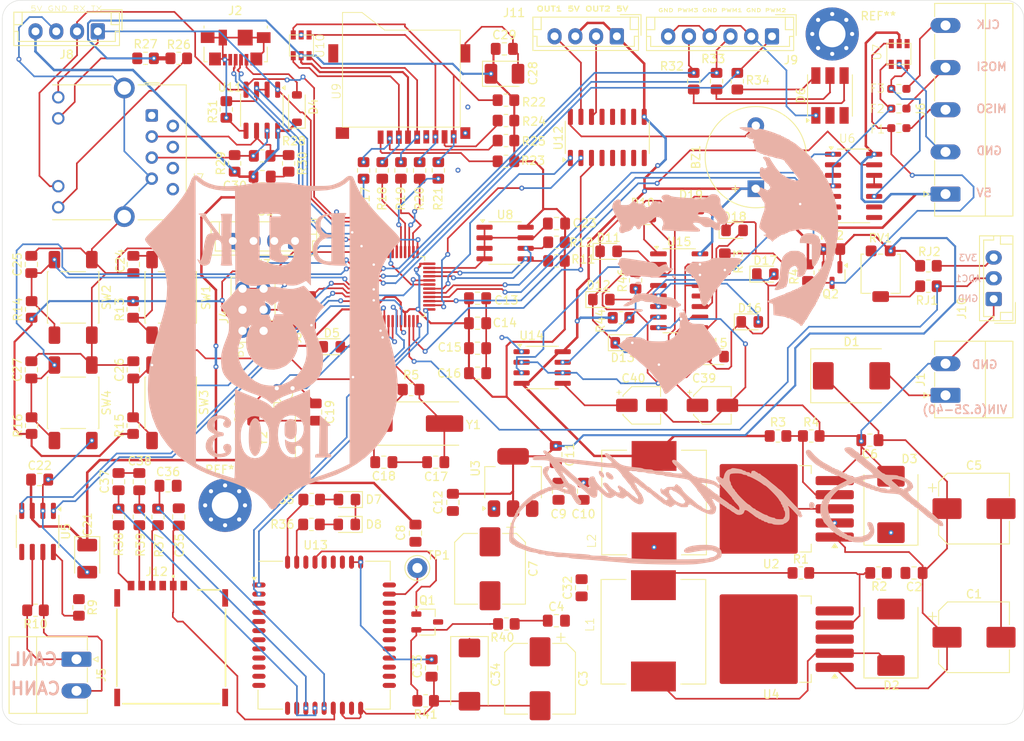
<source format=kicad_pcb>
(kicad_pcb (version 20241229) (generator "pcbnew") (generator_version "9.0")
  (title_block (title "First Project") (date "2025-07-24") (company "BAYRAM") (comment 1 "Onur"))
  (layers (0 "F.Cu" signal) (2 "B.Cu" signal) (13 "F.Paste" user) (15 "B.Paste" user) (5 "F.SilkS" user "F.Silkscreen") (7 "B.SilkS" user "B.Silkscreen") (1 "F.Mask" user) (3 "B.Mask" user) (25 "Edge.Cuts" user))
  (net 0 "")
  (net 1 "Net-(BZ1--)")
  (net 2 "5V")
  (net 3 "VIN")
  (net 4 "GND")
  (net 5 "3V7")
  (net 6 "3V3")
  (net 7 "HSE_OSC_IN")
  (net 8 "HSE_OSC_OUT")
  (net 9 "LSE_OSC_IN")
  (net 10 "LSE_OSC_OUT")
  (net 11 "RESET")
  (net 12 "EXTI6")
  (net 13 "EXTI7")
  (net 14 "EXTI15")
  (net 15 "VDD_SIM")
  (net 16 "RESET_SIM")
  (net 17 "CLK_SIM")
  (net 18 "DATA_SIM")
  (net 19 "Net-(D1-A)")
  (net 20 "Net-(D2-K)")
  (net 21 "Net-(D3-K)")
  (net 22 "Net-(D4-A)")
  (net 23 "Net-(D5-A)")
  (net 24 "Net-(D7-A)")
  (net 25 "Net-(D8-A)")
  (net 26 "Net-(J6-Pin_3)")
  (net 27 "MISO")
  (net 28 "Net-(J6-Pin_4)")
  (net 29 "MOSI_")
  (net 30 "Net-(J6-Pin_5)")
  (net 31 "SCLK")
  (net 32 "D_N")
  (net 33 "D_P")
  (net 34 "SWDIO")
  (net 35 "SWCLK")
  (net 36 "Net-(J4-Pin_4)")
  (net 37 "Net-(J4-Pin_3)")
  (net 38 "Net-(J5-Pin_2)")
  (net 39 "Net-(J5-Pin_1)")
  (net 40 "Net-(J7-Pad12)")
  (net 43 "Net-(J7-Pad10)")
  (net 44 "Net-(U11-B)")
  (net 46 "USART1_FTDI_RX_RS_485_TX")
  (net 49 "Net-(U11-A)")
  (net 50 "USART1_FTDI_TX_RS_485_RX")
  (net 51 "PWM1")
  (net 52 "PWM2")
  (net 53 "PWM3")
  (net 54 "Net-(J10-Pin_3)")
  (net 55 "ADC1")
  (net 56 "Net-(J12-I{slash}O)")
  (net 57 "Net-(J12-RST)")
  (net 59 "Net-(J12-CLK)")
  (net 60 "Net-(Q1-B)")
  (net 61 "PWRKEY")
  (net 62 "Net-(U4-FB)")
  (net 63 "Net-(U2-FB)")
  (net 64 "BOOT0")
  (net 65 "BOOT1")
  (net 66 "PC13_LED")
  (net 67 "Net-(U5-S)")
  (net 68 "I2C_EEPROM_SDA")
  (net 69 "I2C_EEPROM_SCL")
  (net 70 "Net-(U9-CS)")
  (net 71 "SPI_SD_NSS")
  (net 72 "SPI_SD_MOSI")
  (net 73 "Net-(U10-IO4)")
  (net 74 "SPI_SD_SCK")
  (net 75 "Net-(U10-IO2)")
  (net 76 "SPI_SD_MISO")
  (net 77 "SPI_SD_DETECT")
  (net 78 "Net-(U9-DAT2)")
  (net 79 "Net-(U9-DAT1)")
  (net 80 "RS485_TX_RX_END")
  (net 81 "Net-(U13-STATUS)")
  (net 82 "Net-(U13-NETLIGHT)")
  (net 83 "Net-(RJ1-Pad1)")
  (net 84 "Net-(U13-GSM_ANT)")
  (net 85 "SPI1_MISO")
  (net 86 "OUT2")
  (net 87 "UART2_SIM800C_TX")
  (net 88 "CAN_TX")
  (net 89 "BUZZER")
  (net 90 "CAN_RX")
  (net 91 "SPI1_MOSI")
  (net 92 "UART2_SIM800C_RX")
  (net 93 "SPI1_SCK")
  (net 94 "OUT1")
  (net 96 "Net-(U6-1Y)")
  (net 97 "Net-(U6-5A)")
  (net 127 "Net-(D6-RA)")
  (net 128 "Net-(D6-BA)")
  (net 129 "Net-(D6-GA)")
  (net 130 "Net-(U14-THR)")
  (net 131 "Net-(U14-CV)")
  (net 132 "Net-(D10-A)")
  (net 133 "Net-(D10-K)")
  (net 134 "Net-(D11-A)")
  (net 135 "Net-(D12-A)")
  (net 136 "Net-(D13-A)")
  (net 137 "Net-(D14-A)")
  (net 138 "Net-(D15-A)")
  (net 139 "Net-(D16-A)")
  (net 140 "Net-(D17-A)")
  (net 141 "Net-(D18-A)")
  (net 142 "Net-(D19-A)")
  (net 143 "Net-(U14-DIS)")
  (net 144 "Net-(U14-Q)")
  (net 146 "Net-(U10-IO1)")
  (net 147 "Net-(U10-IO3)")
  (net 152 "Net-(J11-Pin_4)")
  (net 153 "Net-(J11-Pin_2)")
  (footprint "Resistor_SMD:R_0805_2012Metric_Pad1.20x1.40mm_HandSolder" (layer "F.Cu") (at 147 101 180)
    (property "Reference" "R5")
    (property "Value" "1M" (hide yes))
  )
  (footprint "Capacitor_SMD:C_0805_2012Metric_Pad1.18x1.45mm_HandSolder" (layer "F.Cu") (at 113.555 85.925 -90)
    (property "Reference" "C24")
    (property "Value" "100nF" (hide yes))
  )
  (footprint "Capacitor_SMD:C_0805_2012Metric_Pad1.18x1.45mm_HandSolder" (layer "F.Cu") (at 113.555 98.625 90)
    (property "Reference" "C26")
    (property "Value" "100nF" (hide yes))
  )
  (footprint "LED_SMD:LED_RGB_5050-6" (layer "F.Cu") (at 197.43 65.57 90)
    (property "Reference" "D6")
    (property "Value" "LED_RGB" (hide yes))
  )
  (footprint "Button_Switch_SMD:SW_Push_1P1T_NO_E-Switch_TL3301NxxxxxG" (layer "F.Cu") (at 118.055 102.595 90)
    (property "Reference" "SW3")
    (property "Value" "SW_Push" (hide yes))
  )
  (footprint "LED_SMD:LED_0805_2012Metric_Pad1.15x1.40mm_HandSolder" (layer "F.Cu") (at 139.25 117.25 180)
    (property "Reference" "D8")
    (property "Value" "LED_ORANGE" (hide yes))
  )
  (footprint "My_Library:TVS_5V" (layer "F.Cu") (at 205.75 60.5 90)
    (property "Reference" "U7")
    (property "Value" "TVS_5V")
  )
  (footprint "Diode_SMD:D_SOD-123" (layer "F.Cu") (at 133.25 67.15 90)
    (property "Reference" "D4")
    (property "Value" "D_Schottky_Small" (hide yes))
  )
  (footprint "LED_SMD:LED_0805_2012Metric_Pad1.15x1.40mm_HandSolder" (layer "F.Cu") (at 174.896443 80.160503)
    (property "Reference" "D10")
    (property "Value" "LED_BLUE" (hide yes))
  )
  (footprint "Capacitor_SMD:CP_Elec_8x10" (layer "F.Cu") (at 214.775 130.845)
    (property "Reference" "C1")
    (property "Value" "100uF-50V" (hide yes))
  )
  (footprint "Connector_JST:JST_EH_B6B-EH-A_1x06_P2.50mm_Vertical" (layer "F.Cu") (at 190.45 58.45 180)
    (property "Reference" "J9")
    (property "Value" "Conn_01x06" (hide yes))
  )
  (footprint "Resistor_SMD:R_0805_2012Metric_Pad1.20x1.40mm_HandSolder" (layer "F.Cu") (at 132.25 73.75 -90)
    (property "Reference" "R30")
    (property "Value" "20K" (hide yes))
  )
  (footprint "Resistor_SMD:R_0805_2012Metric_Pad1.20x1.40mm_HandSolder" (layer "F.Cu") (at 133.95 89.845 180)
    (property "Reference" "R6")
    (property "Value" "10K" (hide yes))
  )
  (footprint "My_Library:RESETTABLE_FUSE-0603" (layer "F.Cu") (at 205.775 64.72)
    (property "Reference" "F3")
    (property "Value" "RESETTABLE_FUSE-0603" (hide yes))
  )
  (footprint "My_Library:74HC14_" (layer "F.Cu") (at 200.475 76.46)
    (property "Reference" "U6")
    (property "Value" "74HC14_" (hide yes))
  )
  (footprint "Resistor_SMD:R_0805_2012Metric_Pad1.20x1.40mm_HandSolder" (layer "F.Cu") (at 158.419663 71)
    (property "Reference" "R25")
    (property "Value" "47K" (hide yes))
  )
  (footprint "Resistor_SMD:R_0805_2012Metric_Pad1.20x1.40mm_HandSolder" (layer "F.Cu") (at 115.025 61.095 180)
    (property "Reference" "R27")
    (property "Value" "1K" (hide yes))
  )
  (footprint "Resistor_SMD:R_0805_2012Metric_Pad1.20x1.40mm_HandSolder" (layer "F.Cu") (at 125.75 73.75 90)
    (property "Reference" "R29")
    (property "Value" "20K" (hide yes))
  )
  (footprint "Capacitor_SMD:CP_Elec_8x10" (layer "F.Cu") (at 214.775 115.345)
    (property "Reference" "C5")
    (property "Value" "100uF-50V" (hide yes))
  )
  (footprint "Connector_Phoenix_MC_HighVoltage:PhoenixContact_MC_1,5_5-G-5.08_1x05_P5.08mm_Horizontal" (layer "F.Cu") (at 211.3425 77.45 90)
    (property "Reference" "J6")
    (property "Value" "Conn_01x05" (hide yes))
  )
  (footprint "Resistor_SMD:R_0805_2012Metric_Pad1.20x1.40mm_HandSolder" (layer "F.Cu") (at 107 127.25 -90)
    (property "Reference" "R9")
    (property "Value" "1K" (hide yes))
  )
  (footprint "Resistor_SMD:R_0805_2012Metric_Pad1.20x1.40mm_HandSolder" (layer "F.Cu") (at 209.2848 86.095 180)
    (property "Reference" "RJ2")
    (property "Value" "0R" (hide yes))
  )
  (footprint "Resistor_SMD:R_0805_2012Metric_Pad1.20x1.40mm_HandSolder" (layer "F.Cu") (at 193.925 123.095)
    (property "Reference" "R1")
    (property "Value" "2K" (hide yes))
  )
  (footprint "Button_Switch_SMD:SW_Push_1P1T_NO_E-Switch_TL3301NxxxxxG" (layer "F.Cu") (at 106.305 89.895 90)
    (property "Reference" "SW2")
    (property "Value" "SW_Push" (hide yes))
  )
  (footprint "Capacitor_SMD:C_0805_2012Metric_Pad1.18x1.45mm_HandSolder" (layer "F.Cu") (at 101.275 85.925 90)
    (property "Reference" "C25")
    (property "Value" "100nF" (hide yes))
  )
  (footprint "Connector_Phoenix_MC:PhoenixContact_MC_1,5_2-G-3.81_1x02_P3.81mm_Horizontal" (layer "F.Cu") (at 106.7075 133.495 -90)
    (property "Reference" "J5")
    (property "Value" "Screw_Terminal_01x02" (hide yes))
  )
  (footprint "LED_SMD:LED_0805_2012Metric_Pad1.15x1.40mm_HandSolder" (layer "F.Cu") (at 187.775 92.845)
    (property "Reference" "D16")
    (property "Value" "LED_BLUE" (hide yes))
  )
  (footprint "Resistor_SMD:R_0805_2012Metric_Pad1.20x1.40mm_HandSolder" (layer "F.Cu") (at 148.025 74.595 90)
    (property "Reference" "R20")
    (property "Value" "47R" (hide yes))
  )
  (footprint "Resistor_SMD:R_0805_2012Metric_Pad1.20x1.40mm_HandSolder" (layer "F.Cu") (at 114.275 116.345 90)
    (property "Reference" "R39")
    (property "Value" "47R" (hide yes))
  )
  (footprint "My_Library:INDUCTOR_12x12x8" (layer "F.Cu") (at 174.525 130.07 90)
    (property "Reference" "L1")
    (property "Value" "47uH" (hide yes))
  )
  (footprint "Capacitor_Tantalum_SMD:CP_EIA-7343-31_Kemet-D_HandSolder" (layer "F.Cu") (at 154.025 135.345 -90)
    (property "Reference" "C34")
    (property "Value" "100uF-10V" (hide yes))
  )
  (footprint "Capacitor_SMD:CP_Elec_8x10" (layer "F.Cu") (at 162.525 135.845 -90)
    (property "Reference" "C3")
    (property "Value" "220uF-16V" (hide yes))
  )
  (footprint "Connector_JST:JST_EH_B3B-EH-A_1x03_P2.50mm_Vertical" (layer "F.Cu") (at 217.1425 90.095 90)
    (property "Reference" "J10")
    (property "Value" "Conn_01x03" (hide yes))
  )
  (footprint "Diode_SMD:D_SMC" (layer "F.Cu") (at 204.775 130.845 90)
    (property "Reference" "D2")
    (property "Value" "SS34")
  )
  (footprint "RF_GSM:SIMCom_SIM800C" (layer "F.Cu") (at 136.525 130.595)
    (property "Reference" "U13")
    (property "Value" "SIM800C" (hide yes))
  )
  (footprint "Package_SO:SOIC-8_3.9x4.9mm_P1.27mm" (layer "F.Cu") (at 162.775 98.345)
    (property "Reference" "U14")
    (property "Value" "NE555D")
  )
  (footprint "Capacitor_SMD:C_0805_2012Metric_Pad1.18x1.45mm_HandSolder" (layer "F.Cu") (at 149.9625 109.75)
    (property "Reference" "C17")
    (property "Value" "22pF" (hide yes))
  )
  (footprint "LED_SMD:LED_0805_2012Metric_Pad1.15x1.40mm_HandSolder" (layer "F.Cu") (at 137.445 95.845)
    (property "Reference" "D5")
    (property "Value" "LED_BLUE" (hide yes))
  )
  (footprint "Resistor_SMD:R_0805_2012Metric_Pad1.20x1.40mm_HandSolder" (layer "F.Cu") (at 158.419663 68.589111)
    (property "Reference" "R24")
    (property "Value" "4K7" (hide yes))
  )
  (footprint "Connector_JST:JST_EH_B4B-EH-A_1x04_P2.50mm_Vertical" (layer "F.Cu") (at 133.025 83.095 180)
    (property "Reference" "J3")
    (property "Value" "Conn_01x04" (hide yes))
  )
  (footprint "Resistor_SMD:R_0805_2012Metric_Pad1.20x1.40mm_HandSolder" (layer "F.Cu") (at 203.275 123.095)
    (property "Reference" "R2")
    (property "Value" "1K" (hide yes))
  )
  (footprint "LED_SMD:LED_0805_2012Metric_Pad1.15x1.40mm_HandSolder" (layer "F.Cu") (at 183.653557 97.029497)
    (property "Reference" "D15")
    (property "Value" "LED_BLUE" (hide yes))
  )
  (footprint "Capacitor_SMD:C_0805_2012Metric_Pad1.18x1.45mm_HandSolder" (layer "F.Cu") (at 155 90)
    (property "Reference" "C13")
    (property "Value" "100nF" (hide yes))
  )
  (footprint "Capacitor_SMD:C_0805_2012Metric_Pad1.18x1.45mm_HandSolder" (layer "F.Cu") (at 129.0625 75.345)
    (property "Reference" "C30")
    (property "Value" "100nF" (hide yes))
  )
  (footprint "Resistor_SMD:R_0805_2012Metric_Pad1.20x1.40mm_HandSolder" (layer "F.Cu") (at 195.175 106.595)
    (property "Reference" "R4")
    (property "Value" "1K" (hide yes))
  )
  (footprint "Capacitor_SMD:C_0805_2012Metric_Pad1.18x1.45mm_HandSolder" (layer "F.Cu") (at 164.5 81 180)
    (property "Reference" "C23")
    (property "Value" "100nF" (hide yes))
  )
  (footprint "Package_SO:SOIC-8_3.9x4.9mm_P1.27mm" (layer "F.Cu") (at 129.025 67.345 -90)
    (property "Reference" "U11")
    (property "Value" "MAX485E" (hide yes))
  )
  (footprint "Package_SO:SOP-16_3.9x9.9mm_P1.27mm" (layer "F.Cu") (at 179.275 89.095)
    (property "Reference" "U15")
    (property "Value" "4017")
  )
  (footprint "Diode_SMD:D_SMC" (layer "F.Cu") (at 200.025 99.345)
    (property "Reference" "D1")
    (property "Value" "SS34")
  )
  (footprint "Resistor_SMD:R_0805_2012Metric_Pad1.20x1.40mm_HandSolder" (layer "F.Cu") (at 116.525 116.345 90)
    (property "Reference" "R37")
    (property "Value" "47R" (hide yes))
  )
  (footprint "Resistor_SMD:R_0805_2012Metric_Pad1.20x1.40mm_HandSolder" (layer "F.Cu") (at 129.0625 72.845)
    (property "Reference" "R28")
    (property "Value" "1K" (hide yes))
  )
  (footprint "Package_SO:SOIC-8_3.9x4.9mm_P1.27mm" (layer "F.Cu") (at 102.025 118.095 -90)
    (property "Reference" "U5")
    (property "Value" "TJA1051T" (hide yes))
  )
  (footprint "Connector_JST:JST_EH_B4B-EH-A_1x04_P2.50mm_Vertical" (layer "F.Cu") (at 109.275 57.845 180)
    (property "Reference" "J8")
    (property "Value" "Conn_01x04" (hide yes))
  )
  (footprint "Resistor_SMD:R_0805_2012Metric_Pad1.20x1.40mm_HandSolder" (layer "F.Cu") (at 186.275 63.845 -90)
    (property "Reference" "R34")
    (property "Value" "590R" (hide yes))
  )
  (footprint "Capacitor_SMD:C_0805_2012Metric_Pad1.18x1.45mm_HandSolder" (layer "F.Cu") (at 207.55 123.095 180)
    (property "Reference" "C2")
    (property "Value" "100nF" (hide yes))
  )
  (footprint "Resistor_SMD:R_0805_2012Metric_Pad1.20x1.40mm_HandSolder" (layer "F.Cu") (at 191.175 106.595)
    (property "Reference" "R3")
    (property "Value" "3K" (hide yes))
  )
  (footprint "Button_Switch_SMD:SW_Push_1P1T_NO_E-Switch_TL3301NxxxxxG" (layer "F.Cu") (at 106.305 102.595 90)
    (property "Reference" "SW4")
    (property "Value" "SW_Push" (hide yes))
  )
  (footprint "MountingHole:MountingHole_3.2mm_M3_Pad_Via" (layer "F.Cu") (at 197.7 58.16)
    (property "Reference" "REF**")
    (property "Value" "MountingHole_3.2mm_M3_Pad_Via" (hide yes))
  )
  (footprint "Capacitor_SMD:C_0805_2012Metric_Pad1.18x1.45mm_HandSolder" (layer "F.Cu") (at 167.76 113.25 90)
    (property "Reference" "C10")
    (property "Value" "100nF" (hide yes))
  )
  (footprint "Potentiometer_SMD:Potentiometer_Bourns_3314G_Vertical" (layer "F.Cu") (at 203.5348 87.045)
    (property "Reference" "RV1")
    (property "Value" "R_Potentiometer_US" (hide yes))
  )
  (footprint "Resistor_SMD:R_0805_2012Metric_Pad1.20x1.40mm_HandSolder" (layer "F.Cu") (at 119.025 61.095)
    (property "Reference" "R26")
    (property "Value" "1K" (hide yes))
  )
  (footprint "LED_SMD:LED_0805_2012Metric_Pad1.15x1.40mm_HandSolder" (layer "F.Cu") (at 177.859654 97.992303)
    (property "Reference" "D14")
    (property "Value" "LED_BLUE" (hide yes))
  )
  (footprint "Resistor_SMD:R_0805_2012Metric_Pad1.20x1.40mm_HandSolder" (layer "F.Cu") (at 111.775 116.345 90)
    (property "Reference" "R38")
    (property "Value" "47R" (hide yes))
  )
  (footprint "Package_QFP:LQFP-48_7x7mm_P0.5mm" (layer "F.Cu") (at 145.025 88.595 90)
    (property "Reference" "U1" (hide yes))
    (property "Value" "STM32F103C8Tx" (hide yes))
  )
  (footprint "Button_Switch_SMD:SW_Push_1P1T_NO_E-Switch_TL3301NxxxxxG" (layer "F.Cu") (at 118.055 89.895 90)
    (property "Reference" "SW1")
    (property "Value" "SW_Push" (hide yes))
  )
  (footprint "Resistor_SMD:R_0805_2012Metric_Pad1.20x1.40mm_HandSolder" (layer "F.Cu") (at 135 117.25)
    (property "Reference" "R36")
    (property "Value" "470R" (hide yes))
  )
  (footprint "Buzzer_Beeper:Buzzer_12x9.5RM7.6" (layer "F.Cu") (at 188.5 76.8 90)
    (property "Reference" "BZ1")
    (property "Value" "Buzzer")
  )
  (footprint "Package_TO_SOT_SMD:SOT-223-3_TabPin2" (layer "F.Cu") (at 159.275 112.195 90)
    (property "Reference" "U3")
    (property "Value" "AMS1117-3.3" (hide yes))
  )
  (footprint "Capacitor_SMD:C_0805_2012Metric_Pad1.18x1.45mm_HandSolder" (layer "F.Cu") (at 143.7125 109.75 180)
    (property "Reference" "C18")
    (property "Value" "22pF" (hide yes))
  )
  (footprint "Capacitor_Tantalum_SMD:CP_EIA-3528-21_Kemet-B_HandSolder" (layer "F.Cu") (at 158.24125 62.952999)
    (property "Reference" "C28")
    (property "Value" "4.7uF-10V" (hide yes))
  )
  (footprint "Resistor_SMD:R_0805_2012Metric_Pad1.20x1.40mm_HandSolder" (layer "F.Cu") (at 174.025 87.845 -90)
    (property "Reference" "R46")
    (property "Value" "1K" (hide yes))
  )
  (footprint "Capacitor_SMD:C_0805_2012Metric_Pad1.18x1.45mm_HandSolder" (layer "F.Cu") (at 164.425 108.8325 -90)
    (property "Reference" "C11")
    (property "Value" "100nF" (hide yes))
  )
  (footprint "Resistor_SMD:R_0805_2012Metric_Pad1.20x1.40mm_HandSolder" (layer "F.Cu") (at 150.275 74.595 90)
    (property "Reference" "R21")
    (property "Value" "1K8" (hide yes))
  )
  (footprint "Resistor_SMD:R_0805_2012Metric_Pad1.20x1.40mm_HandSolder" (layer "F.Cu") (at 181.025 63.845 -90)
    (property "Reference" "R32")
    (property "Value" "270R" (hide yes))
  )
  (footprint "LED_SMD:LED_0805_2012Metric_Pad1.15x1.40mm_HandSolder" (layer "F.Cu") (at 170.775 84.345)
    (property "Reference" "D11")
    (property "Value" "LED_BLUE" (hide yes))
  )
  (footprint "Capacitor_SMD:C_0805_2012Metric_Pad1.18x1.45mm_HandSolder" (layer "F.Cu") (at 155 93.01)
    (property "Reference" "C14")
    (property "Value" "100nF" (hide yes))
  )
  (footprint "Capacitor_SMD:C_0805_2012Metric_Pad1.18x1.45mm_HandSolder" (layer "F.Cu") (at 128 103.7125 90)
    (property "Reference" "C20")
    (property "Value" "22pF" (hide yes))
  )
  (footprint "Connector_Phoenix_MC:PhoenixContact_MC_1,5_2-G-3.81_1x02_P3.81mm_Horizontal" (layer "F.Cu") (at 211.3425 101.695 90)
    (property "Reference" "J1")
    (property "Value" "Conn_01x02" (hide yes))
  )
  (footprint "Resistor_SMD:R_0805_2012Metric_Pad1.20x1.40mm_HandSolder" (layer "F.Cu") (at 158.47 129.24)
    (property "Reference" "R40")
    (property "Value" "4K7" (hide yes))
  )
  (footprint "Resistor_SMD:R_0805_2012Metric_Pad1.20x1.40mm_HandSolder" (layer "F.Cu") (at 141.275 74.595 90)
    (property "Reference" "R17")
    (property "Value" "0R" (hide yes))
  )
  (footprint "My_Library:RJ45_USER" (layer "F.Cu") (at 109.415 72.415 -90)
    (property "Reference" "J7")
    (property "Value" "RJ45_USER" (hide yes))
  )
  (footprint "My_Library:INDUCTOR_12x12x8" (layer "F.Cu") (at 174.6 114.5 90)
    (property "Reference" "L2")
    (property "Value" "47uH" (hide yes))
  )
  (footprint "LED_SMD:LED_0805_2012Metric_Pad1.15x1.40mm_HandSolder" (layer "F.Cu") (at 180.690346 79.197697)
    (property "Reference" "D19")
    (property "Value" "LED_BLUE" (hide yes))
  )
  (footprint "Capacitor_SMD:C_0805_2012Metric_Pad1.18x1.45mm_HandSolder" (layer "F.Cu") (at 114.275 112.095 90)
    (property "Reference" "C38")
    (property "Value" "33pF" (hide yes))
  )
  (footprint "Capacitor_SMD:C_0805_2012Metric_Pad1.18x1.45mm_HandSolder" (layer "F.Cu") (at 155 99.03)
    (property "Reference" "C16")
    (property "Value" "100nF" (hide yes))
  )
  (footprint "Package_TO_SOT_SMD:TSOT-23" (layer "F.Cu") (at 148.94 129)
    (property "Reference" "Q1")
    (property "Value" "BC337" (hide yes))
  )
  (footprint "Capacitor_SMD:C_0805_2012Metric_Pad1.18x1.45mm_HandSolder" (layer "F.Cu") (at 164.75 113.25 90)
    (property "Reference" "C9")
    (property "Value" "22uF" (hide yes))
  )
  (footprint "Resistor_SMD:R_0805_2012Metric_Pad1.20x1.40mm_HandSolder" (layer "F.Cu") (at 158.419663 66.133666)
    (property "Reference" "R22")
    (property "Value" "10K" (hide yes))
  )
  (footprint "Capacitor_Tantalum_SMD:CP_EIA-3528-21_Kemet-B_HandSolder" (layer "F.Cu") (at 108 121.3725 -90)
    (property "Reference" "C21")
    (property "Value" "47uF" (hide yes))
  )
  (footprint "Capacitor_SMD:C_0805_2012Metric_Pad1.18x1.45mm_HandSolder" (layer "F.Cu") (at 101.275 98.625 90)
    (property "Reference" "C27")
    (property "Value" "100nF")
  )
  (footprint "Resistor_SMD:R_0805_2012Metric_Pad1.20x1.40mm_HandSolder" (layer "F.Cu") (at 113.525 105.345 90)
    (property "Reference" "R15")
    (property "Value" "4K7" (hide yes))
  )
  (footprint "Resistor_SMD:R_0805_2012Metric_Pad1.20x1.40mm_HandSolder" (layer "F.Cu") (at 135.025 114.25 180)
    (property "Reference" "R35")
    (property "Value" "470R" (hide yes))
  )
  (footprint "Capacitor_SMD:C_0805_2012Metric_Pad1.18x1.45mm_HandSolder" (layer "F.Cu") (at 102.275 111.845)
    (property "Reference" "C22")
    (property "Value" "100nF" (hide yes))
  )
  (footprint "Capacitor_SMD:C_0805_2012Metric_Pad1.18x1.45mm_HandSolder" (layer "F.Cu") (at 135.5 103.7125 90)
    (property "Reference" "C19")
    (property "Value" "22pF" (hide yes))
  )
  (footprint "Resistor_SMD:R_0805_2012Metric_Pad1.20x1.40mm_HandSolder" (layer "F.Cu") (at 101.775 127.595 180)
    (property "Reference" "R10")
    (property "Value" "120R" (hide yes))
  )
  (footprint "LED_SMD:LED_0805_2012Metric_Pad1.15x1.40mm_HandSolder" (layer "F.Cu") (at 139.275 114.25 180)
    (property "Reference" "D7")
    (property "Value" "LED_ORANGE" (hide yes))
  )
  (footprint "LED_SMD:LED_0805_2012Metric_Pad1.15x1.40mm_HandSolder" (layer "F.Cu") (at 185.943635 81.824342)
    (property "Reference" "D18")
    (property "Value" "LED_BLUE" (hide yes))
  )
  (footprint "Package_SO:SOIC-16_3.9x9.9mm_P1.27mm" (layer "F.Cu") (at 170.62 70.62 90)
    (property "Reference" "U12")
    (property "Value" "ULN2003A" (hide yes))
  )
  (footprint "Resistor_SMD:R_0805_2012Metric_Pad1.20x1.40mm_HandSolder" (layer "F.Cu") (at 143.525 74.595 90)
    (property "Reference" "R18")
    (property "Value" "47R" (hide yes))
  )
  (footprint "Resistor_SMD:R_0805_2012Metric_Pad1.20x1.40mm_HandSolder" (layer "F.Cu") (at 194.78 86.92 90)
    (property "Reference" "R47")
    (property "Value" "10K" (hide yes))
  )
  (footprint "Capacitor_SMD:C_0805_2012Metric_Pad1.18x1.45mm_HandSolder" (layer "F.Cu") (at 202.2375 107.095 180)
    (property "Reference" "C6")
    (property "Value" "100nF" (hide yes))
  )
  (footprint "Resistor_SMD:R_0805_2012Metric_Pad1.20x1.40mm_HandSolder" (layer "F.Cu") (at 158.419663 73.5)
    (property "Reference" "R23")
    (property "Value" "4K7" (hide yes))
  )
  (footprint "My_Library:RESETTABLE_FUSE-0603" (layer "F.Cu") (at 205.775 67.095)
    (property "Reference" "F2")
    (property "Value" "RESETTABLE_FUSE-0603" (hide yes))
  )
  (footprint "Capacitor_SMD:CP_Elec_4x5.4" (layer "F.Cu") (at 174.775 102.9)
    (property "Reference" "C40")
    (property "Value" "1uF" (hide yes))
  )
  (footprint "Capacitor_SMD:CP_Elec_8x10" (layer "F.Cu") (at 156.5 122.595 -90)
    (property "Reference" "C7")
    (property "Value" "220uF-16V" (hide yes))
  )
  (footprint "Resistor_SMD:R_0805_2012Metric_Pad1.20x1.40mm_HandSolder" (layer "F.Cu") (at 145.775 74.595 90)
    (property "Reference" "R19")
    (property "Value" "47R" (hide yes))
  )
  (footprint "Capacitor_SMD:C_0805_2012Metric_Pad1.18x1.45mm_HandSolder" (layer "F.Cu") (at 167.525 124.8825 90)
    (property "Reference" "C32")
    (property "Value" "100nF" (hide yes))
  )
  (footprint "Crystal:Crystal_C26-LF_D2.1mm_L6.5mm_Horizontal" (layer "F.Cu") (at 130.825 100.84)
    (property "Reference" "Y2")
    (property "Value" "Crystal_Small" (hide yes))
  )
  (footprint "Package_TO_SOT_SMD:TO-263-5_TabPin3" (layer "F.Cu") (at 190.35 131.07 180)
    (property "Reference" "U4")
    (property "Value" "LM2596S-ADJ" (hide yes))
  )
  (footprint "Capacitor_SMD:C_0805_2012Metric_Pad1.18x1.45mm_HandSolder" (layer "F.Cu") (at 155 96.02)
    (property "Reference" "C15")
    (property "Value" "100nF" (hide yes))
  )
  (footprint "Crystal:Crystal_SMD_HC49-SD" (layer "F.Cu") (at 146.775 105.095)
    (property "Reference" "Y1")
    (property "Value" "Crystal_Small" (hide yes))
  )
  (footprint "Capacitor_SMD:C_0805_2012Metric_Pad1.18x1.45mm_HandSolder" (layer "F.Cu") (at 147.525 118.3075 -90)
    (property "Reference" "C8")
    (property "Value" "100nF" (hide yes))
  )
  (footprint "Resistor_SMD:R_0805_2012Metric_Pad1.20x1.40mm_HandSolder" (layer "F.Cu") (at 133.95 93.095)
    (property "Reference" "R7")
    (property "Value" "10K" (hide yes))
  )
  (footprint "Capacitor_SMD:C_0805_2012Metric_Pad1.18x1.45mm_HandSolder" (layer "F.Cu") (at 111.775 112.095 90)
    (property "Reference" "C37")
    (property "Value" "33pF" (hide yes))
  )
  (footprint "Capacitor_SMD:C_0805_2012Metric_Pad1.18x1.45mm_HandSolder" (layer "F.Cu") (at 149.4625 134.5525 -90)
    (property "Reference" "C33")
    (property "Value" "100nF" (hide yes))
  )
  (footprint "LED_SMD:LED_0805_2012Metric_Pad1.15x1.40mm_HandSolder" (layer "F.Cu") (at 189.649732 87.092148)
    (property "Reference" "D17")
    (property "Value" "LED_BLUE" (hide yes))
  )
  (footprint "Resistor_SMD:R_0805_2012Metric_Pad1.20x1.40mm_HandSolder" (layer "F.Cu") (at 148.75 138.5)
    (property "Reference" "R41")
    (property "Value" "4K7" (hide yes))
  )
  (footprint "LED_SMD:LED_0805_2012Metric_Pad1.15x1.40mm_HandSolder" (layer "F.Cu") (at 172.606365 95.365658)
    (property "Reference" "D13")
    (property "Value" "LED_BLUE" (hide yes))
  )
  (footprint "Capacitor_SMD:C_0805_2012Metric_Pad1.18x1.45mm_HandSolder" (layer "F.Cu") (at 158.22125 59.952999)
    (property "Reference" "C29")
    (property "Value" "100nF-10V" (hide yes))
  )
  (footprint "My_Library:GCT_SIM8066-6-1-14-01-A_REVA" (layer "F.Cu") (at 117.57 132.8542)
    (property "Reference" "J12")
    (property "Value" "SIM_Card-8066" (hide yes))
  )
  (footprint "MountingHole:MountingHole_3.2mm_M3_Pad_Via" (layer "F.Cu") (at 124.6 114.95)
    (property "Reference" "REF**")
    (property "Value" "MountingHole_3.2mm_M3_Pad_Via" (hide yes))
  )
  (footprint "Resistor_SMD:R_0805_2012Metric_Pad1.20x1.40mm_HandSolder" (layer "F.Cu") (at 124.75 67.25 -90)
    (property "Reference" "R31")
    (property "Value" "10K" (hide yes))
  )
  (footprint "Connector_USB:USB_Micro-B_Molex_47346-0001" (layer "F.Cu") (at 125.875 59.795 180)
    (property "Reference" "J2")
    (property "Value" "USB_OTG" (hide yes))
  )
  (footprint "Package_TO_SOT_SMD:TO-263-5_TabPin3" (layer "F.Cu") (at 190.35 115.37 180)
    (property "Reference" "U2")
    (property "Value" "LM2596S-ADJ" (hide yes))
  )
  (footprint "Connector_Pin:Pin_D1.0mm_L10.0mm_LooseFit" (layer "F.Cu") (at 147.75 122.5)
    (property "Reference" "TP1")
    (property "Value" "ANT" (hide yes))
  )
  (footprint "Diode_SMD:D_SMC" (layer "F.Cu") (at 204.775 114.845 90)
    (property "Reference" "D3")
    (property "Value" "SS34")
  )
  (footprint "Connector_PinHeader_2.54mm:PinHeader_2x03_P2.54mm_Vertical" (layer "F.Cu") (at 129.24 93.925 180)
    (property "Reference" "J4")
    (property "Value" "Conn_02x03_Counter_Clockwise" (hide yes))
  )
  (footprint "Resistor_SMD:R_0805_2012Metric_Pad1.20x1.40mm_HandSolder" (layer "F.Cu") (at 141.3625 95.845 180)
    (property "Reference" "R8")
    (property "Value" "330R" (hide yes))
  )
  (footprint "Resistor_SMD:R_0805_2012Metric_Pad1.20x1.40mm_HandSolder" (layer "F.Cu") (at 101.305 105.345 90)
    (property "Reference" "R16")
    (property "Value" "4K7" (hide yes))
  )
  (footprint "LED_SMD:LED_0805_2012Metric_Pad1.15x1.40mm_HandSolder" (layer "F.Cu") (at 169.900268 90.152852)
    (property "Reference" "D12")
    (property "Value" "LED_BLUE" (hide yes))
  )
  (footprint "Resistor_SMD:R_0805_2012Metric_Pad1.20x1.40mm_HandSolder" (layer "F.Cu") (at 197.66 84.08)
    (property "Reference" "R42")
    (property "Value" "10K" (hide yes))
  )
  (footprint "Resistor_SMD:R_0805_2012Metric_Pad1.20x1.40mm_HandSolder" (layer "F.Cu") (at 172.275 92.345 180)
    (property "Reference" "R44")
    (property "Value" "1K" (hide yes))
  )
  (footprint "Connector_JST:JST_EH_B4B-EH-A_1x04_P2.50mm_Vertical" (layer "F.Cu") (at 171.77 58.44 180)
    (property "Reference" "J11")
    (property "Value" "Conn_01x04" (hide yes))
  )
  (footprint "My_Library:TVS_5V" (layer "F.Cu") (at 133.775 59.595 -90)
    (property "Reference" "U10")
    (property "Value" "TVS_5V" (hide yes))
  )
  (footprint "Resistor_SMD:R_0805_2012Metric_Pad1.20x1.40mm_HandSolder" (layer "F.Cu") (at 113.525 91.345 -90)
    (property "Reference" "R13")
    (property "Value" "4K7" (hide yes))
  )
  (footprint "Package_SO:SOIC-8_3.9x4.9mm_P1.27mm" (layer "F.Cu") (at 158.3125 83.345)
    (property "Reference" "U8")
    (property "Value" "M24C02-FMN" (hide yes))
  )
  (footprint "Capacitor_SMD:CP_Elec_4x5.4" (layer "F.Cu") (at 183.275 102.9)
    (property "Reference" "C39")
    (property "Value" "C_Polarized_Small" (hide yes))
  )
  (footprint "Resistor_SMD:R_0805_2012Metric_Pad1.20x1.40mm_HandSolder" (layer "F.Cu") (at 101.305 91.345 90)
    (property "Reference" "R14")
    (property "Value" "4K7" (hide yes))
  )
  (footprint "Resistor_SMD:R_0805_2012Metric_Pad1.20x1.40mm_HandSolder" (layer "F.Cu") (at 183.775 63.845 -90)
    (property "Reference" "R33")
    (property "Value" "330R" (hide yes))
  )
  (footprint "My_Library:RESETTABLE_FUSE-0603" (layer "F.Cu") (at 205.775 69.4492)
    (property "Reference" "F1")
    (property "Value" "RESETTABLE_FUSE-0603" (hide yes))
  )
  (footprint "Capacitor_SMD:C_0805_2012Metric_Pad1.18x1.45mm_HandSolder" (layer "F.Cu") (at 117.7375 112.595)
    (property "Reference" "C36")
    (property "Value" "33pF" (hide yes))
  )
  (footprint "Resistor_SMD:R_0805_2012Metric_Pad1.20x1.40mm_HandSolder" (layer "F.Cu") (at 164.5 85.5 180)
    (property "Reference" "R11")
    (property "Value" "4K7" (hide yes))
  )
  (footprint "Resistor_SMD:R_0805_2012Metric_Pad1.20x1.40mm_HandSolder" (layer "F.Cu") (at 164.5 83.25 180)
    (property "Reference" "R12")
    (property "Value" "4K7" (hide yes))
  )
  (footprint "Capacitor_SMD:C_0805_2012Metric_Pad1.18x1.45mm_HandSolder" (layer "F.Cu") (at 164.4875 128.845)
    (property "Reference" "C4")
    (property "Value" "100nF" (hide yes))
  )
  (footprint "Package_TO_SOT_SMD:SOT-23" (layer "F.Cu") (at 197.68 87.2025 -90)
    (property "Reference" "Q2")
    (property "Value" "BSS138" (hide yes))
  )
  (footprint "Resistor_SMD:R_0805_2012Metric_Pad1.20x1.40mm_HandSolder" (layer "F.Cu") (at 184.775 85.595 -90)
    (property "Reference" "R43")
    (property "Value" "330R" (hide yes))
  )
  (footprint "Capacitor_SMD:C_0805_2012Metric_Pad1.18x1.45mm_HandSolder" (layer "F.Cu") (at 119.025 116.345 90)
    (property "Reference" "C35")
    (property "Value" "100nF" (hide yes))
  )
  (footprint "Resistor_SMD:R_0805_2012Metric_Pad1.20x1.40mm_HandSolder" (layer "F.Cu") (at 209.2848 88.545)
    (property "Reference" "RJ1")
    (property "Value" "0R" (hide yes))
  )
  (footprint "Capacitor_SMD:C_0805_2012Metric_Pad1.18x1.45mm_HandSolder" (layer "F.Cu") (at 152.025 114.595 -90)
    (property "Reference" "C12")
    (property "Value" "47uF" (hide yes))
  )
  (footprint "My_Library:L-KLS1-TF-003-SDCARD" (layer "F.Cu") (at 145.8034 63.0338 90)
    (property "Reference" "U9")
    (property "Value" "SDCARD_KLS" (hide yes))
  )
  (footprint "Capacitor_SMD:C_0805_2012Metric_Pad1.18x1.45mm_HandSolder" (layer "F.Cu") (at 129.0625 77.845)
    (property "Reference" "C31")
    (property "Value" "10uF" (hide yes))
  )
  (footprint "My_Library:Beşiktaş" (layer "B.Cu") (at 130.62 95.305 180)
    (property "Reference" "G***" (hide yes))
    (property "Value" "LOGO" (hide yes))
  )
  (footprint "My_Library:Atatürk" (layer "B.Cu") (at 185 95.75 180)
    (property "Reference" "G***" (hide yes))
    (property "Value" "LOGO" (hide yes))
  )
  (gr_arc (start 220.775 138.845) (mid 220.042767 140.612767) (end 218.275 141.345) (stroke (width 0.05)) (layer "Edge.Cuts"))
  (gr_arc (start 97.775 56.345) (mid 98.43401 54.75401) (end 100.025 54.095) (stroke (width 0.05)) (layer "Edge.Cuts"))
  (gr_line (start 97.775 139.095) (end 97.775 56.345) (stroke (width 0.05)) (layer "Edge.Cuts"))
  (gr_line (start 218.275 141.345) (end 100.025 141.345) (stroke (width 0.05)) (layer "Edge.Cuts"))
  (gr_arc (start 218.525 54.095) (mid 220.11599 54.75401) (end 220.775 56.345) (stroke (width 0.05)) (layer "Edge.Cuts"))
  (gr_line (start 100.025 54.095) (end 218.525 54.095) (stroke (width 0.05)) (layer "Edge.Cuts"))
  (gr_arc (start 100.025 141.345) (mid 98.43401 140.68599) (end 97.775 139.095) (stroke (width 0.05)) (layer "Edge.Cuts"))
  (gr_line (start 220.775 56.345) (end 220.775 138.845) (stroke (width 0.05)) (layer "Edge.Cuts"))
  (gr_text "0" (at 128.48 96.41 90) (layer "F.SilkS") (effects (font (size 1 1) (thickness 0.1)) (justify left bottom)))
  (gr_text "GND PWM3 GND PWM1 GND PWM2" (at 176.69 55.54 0) (layer "F.SilkS") (effects (font (size 0.4 0.6) (thickness 0.1) (bold yes)) (justify left bottom)))
  (gr_text "OUT2" (at 167.873333 55.48 0) (layer "F.SilkS") (effects (font (size 0.6 0.8)) (justify left bottom)))
  (gr_text "B0" (at 126.91 97.28 90) (layer "F.SilkS") (effects (font (size 1 1) (thickness 0.1)) (justify left bottom)))
  (gr_text "B1" (at 130.18 97.28 90) (layer "F.SilkS") (effects (font (size 1 1) (thickness 0.1)) (justify left bottom)))
  (gr_text "1" (at 128.55 87.54 90) (layer "F.SilkS") (effects (font (size 1 1) (thickness 0.1)) (justify left bottom)))
  (gr_text "5V" (at 171.6 55.48 0) (layer "F.SilkS") (effects (font (size 0.6 0.8)) (justify left bottom)))
  (gr_text "5V" (at 165.746667 55.48 0) (layer "F.SilkS") (effects (font (size 0.6 0.8)) (justify left bottom)))
  (gr_text "5V GND RX TX" (at 101.11 55.45 0) (layer "F.SilkS") (effects (font (size 0.6 0.8) (thickness 0.0625)) (justify left bottom)))
  (gr_text "OUT1" (at 162.02 55.48 0) (layer "F.SilkS") (effects (font (size 0.6 0.8)) (justify left bottom)))
  (gr_text "MOSI" (at 218.82 62.685 0) (layer "B.SilkS") (effects (font (size 1 1) (thickness 0.1875)) (justify left bottom mirror)))
  (gr_text "CANL" (at 104.582857 134.37 -0) (layer "B.SilkS") (effects (font (size 1.5 1.5) (thickness 0.3) (bold yes)) (justify left bottom mirror)))
  (gr_text "GND" (at 215.35 90.5 0) (layer "B.SilkS") (effects (font (size 0.8 0.8) (thickness 0.125)) (justify left bottom mirror)))
  (gr_text "ADC1" (at 215.654762 88.1 0) (layer "B.SilkS") (effects (font (size 0.8 0.8) (thickness 0.125)) (justify left bottom mirror)))
  (gr_text "VIN(6.25-40)" (at 218.88 104 0) (layer "B.SilkS") (effects (font (size 1 1) (thickness 0.1875)) (justify left bottom mirror)))
  (gr_text "GND" (at 218.248572 72.815 0) (layer "B.SilkS") (effects (font (size 1 1) (thickness 0.1875)) (justify left bottom mirror)))
  (gr_text "5V" (at 217.010477 77.88 0) (layer "B.SilkS") (effects (font (size 1 1) (thickness 0.1875)) (justify left bottom mirror)))
  (gr_text "MISO" (at 218.82 67.75 0) (layer "B.SilkS") (effects (font (size 1 1) (thickness 0.1875)) (justify left bottom mirror)))
  (gr_text "3V3" (at 215.235714 85.6 0) (layer "B.SilkS") (effects (font (size 0.8 0.8) (thickness 0.125)) (justify left bottom mirror)))
  (gr_text "CANH" (at 104.94 137.9 -0) (layer "B.SilkS") (effects (font (size 1.5 1.5) (thickness 0.3) (bold yes)) (justify left bottom mirror)))
  (gr_text "CLK" (at 218.010477 57.62 0) (layer "B.SilkS") (effects (font (size 1 1) (thickness 0.1875)) (justify left bottom mirror)))
  (gr_text "GND" (at 217.71 98.58 0) (layer "B.SilkS") (effects (font (size 1 1) (thickness 0.1875)) (justify left bottom mirror)))
  (segment (start 166.175 69.175) (end 166.175 68.145) (width 0.2) (layer "F.Cu") (net 1))
  (segment (start 187.2 70.5) (end 167.5 70.5) (width 0.2) (layer "F.Cu") (net 1))
  (segment (start 167.5 70.5) (end 166.175 69.175) (width 0.2) (layer "F.Cu") (net 1))
  (segment (start 188.5 69.2) (end 187.2 70.5) (width 0.2) (layer "F.Cu") (net 1))
  (segment (start 173.29 78.98) (end 172.73 78.98) (width 0.3) (layer "F.Cu") (net 2))
  (segment (start 128.025 77.845) (end 124.155 77.845) (width 0.3) (layer "F.Cu") (net 2))
  (segment (start 168.24 56.83) (end 170.16 56.83) (width 0.3) (layer "F.Cu") (net 2))
  (segment (start 166.77 58.44) (end 166.77 58.3) (width 0.3) (layer "F.Cu") (net 2))
  (segment (start 193.2 81.5) (end 188.5 76.8) (width 0.3) (layer "F.Cu") (net 2))
  (segment (start 128.025 75.345) (end 128.025 77.845) (width 0.3) (layer "F.Cu") (net 2))
  (segment (start 128 75.345) (end 126.345 75.345) (width 0.3) (layer "F.Cu") (net 2))
  (segment (start 101.2375 115.4675) (end 101.39 115.62) (width 0.3) (layer "F.Cu") (net 2))
  (segment (start 101.39 116.64) (end 101.39 115.62) (width 0.3) (layer "F.Cu") (net 2))
  (segment (start 168.37 83.34) (end 168.37 87.63) (width 0.3) (layer "F.Cu") (net 2))
  (segment (start 168.37 87.63) (end 167 89) (width 0.3) (layer "F.Cu") (net 2))
  (segment (start 132.23 69.82) (end 131 69.82) (width 0.3) (layer "F.Cu") (net 2))
  (segment (start 123.5 98.25) (end 123.5 109.5) (width 0.3) (layer "F.Cu") (net 2))
  (segment (start 109.5 109.5) (end 108 111) (width 0.3) (layer "F.Cu") (net 2))
  (segment (start 175.1329 77.1371) (end 173.29 78.98) (width 0.3) (layer "F.Cu") (net 2))
  (segment (start 130.75 112.25) (end 128 109.5) (width 0.3) (layer "F.Cu") (net 2))
  (segment (start 205.7652 59.3208) (end 205.7652 58.2652) (width 0.3) (layer "F.Cu") (net 2))
  (segment (start 164.832322 96.44) (end 165.25 96.44) (width 0.3) (layer "F.Cu") (net 2))
  (segment (start 108 119.745) (end 105.755 117.5) (width 0.3) (layer "F.Cu") (net 2))
  (segment (start 207.8 77.45) (end 203.75 81.5) (width 0.3) (layer "F.Cu") (net 2))
  (segment (start 175.1329 76.8) (end 175.1329 77.1371) (width 0.3) (layer "F.Cu") (net 2))
  (segment (start 175.1 75.6) (end 175.1 77.1) (width 0.3) (layer "F.Cu") (net 2))
  (segment (start 105.755 117.5) (end 102.25 117.5) (width 0.3) (layer "F.Cu") (net 2))
  (segment (start 124.155 77.845) (end 121.75 80.25) (width 0.3) (layer "F.Cu") (net 2))
  (segment (start 201.75 59.25) (end 201.75 71.65) (width 0.3) (layer "F.Cu") (net 2))
  (segment (start 190.175 106.595) (end 178.655 106.595) (width 0.3) (layer "F.Cu") (net 2))
  (segment (start 121.75 80.25) (end 121.75 87.25) (width 0.3) (layer "F.Cu") (net 2))
  (segment (start 194.78 83.08) (end 193.2 81.5) (width 0.3) (layer "F.Cu") (net 2))
  (segment (start 166.77 58.3) (end 168.24 56.83) (width 0.3) (layer "F.Cu") (net 2))
  (segment (start 133.25 68.8) (end 132.23 69.82) (width 0.3) (layer "F.Cu") (net 2))
  (segment (start 123.5 109.5) (end 109.5 109.5) (width 0.3) (layer "F.Cu") (net 2))
  (segment (start 128 109.5) (end 123.5 109.5) (width 0.3) (layer "F.Cu") (net 2))
  (segment (start 101.2375 111.845) (end 101.2375 115.4675) (width 0.3) (layer "F.Cu") (net 2))
  (segment (start 126.345 75.345) (end 125.75 74.75) (width 0.3) (layer "F.Cu") (net 2))
  (segment (start 161.775 115.545) (end 161.575 115.345) (width 0.3) (layer "F.Cu") (net 2))
  (segment (start 205.7652 58.2652) (end 205.5 58) (width 0.3) (layer "F.Cu") (net 2))
  (segment (start 147.525 117.27) (end 142.505 112.25) (width 0.3) (layer "F.Cu") (net 2))
  (segment (start 194.78 85.92) (end 194.78 83.08) (width 0.3) (layer "F.Cu") (net 2))
  (segment (start 102.25 117.5) (end 101.39 116.64) (width 0.3) (layer "F.Cu") (net 2))
  (segment (start 142.505 112.25) (end 130.75 112.25) (width 0.3) (layer "F.Cu") (net 2))
  (segment (start 170.16 56.83) (end 171.77 58.44) (width 0.3) (layer "F.Cu") (net 2))
  (segment (start 211.3425 77.45) (end 207.8 77.45) (width 0.3) (layer "F.Cu") (net 2))
  (segment (start 161.022322 100.25) (end 164.832322 96.44) (width 0.3) (layer "F.Cu") (net 2))
  (segment (start 161.575 115.345) (end 161.525 115.345) (width 0.3) (layer "F.Cu") (net 2))
  (segment (start 167 92.75) (end 167 94.69) (width 0.3) (layer "F.Cu") (net 2))
  (segment (start 175.065 61.735) (end 175.065 68.145) (width 0.3) (layer "F.Cu") (net 2))
  (segment (start 121.75 87.25) (end 123.5 89) (width 0.3) (layer "F.Cu") (net 2))
  (segment (start 172.73 78.98) (end 168.37 83.34) (width 0.3) (layer "F.Cu") (net 2))
  (segment (start 167 94.69) (end 165.25 96.44) (width 0.3) (layer "F.Cu") (net 2))
  (segment (start 171.77 58.44) (end 175.065 61.735) (width 0.3) (layer "F.Cu") (net 2))
  (segment (start 160.3 100.25) (end 161.022322 100.25) (width 0.3) (layer "F.Cu") (net 2))
  (segment (start 201.75 71.65) (end 202.75 72.65) (width 0.3) (layer "F.Cu") (net 2))
  (segment (start 203.75 81.5) (end 193.2 81.5) (width 0.3) (layer "F.Cu") (net 2))
  (segment (start 108 111) (end 108 119.745) (width 0.3) (layer "F.Cu") (net 2))
  (segment (start 169.05 109) (end 176.25 109) (width 0.3) (layer "F.Cu") (net 2))
  (segment (start 178.655 106.595) (end 176.25 109) (width 0.3) (layer "F.Cu") (net 2))
  (segment (start 160.3 100.25) (end 169.05 109) (width 0.3) (layer "F.Cu") (net 2))
  (segment (start 128.025 75.345) (end 128 75.345) (width 0.3) (layer "F.Cu") (net 2))
  (segment (start 188.5 76.8) (end 175.1329 76.8) (width 0.3) (layer "F.Cu") (net 2))
  (segment (start 131 69.82) (end 130.93 69.82) (width 0.3) (layer "F.Cu") (net 2))
  (segment (start 203 58) (end 201.75 59.25) (width 0.3) (layer "F.Cu") (net 2))
  (segment (start 167 89) (end 167 92.75) (width 0.3) (layer "F.Cu") (net 2))
  (segment (start 205.5 58) (end 203 58) (width 0.3) (layer "F.Cu") (net 2))
  (segment (start 176.69 74.01) (end 175.1 75.6) (width 0.3) (layer "F.Cu") (net 2))
  (segment (start 123.5 89) (end 123.5 95.75) (width 0.3) (layer "F.Cu") (net 2))
  (via (at 176.69 74.01) (size 0.6) (drill 0.3) (layers "F.Cu" "B.Cu") (net 2))
  (via (at 123.5 95.75) (size 0.6) (drill 0.3) (layers "F.Cu" "B.Cu") (net 2))
  (via (at 123.5 98.25) (size 0.6) (drill 0.3) (layers "F.Cu" "B.Cu") (net 2))
  (via (at 125.75 74.75) (size 0.6) (drill 0.3) (layers "F.Cu" "B.Cu") (net 2))
  (via (at 181.775 84.65) (size 0.6) (drill 0.3) (layers "F.Cu" "B.Cu") (net 2))
  (via (at 131 69.82) (size 0.6) (drill 0.3) (layers "F.Cu" "B.Cu") (net 2))
  (via (at 175.065 68.145) (size 0.6) (drill 0.3) (layers "F.Cu" "B.Cu") (net 2))
  (via (at 202.75 72.65) (size 0.6) (drill 0.3) (layers "F.Cu" "B.Cu") (net 2))
  (via (at 167 92.75) (size 0.6) (drill 0.3) (layers "F.Cu" "B.Cu") (net 2))
  (via (at 128 75.345) (size 0.6) (drill 0.3) (layers "F.Cu" "B.Cu") (net 2))
  (via (at 175.1 77.1) (size 0.6) (drill 0.3) (layers "F.Cu" "B.Cu") (net 2))
  (via (at 171.275 92.345) (size 0.6) (drill 0.3) (layers "F.Cu" "B.Cu") (net 2))
  (segment (start 181.775 84.65) (end 183.25 83.175) (width 0.3) (layer "B.Cu") (net 2))
  (segment (start 123.5 95.75) (end 123.5 98.25) (width 0.3) (layer "B.Cu") (net 2))
  (segment (start 175.065 68.145) (end 177.65 70.73) (width 0.3) (layer "B.Cu") (net 2))
  (segment (start 183.25 83.175) (end 183.25 80.25) (width 0.3) (layer "B.Cu") (net 2))
  (segment (start 201.25 78) (end 201.25 73.75) (width 0.3) (layer "B.Cu") (net 2))
  (segment (start 202 73) (end 202.4 73) (width 0.3) (layer "B.Cu") (net 2))
  (segment (start 204.8 77.45) (end 203.869 78.381) (width 0.3) (layer "B.Cu") (net 2))
  (segment (start 128 75) (end 131 72) (width 0.3) (layer "B.Cu") (net 2))
  (segment (start 171.275 92.345) (end 167.405 92.345) (width 0.3) (layer "B.Cu") (net 2))
  (segment (start 101.775 60.225) (end 101.775 57.845) (width 0.3) (layer "B.Cu") (net 2))
  (segment (start 131 72) (end 131 69.82) (width 0.3) (layer "B.Cu") (net 2))
  (segment (start 202.4 73) (end 202.75 72.65) (width 0.3) (layer "B.Cu") (net 2))
  (segment (start 101.75 60.25) (end 101.775 60.225) (width 0.3) (layer "B.Cu") (net 2))
  (segment (start 104 62.5) (end 101.75 60.25) (width 0.3) (layer "B.Cu") (net 2))
  (segment (start 203.869 78.381) (end 201.631 78.381) (width 0.3) (layer "B.Cu") (net 2))
  (segment (start 128 75.345) (end 128 75) (width 0.3) (layer "B.Cu") (net 2))
  (segment (start 177.65 73.27) (end 176.91 74.01) (width 0.3) (layer "B.Cu") (net 2))
  (segment (start 201.631 78.381) (end 201.25 78) (width 0.3) (layer "B.Cu") (net 2))
  (segment (start 113.5 62.5) (end 104 62.5) (width 0.3) (layer "B.Cu") (net 2))
  (segment (start 177.65 70.73) (end 177.65 73.27) (width 0.3) (layer "B.Cu") (net 2))
  (segment (start 125.75 74.75) (end 113.5 62.5) (width 0.3) (layer "B.Cu") (net 2))
  (segment (start 183.25 80.25) (end 186.7 76.8) (width 0.3) (layer "B.Cu") (net 2))
  (segment (start 176.91 74.01) (end 176.69 74.01) (width 0.3) (layer "B.Cu") (net 2))
  (segment (start 201.25 73.75) (end 202 73) (width 0.3) (layer "B.Cu") (net 2))
  (segment (start 211.3425 77.45) (end 204.8 77.45) (width 0.3) (layer "B.Cu") (net 2))
  (segment (start 167.405 92.345) (end 167 92.75) (width 0.3) (layer "B.Cu") (net 2))
  (segment (start 186.7 76.8) (end 188.5 76.8) (width 0.3) (layer "B.Cu") (net 2))
  (segment (start 203.275 107.095) (end 206.525 107.095) (width 0.2) (layer "F.Cu") (net 3))
  (segment (start 209.25 137) (end 200.53 137) (width 0.2) (layer "F.Cu") (net 3))
  (segment (start 208.5875 127.9075) (end 211.525 130.845) (width 0.2) (layer "F.Cu") (net 3))
  (segment (start 208.5875 123.095) (end 208.5875 127.9075) (width 0.2) (layer "F.Cu") (net 3))
  (segment (start 208.5875 123.095) (end 211.525 120.1575) (width 0.2) (layer "F.Cu") (net 3))
  (segment (start 211.525 120.1575) (end 211.525 115.345) (width 0.2) (layer "F.Cu") (net 3))
  (segment (start 200.53 137) (end 198 134.47) (width 0.2) (layer "F.Cu") (net 3))
  (segment (start 211.525 112.095) (end 211.525 115.345) (width 0.2) (layer "F.Cu") (net 3))
  (segment (start 203.275 105.995) (end 203.275 107.095) (width 0.2) (layer "F.Cu") (net 3))
  (segment (start 199.25 120.02) (end 198 118.77) (width 0.2) (layer "F.Cu") (net 3))
  (segment (start 199.25 120.58) (end 199.25 120.02) (width 0.2) (layer "F.Cu") (net 3))
  (segment (start 196.625 99.345) (end 203.275 105.995) (width 0.2) (layer "F.Cu") (net 3))
  (segment (start 206.95 120.58) (end 199.25 120.58) (width 0.2) (layer "F.Cu") (net 3))
  (segment (start 208.5875 122.2175) (end 206.95 120.58) (width 0.2) (layer "F.Cu") (net 3))
  (segment (start 211.525 134.725) (end 209.25 137) (width 0.2) (layer "F.Cu") (net 3))
  (segment (start 208.5875 123.095) (end 208.5875 122.2175) (width 0.2) (layer "F.Cu") (net 3))
  (segment (start 211.525 130.845) (end 211.525 134.725) (width 0.2) (layer "F.Cu") (net 3))
  (segment (start 206.525 107.095) (end 211.525 112.095) (width 0.2) (layer "F.Cu") (net 3))
  (segment (start 196.175 106.595) (end 200.7 106.595) (width 0.2) (layer "F.Cu") (net 4))
  (segment (start 110.2125 86.9625) (end 110.2125 87.0775) (width 0.2) (layer "F.Cu") (net 4))
  (segment (start 142.49 90.24) (end 142.5 90.25) (width 0.2) (layer "F.Cu") (net 4))
  (segment (start 140.925 139.395) (end 140.925 140.455) (width 0.2) (layer "F.Cu") (net 4))
  (segment (start 155.8375 82.71) (end 155.8375 83.98) (width 0.2) (layer "F.Cu") (net 4))
  (segment (start 110.2125 86.9625) (end 111.69 86.9625) (width 0.2) (layer "F.Cu") (net 4))
  (segment (start 162.525 139.095) (end 154.5675 139.095) (width 0.2) (layer "F.Cu") (net 4))
  (segment (start 149.8025 138.5525) (end 149.75 138.5) (width 0.2) (layer "F.Cu") (net 4))
  (segment (start 124.75 68.25) (end 126.32 69.82) (width 0.2) (layer "F.Cu") (net 4))
  (segment (start 108.555 94.445) (end 108.555 98.045) (width 0.2) (layer "F.Cu") (net 4))
  (segment (start 102.66 112.4975) (end 102.66 115.62) (width 0.2) (layer "F.Cu") (net 4))
  (segment (start 108.555 98.045) (end 113.0975 98.045) (width 0.2) (layer "F.Cu") (net 4))
  (segment (start 110.2125 87.0775) (end 108.555 88.735) (width 0.2) (layer "F.Cu") (net 4))
  (segment (start 108.555 85.345) (end 108.555 84.07) (width 0.2) (layer "F.Cu") (net 4))
  (segment (start 180 88.5) (end 180 92) (width 0.2) (layer "F.Cu") (net 4))
  (segment (start 189 115.37) (end 188.85 115.37) (width 0.2) (layer "F.Cu") (net 4))
  (segment (start 140.77 140.61) (end 139.08 140.61) (width 0.2) (layer "F.Cu") (net 4))
  (segment (start 149.75 135.8775) (end 149.4625 135.59) (width 0.2) (layer "F.Cu") (net 4))
  (segment (start 113.0975 98.045) (end 113.555 97.5875) (width 0.2) (layer "F.Cu") (net 4))
  (segment (start 179.226 57.174) (end 181.674 57.174) (width 0.2) (layer "F.Cu") (net 4))
  (segment (start 180 86.25) (end 180 88.5) (width 0.2) (layer "F.Cu") (net 4))
  (segment (start 218.025 115.345) (end 218.025 130.845) (width 0.2) (layer "F.Cu") (net 4))
  (segment (start 181.775 85.92) (end 180.33 85.92) (width 0.2) (layer "F.Cu") (net 4))
  (segment (start 142.775 84.4325) (end 142.775 85.675) (width 0.2) (layer "F.Cu") (net 4))
  (segment (start 159.86875 62.952999) (end 159.86875 60.562999) (width 0.2) (layer "F.Cu") (net 4))
  (segment (start 107.204 83.994) (end 102.1685 83.994) (width 0.2) (layer "F.Cu") (net 4))
  (segment (start 141.905 90.845) (end 140.8625 90.845) (width 0.2) (layer "F.Cu") (net 4))
  (segment (start 155.8375 83.98) (end 155.8375 85.25) (width 0.2) (layer "F.Cu") (net 4))
  (segment (start 198 115.37) (end 189 115.37) (width 0.2) (layer "F.Cu") (net 4))
  (segment (start 156.0375 96.02) (end 156.0375 99.03) (width 0.2) (layer "F.Cu") (net 4))
  (segment (start 107.204 96.694) (end 102.1685 96.694) (width 0.2) (layer "F.Cu") (net 4))
  (segment (start 102.1685 83.994) (end 101.275 84.8875) (width 0.2) (layer "F.Cu") (net 4))
  (segment (start 108.555 85.345) (end 108.595 85.345) (width 0.2) (layer "F.Cu") (net 4))
  (segment (start 217.1425 90.095) (end 217.1425 92.085) (width 0.2) (layer "F.Cu") (net 4))
  (segment (start 149.75 138.5) (end 149.75 135.8775) (width 0.2) (layer "F.Cu") (net 4))
  (segment (start 139.08 140.61) (end 138.71 140.24) (width 0.2) (layer "F.Cu") (net 4))
  (segment (start 140.3 117.225) (end 140.275 117.25) (width 0.2) (layer "F.Cu") (net 4))
  (segment (start 196.175 104.945) (end 194.13 102.9) (width 0.2) (layer "F.Cu") (net 4))
  (segment (start 148.925 109.75) (end 144.75 109.75) (width 0.2) (layer "F.Cu") (net 4))
  (segment (start 155.8375 82.71) (end 160.7875 82.71) (width 0.2) (layer "F.Cu") (net 4))
  (segment (start 131.655 75.345) (end 132.25 74.75) (width 0.2) (layer "F.Cu") (net 4))
  (segment (start 140.925 140.455) (end 140.77 140.61) (width 0.2) (layer "F.Cu") (net 4))
  (segment (start 108.595 85.345) (end 110.2125 86.9625) (width 0.2) (layer "F.Cu") (net 4))
  (segment (start 155.51 57.29) (end 153.525 59.275) (width 0.2) (layer "F.Cu") (net 4))
  (segment (start 129.25 58.595) (end 129.25 60.2825) (width 0.2) (layer "F.Cu") (net 4))
  (segment (start 180.04 88.46) (end 181.775 88.46) (width 0.2) (layer "F.Cu") (net 4))
  (segment (start 102.1685 96.694) (end 101.275 97.5875) (width 0.2) (layer "F.Cu") (net 4))
  (segment (start 159.25875 58.58875) (end 157.96 57.29) (width 0.2) (layer "F.Cu") (net 4))
  (segment (start 178.565 104.89) (end 176.575 102.9) (width 0.2) (layer "F.Cu") (net 4))
  (segment (start 159.86875 60.562999) (end 159.25875 59.952999) (width 0.2) (layer "F.Cu") (net 4))
  (segment (start 124.325 58.595) (end 124.325 61.005) (width 0.2) (layer "F.Cu") (net 4))
  (segment (start 201.2 107.095) (end 201.2 107.22) (width 0.2) (layer "F.Cu") (net 4))
  (segment (start 129.25 58.595) (end 127.025 58.595) (width 0.2) (layer "F.Cu") (net 4))
  (segment (start 154.7425 86.345) (end 155.8375 85.25) (width 0.2) (layer "F.Cu") (net 4))
  (segment (start 160.7875 82.71) (end 161.7525 82.71) (width 0.2) (layer "F.Cu") (net 4))
  (segment (start 130.1 75.345) (end 131.655 75.345) (width 0.2) (layer "F.Cu") (net 4))
  (segment (start 124.49 61.17) (end 124.575 61.255) (width 0.2) (layer "F.Cu") (net 4))
  (segment (start 159.25875 59.952999) (end 159.25875 58.58875) (width 0.2) (layer "F.Cu") (net 4))
  (segment (start 153.525 59.275) (end 153.525 60.495) (width 0.2) (layer "F.Cu") (net 4))
  (segment (start 130.1 82.67) (end 130.525 83.095) (width 0.2) (layer "F.Cu") (net 4))
  (segment (start 185.075 102.9) (end 183.085 104.89) (width 0.2) (layer "F.Cu") (net 4))
  (segment (start 156.0375 93.01) (end 156.0375 96.02) (width 0.2) (layer "F.Cu") (net 4))
  (segment (start 140.3 114.25) (end 140.3 117.225) (width 0.2) (layer "F.Cu") (net 4))
  (segment (start 149.1875 86.345) (end 149.1415 86.391) (width 0.2) (layer "F.Cu") (net 4))
  (segment (start 217.1425 92.085) (end 211.3425 97.885) (width 0.2) (layer "F.Cu") (net 4))
  (segment (start 138.725 140.225) (end 138.725 139.395) (width 0.2) (layer "F.Cu") (net 4))
  (segment (start 108.555 85.345) (end 107.204 83.994) (width 0.2) (layer "F.Cu") (net 4))
  (segment (start 123.3875 61.17) (end 124.49 61.17) (width 0.2) (layer "F.Cu") (net 4))
  (segment (start 182.95 58.45) (end 184.226 57.174) (width 0.2) (layer "F.Cu") (net 4))
  (segment (start 130.1 77.845) (end 130.1 82.67) (width 0.2) (layer "F.Cu") (net 4))
  (segment (start 180 92) (end 179.5 92.5) (width 0.2) (layer "F.Cu") (net 4))
  (segment (start 157.96 57.29) (end 155.51 57.29) (width 0.2) (layer "F.Cu") (net 4))
  (segment (start 120.305 85.345) (end 118.954 83.994) (width 0.2) (layer "F.Cu") (net 4))
  (segment (start 126.32 69.82) (end 127.12 69.82) (width 0.2) (layer "F.Cu") (net 4))
  (segment (start 201.2 107.22) (end 201.2 108.77) (width 0.2) (layer "F.Cu") (net 4))
  (segment (start 129.25 60.2825) (end 128.3625 61.17) (width 0.2) (layer "F.Cu") (net 4))
  (segment (start 194.13 102.9) (end 185.075 102.9) (width 0.2) (layer "F.Cu") (net 4))
  (segment (start 124.325 58.595) (end 122.5 58.595) (width 0.2) (layer "F.Cu") (net 4))
  (segment (start 112.84984 83.994) (end 111.69 85.15384) (width 0.2) (layer "F.Cu") (net 4))
  (segment (start 180 88.5) (end 180.04 88.46) (width 0.2) (layer "F.Cu") (net 4))
  (segment (start 108.555 98.045) (end 107.204 96.694) (width 0.2) (layer "F.Cu") (net 4))
  (segment (start 114.275 111.0575) (end 111.775 111.0575) (width 0.2) (layer "F.Cu") (net 4))
  (segment (start 196.175 106.595) (end 196.175 104.945) (width 0.2) (layer "F.Cu") (net 4))
  (segment (start 111.69 85.15384) (end 111.69 86.9625) (width 0.2) (layer "F.Cu") (net 4))
  (segment (start 103.3125 111.845) (end 102.66 112.4975) (width 0.2) (layer "F.Cu") (net 4))
  (segment (start 124.325 61.005) (end 124.575 61.255) (width 0.2) (layer "F.Cu") (net 4))
  (segment (start 108.555 84.07) (end 112.465 80.16) (width 0.2) (layer "F.Cu") (net 4))
  (segment (start 108.555 88.735) (end 108.555 94.445) (width 0.2) (layer "F.Cu") (net 4))
  (segment (start 138.71 140.24) (end 138.725 140.225) (width 0.2) (layer "F.Cu") (net 4))
  (segment (start 183.085 104.89) (end 178.565 104.89) (width 0.2) (layer "F.Cu") (net 4))
  (segment (start 135.5 104.75) (end 128 104.75) (width 0.2) (layer "F.Cu") (net 4))
  (segment (start 154.5675 139.095) (end 154.025 138.5525) (width 0.2) (layer "F.Cu") (net 4))
  (segment (start 149.75 138.5) (end 149.75 138.99) (width 0.2) (layer "F.Cu") (net 4))
  (segment (start 184.226 57.174) (end 186.674 57.174) (width 0.2) (layer "F.Cu") (net 4))
  (segment (start 127.025 58.595) (end 124.325 58.595) (width 0.2) (layer "F.Cu") (net 4))
  (segment (start 156.0375 90) (end 156.0375 93.01) (width 0.2) (layer "F.Cu") (net 4))
  (segment (start 118.954 83.994) (end 112.84984 83.994) (width 0.2) (layer "F.Cu") (net 4))
  (segment (start 181.674 57.174) (end 182.95 58.45) (width 0.2) (layer "F.Cu") (net 4))
  (segment (start 201.2 108.77) (end 198 111.97) (width 0.2) (layer "F.Cu") (net 4))
  (segment (start 141.59 140.06) (end 140.925 139.395) (width 0.2) (layer "F.Cu") (net 4))
  (segment (start 145.775 93.805) (end 146.1 94.13) (width 0.2) (layer "F.Cu") (net 4))
  (segment (start 154.025 138.5525) (end 149.8025 138.5525) (width 0.2) (layer "F.Cu") (net 4))
  (segment (start 149.75 138.99) (end 148.68 140.06) (width 0.2) (layer "F.Cu") (net 4))
  (segment (start 149.1875 86.345) (end 154.7425 86.345) (width 0.2) (layer "F.Cu") (net 4))
  (segment (start 125.225 61.255) (end 124.575 61.255) (width 0.2) (layer "F.Cu") (net 4))
  (segment (start 186.674 57.174) (end 187.95 58.45) (width 0.2) (layer "F.Cu") (net 4))
  (segment (start 142.5 90.25) (end 141.905 90.845) (width 0.2) (layer "F.Cu") (net 4))
  (segment (start 142.49 89.09) (end 142.49 90.24) (width 0.2) (layer "F.Cu") (net 4))
  (segment (start 201.2 107.87) (end 204.775 111.445) (width 0.2) (layer "F.Cu") (net 4))
  (segment (start 148.68 140.06) (end 141.59 140.06) (width 0.2) (layer "F.Cu") (net 4))
  (segment (start 187.25 95.5) (end 187.25 100.725) (width 0.2) (layer "F.Cu") (net 4))
  (segment (start 200.7 106.595) (end 201.2 107.095) (width 0.2) (layer "F.Cu") (net 4))
  (segment (start 161.7525 82.71) (end 163.4625 81) (width 0.2) (layer "F.Cu") (net 4))
  (segment (start 187.25 100.725) (end 185.075 102.9) (width 0.2) (layer "F.Cu") (net 4))
  (segment (start 129.24 88.845) (end 126.7 88.845) (width 0.2) (layer "F.Cu") (net 4))
  (segment (start 180.33 85.92) (end 180 86.25) (width 0.2) (layer "F.Cu") (net 4))
  (segment (start 201.2 107.095) (end 201.2 107.87) (width 0.2) (layer "F.Cu") (net 4))
  (segment (start 155.8375 81.44) (end 155.8375 82.71) (width 0.2) (layer "F.Cu") (net 4))
  (segment (start 130.1 75.345) (end 130.1 77.845) (width 0.2) (layer "F.Cu") (net 4))
  (segment (start 177.95 58.45) (end 179.226 57.174) (width 0.2) (layer "F.Cu") (net 4))
  (segment (start 142.775 85.675) (end 142.5 85.95) (width 0.2) (layer "F.Cu") (net 4))
  (segment (start 145.775 92.7575) (end 145.775 93.805) (width 0.2) (layer "F.Cu") (net 4))
  (segment (start 111.69 86.9625) (end 113.555 86.9625) (width 0.2) (layer "F.Cu") (net 4))
  (via (at 133.7598 58.2742) (size 0.6) (drill 0.3) (layers "F.Cu" "B.Cu") (net 4))
  (via (at 205.7652 61.8208) (size 0.6) (drill 0.3) (layers "F.Cu" "B.Cu") (net 4))
  (via (at 131.77 88.37) (size 0.6) (drill 0.3) (layers "F.Cu" "B.Cu") (net 4))
  (via (at 142.5 90.25) (size 0.6) (drill 0.3) (layers "F.Cu" "B.Cu") (net 4))
  (via (at 153.525 70.095) (size 0.6) (drill 0.3) (layers "F.Cu" "B.Cu") (net 4))
  (via (at 184.775 86.595) (size 0.6) (drill 0.3) (layers "F.Cu" "B.Cu") (net 4))
  (via (at 146.1 94.13) (size 0.6) (drill 0.3) (layers "F.Cu" "B.Cu") (net 4))
  (via (at 160.3 96.44) (size 0.6) (drill 0.3) (layers "F.Cu" "B.Cu") (net 4))
  (via (at 167.76 112.2125) (size 0.6) (drill 0.3) (layers "F.Cu" "B.Cu") (net 4))
  (via (at 108.555 107.145) (size 0.6) (drill 0.3) (layers "F.Cu" "B.Cu") (net 4))
  (via (at 148.825 70.5522) (size 0.6) (drill 0.3) (layers "F.Cu" "B.Cu") (net 4))
  (via (at 152.64 74.57) (size 0.6) (drill 0.3) (layers "F.Cu" "B.Cu") (net 4))
  (via (at 124.75 68.25) (size 0.6) (drill 0.3) (layers "F.Cu" "B.Cu") (net 4))
  (via (at 195.73 67.97) (size 0.6) (drill 0.3) (layers "F.Cu" "B.Cu") (net 4))
  (via (at 153.83 66.96) (size 0.6) (drill 0.3) (layers "F.Cu" "B.Cu") (net 4))
  (via (at 156.975 115.345) (size 0.6) (drill 0.3) (layers "F.Cu" "B.Cu") (net 4))
  (via (at 181.775 85.92) (size 0.6) (drill 0.3) (layers "F.Cu" "B.Cu") (net 4))
  (via (at 142.5 85.95) (size 0.6) (drill 0.3) (layers "F.Cu" "B.Cu") (net 4))
  (via (at 187.25 95.5) (size 0.6) (drill 0.3) (layers "F.Cu" "B.Cu") (net 4))
  (via (at 138.02 79.6) (size 0.6) (drill 0.3) (layers "F.Cu" "B.Cu") (net 4))
  (via (at 201.2 107.22) (size 0.6) (drill 0.3) (layers "F.Cu" "B.Cu") (net 4))
  (via (at 102.66 115.62) (size 0.6) (drill 0.3) (layers "F.Cu" "B.Cu") (net 4))
  (via (at 179.5 92.5) (size 0.6) (drill 0.3) (layers "F.Cu" "B.Cu") (net 4))
  (via (at 103.3125 111.845) (size 0.6) (drill 0.3) (layers "F.Cu" "B.Cu") (net 4))
  (via (at 176.775 93.54) (size 0.6) (drill 0.3) (layers "F.Cu" "B.Cu") (net 4))
  (via (at 157.93 94.73) (size 0.6) (drill 0.3) (layers "F.Cu" "B.Cu") (net 4))
  (via (at 142.5 88.93) (size 0.6) (drill 0.3) (layers "F.Cu" "B.Cu") (net 4))
  (via (at 124.575 61.255) (size 0.6) (drill 0.3) (layers "F.Cu" "B.Cu") (net 4))
  (via (at 99.78 61.2) (size 0.6) (drill 0.3) (layers "F.Cu" "B.Cu") (net 4))
  (via (at 193.84 78.65) (size 0.6) (drill 0.3) (layers "F.Cu" "B.Cu") (net 4))
  (via (at 108 123) (size 0.6) (drill 0.3) (layers "F.Cu" "B.Cu") (net 4))
  (segment (start 201.2 105.94) (end 201.2 107.22) (width 0.2) (layer "B.Cu") (net 4))
  (segment (start 179.25 92.5) (end 178.21 93.54) (width 0.2) (layer "B.Cu") (net 4))
  (segment (start 178.21 93.54) (end 176.775 93.54) (width 0.2) (layer "B.Cu") (net 4))
  (segment (start 103.855 111.845) (end 103.3125 111.845) (width 0.2) (layer "B.Cu") (net 4))
  (segment (start 112.465 64.67) (end 112.465 72.285) (width 0.2) (layer "B.Cu") (net 4))
  (segment (start 145 90.25) (end 142.5 90.25) (width 0.2) (layer "B.Cu") (net 4))
  (segment (start 101.62 63.27) (end 99.78 61.43) (width 0.2) (layer "B.Cu") (net 4))
  (segment (start 184.775 86.595) (end 185.895 86.595) (width 0.2) (layer "B.Cu") (net 4))
  (segment (start 102.55 56.12) (end 104.275 57.845) (width 0.2) (layer "B.Cu") (net 4))
  (segment (start 193.29 67.97) (end 195.73 67.97) (width 0.2) (layer "B.Cu") (net 4))
  (segment (start 145.851 93.149) (end 145.851 91.101) (width 0.2) (layer "B.Cu") (net 4))
  (segment (start 205.7652 61.8208) (end 209 65.0556) (width 0.2) (layer "B.Cu") (net 4))
  (segment (start 184.775 86.595) (end 184.1 85.92) (width 0.2) (layer "B.Cu") (net 4))
  (segment (start 179.5 92.5) (end 179.25 92.5) (width 0.2) (layer "B.Cu") (net 4))
  (segment (start 192.19 62.55) (end 192.19 66.87) (width 0.2) (layer "B.Cu") (net 4))
  (segment (start 124.75 61.43) (end 124.75 68.25) (width 0.2) (layer "B.Cu") (net 4))
  (segment (start 184.25 92.5) (end 179.5 92.5) (width 0.2) (layer "B.Cu") (net 4))
  (segment (start 112.465 64.67) (end 111.065 63.27) (width 0.2) (layer "B.Cu") (net 4))
  (segment (start 112.465 72.285) (end 115.775 75.595) (width 0.2) (layer "B.Cu") (net 4))
  (segment (start 142.5 85.95) (end 142.5 89.08) (width 0.2) (layer "B.Cu") (net 4))
  (segment (start 192.19 62.55) (end 188.09 58.45) (width 0.2) (layer "B.Cu") (net 4))
  (segment (start 124.575 61.255) (end 124.75 61.43) (width 0.2) (layer "B.Cu") (net 4))
  (segment (start 99.78 57.39) (end 101.05 56.12) (width 0.2) (layer "B.Cu") (net 4))
  (segment (start 131.295 88.845) (end 129.24 88.845) (width 0.2) (layer "B.Cu") (net 4))
  (segment (start 102.66 117.66) (end 108 123) (width 0.2) (layer "B.Cu") (net 4))
  (segment (start 209.255 97.885) (end 201.2 105.94) (width 0.2) (layer "B.Cu") (net 4))
  (segment (start 99.78 61.2) (end 99.78 57.39) (width 0.2) (layer "B.Cu") (net 4))
  (segment (start 210.87 72.37) (end 211.3425 72.37) (width 0.2) (layer "B.Cu") (net 4))
  (segment (start 102.66 115.62) (end 102.66 117.66) (width 0.2) (layer "B.Cu") (net 4))
  (segment (start 142.5 89.08) (end 142.49 89.09) (width 0.2) (layer "B.Cu") (net 4))
  (segment (start 188.09 58.45) (end 187.95 58.45) (width 0.2) (layer "B.Cu") (net 4))
  (segment (start 108.555 107.145) (end 103.855 111.845) (width 0.2) (layer "B.Cu") (net 4))
  (segment (start 211.3425 97.885) (end 209.255 97.885) (width 0.2) (layer "B.Cu") (net 4))
  (segment (start 209 70.5) (end 210.87 72.37) (width 0.2) (layer "B.Cu") (net 4))
  (segment (start 158.59 94.73) (end 157.93 94.73) (width 0.2) (layer "B.Cu") (net 4))
  (segment (start 112.465 78.905) (end 112.465 80.16) (width 0.2) (layer "B.Cu") (net 4))
  (segment (start 111.065 63.27) (end 101.62 63.27) (width 0.2) (layer "B.Cu") (net 4))
  (segment (start 187.25 95.5) (end 184.25 92.5) (width 0.2) (layer "B.Cu") (net 4))
  (segment (start 131.77 88.37) (end 131.295 88.845) (width 0.2) (layer "B.Cu") (net 4))
  (segment (start 209 65.0556) (end 209 70.5) (width 0.2) (layer "B.Cu") (net 4))
  (segment (start 145.851 91.101) (end 145 90.25) (width 0.2) (layer "B.Cu") (net 4))
  (segment (start 184.1 85.92) (end 181.775 85.92) (width 0.2) (layer "B.Cu") (net 4))
  (segment (start 99.78 61.43) (end 99.78 61.2) (width 0.2) (layer "B.Cu") (net 4))
  (segment (start 101.05 56.12) (end 102.55 56.12) (width 0.2) (layer "B.Cu") (net 4))
  (segment (start 185.895 86.595) (end 193.84 78.65) (width 0.2) (layer "B.Cu") (net 4))
  (segment (start 115.775 75.595) (end 112.465 78.905) (width 0.2) (layer "B.Cu") (net 4))
  (segment (start 160.3 96.44) (end 158.59 94.73) (width 0.2) (layer "B.Cu") (net 4))
  (segment (start 192.19 66.87) (end 193.29 67.97) (width 0.2) (layer "B.Cu") (net 4))
  (segment (start 163.45 128.845) (end 159.865 128.845) (width 0.2) (layer "F.Cu") (net 5))
  (segment (start 159.865 128.845) (end 159.47 129.24) (width 0.2) (layer "F.Cu") (net 5))
  (segment (start 192.925 123.095) (end 177.65 123.095) (width 0.2) (layer "F.Cu") (net 5))
  (segment (start 177.65 123.095) (end 176.175 124.57) (width 0.2) (layer "F.Cu") (net 5))
  (segment (start 139.825 121.795) (end 140.925 121.795) (width 0.2) (layer "F.Cu") (net 5))
  (segment (start 154.025 131.025) (end 154.025 132.1375) (width 0.2) (layer "F.Cu") (net 5))
  (via (at 149.4625 133.515) (size 0.6) (drill 0.3) (layers "F.Cu" "B.Cu") (net 5))
  (via (at 140.925 121.795) (size 0.6) (drill 0.3) (layers "F.Cu" "B.Cu") (net 5))
  (segment (start 149.4625 133.515) (end 145.015 133.515) (width 0.2) (layer "B.Cu") (net 5))
  (segment (start 145.015 133.515) (end 140.925 129.425) (width 0.2) (layer "B.Cu") (net 5))
  (segment (start 140.925 129.425) (end 140.925 121.795) (width 0.2) (layer "B.Cu") (net 5))
  (segment (start 159.25 113.25) (end 158.9425 113.5575) (width 0.25) (layer "F.Cu") (net 6))
  (segment (start 101.305 92.5) (end 101.305 93.195) (width 0.25) (layer "F.Cu") (net 6))
  (segment (start 142.275 84.4325) (end 134.3625 84.4325) (width 0.2) (layer "F.Cu") (net 6))
  (segment (start 206.4848 84.295) (end 204.75 84.295) (width 0.25) (layer "F.Cu") (net 6))
  (segment (start 124.25 91.475) (end 126.7 93.925) (width 0.2) (layer "F.Cu") (net 6))
  (segment (start 146 62.75) (end 146.625 63.375) (width 0.25) (layer "F.Cu") (net 6))
  (segment (start 162.9775 79.25) (end 161.48875 80.73875) (width 0.25) (layer "F.Cu") (net 6))
  (segment (start 145.75 90.51) (end 145.75 91.25) (width 0.25) (layer "F.Cu") (net 6))
  (segment (start 131.045 95.73) (end 129.24 93.925) (width 0.25) (layer "F.Cu") (net 6))
  (segment (start 148.115 85.845) (end 148.1 85.86) (width 0.25) (layer "F.Cu") (net 6))
  (segment (start 198.66 84.08) (end 200.33 82.41) (width 0.25) (layer "F.Cu") (net 6))
  (segment (start 208.2848 86.095) (end 206.4848 84.295) (width 0.25) (layer "F.Cu") (net 6))
  (segment (start 138.695 91.345) (end 134.31 95.73) (width 0.25) (layer "F.Cu") (net 6))
  (segment (start 142.125 91.625) (end 143.91 89.84) (width 0.25) (layer "F.Cu") (net 6))
  (segment (start 162.89 74.51) (end 162.89 79.1625) (width 0.25) (layer "F.Cu") (net 6))
  (segment (start 158.9425 113.5575) (end 152.025 113.5575) (width 0.25) (layer "F.Cu") (net 6))
  (segment (start 159.275 115.345) (end 159.275 113.275) (width 0.25) (layer "F.Cu") (net 6))
  (segment (start 200.33 82.37) (end 202.7598 82.37) (width 0.25) (layer "F.Cu") (net 6))
  (segment (start 158.5 95.75) (end 158.5 101.87) (width 0.25) (layer "F.Cu") (net 6))
  (segment (start 142.275 92.7575) (end 142.275 91.775) (width 0.25) (layer "F.Cu") (net 6))
  (segment (start 156.9175 63.526166) (end 159.525 66.133666) (width 0.25) (layer "F.Cu") (net 6))
  (segment (start 200.33 82.41) (end 200.33 82.37) (width 0.25) (layer "F.Cu") (net 6))
  (segment (start 134.3625 84.4325) (end 133.025 83.095) (width 0.2) (layer "F.Cu") (net 6))
  (segment (start 145.75 91.25) (end 146.125 91.625) (width 0.25) (layer "F.Cu") (net 6))
  (segment (start 165.5375 81) (end 165.5375 83.2125) (width 0.25) (layer "F.Cu") (net 6))
  (segment (start 146.135298 91.635298) (end 146.5 91.635298) (width 0.25) (layer "F.Cu") (net 6))
  (segment (start 146.125 91.625) (end 146.275 91.775) (width 0.25) (layer "F.Cu") (net 6))
  (segment (start 135 61.75) (end 136 62.75) (width 0.25) (layer "F.Cu") (net 6))
  (segment (start 165.5 83.25) (end 165.5 85.5) (width 0.25) (layer "F.Cu") (net 6))
  (segment (start 146.275 91.775) (end 146.275 92.7575) (width 0.25) (layer "F.Cu") (net 6))
  (segment (start 133.9356 61.75) (end 135 61.75) (width 0.25) (layer "F.Cu") (net 6))
  (segment (start 146.625 63.375) (end 146.625 70.595) (width 0.25) (layer "F.Cu") (net 6))
  (segment (start 202.7598 82.37) (end 204.6848 84.295) (width 0.25) (layer "F.Cu") (net 6))
  (segment (start 136 62.75) (end 146 62.75) (width 0.25) (layer "F.Cu") (net 6))
  (segment (start 165.5 93.75) (end 164 95.25) (width 0.25) (layer "F.Cu") (net 6))
  (segment (start 148.1 86.09) (end 147.63 86.56) (width 0.25) (layer "F.Cu") (net 6))
  (segment (start 159.419663 73.5) (end 161.88 73.5) (width 0.25) (layer "F.Cu") (net 6))
  (segment (start 159.419663 68.589111) (end 159.419663 71) (width 0.25) (layer "F.Cu") (net 6))
  (segment (start 163.175 109.045) (end 164.425 107.795) (width 0.25) (layer "F.Cu") (net 6))
  (segment (start 147.83 91.32) (end 146.815298 91.32) (width 0.25) (layer "F.Cu") (net 6))
  (segment (start 101.305 92.345) (end 101.305 92.5) (width 0.25) (layer "F.Cu") (net 6))
  (segment (start 149.374702 93.01) (end 147.83 91.465298) (width 0.25) (layer "F.Cu") (net 6))
  (segment (start 165.5375 81) (end 165.5375 80.25) (width 0.25) (layer "F.Cu") (net 6))
  (segment (start 101.305 106.345) (end 101.305 107.805) (width 0.25) (layer "F.Cu") (net 6))
  (segment (start 164.5375 79.25) (end 162.9775 79.25) (width 0.25) (layer "F.Cu") (net 6))
  (segment (start 99.25 105.75) (end 99.845 106.345) (width 0.25) (layer "F.Cu") (net 6))
  (segment (start 112.155 106.345) (end 113.525 106.345) (width 0.25) (layer "F.Cu") (net 6))
  (segment (start 124.25 90.25) (end 124.25 91.475) (width 0.2) (layer "F.Cu") (net 6))
  (segment (start 162.89 79.1625) (end 162.9775 79.25) (width 0.25) (layer "F.Cu") (net 6))
  (segment (start 148.1 85.86) (end 148.1 86.09) (width 0.25) (layer "F.Cu") (net 6))
  (segment (start 124.25 88) (end 124.25 90.25) (width 0.2) (layer "F.Cu") (net 6))
  (segment (start 101.305 93.195) (end 99.25 95.25) (width 0.25) (layer "F.Cu") (net 6))
  (segment (start 161.88 73.5) (end 162.89 74.51) (width 0.25) (layer "F.Cu") (net 6))
  (segment (start 133.025 84.225) (end 130.5 86.75) (width 0.2) (layer "F.Cu") (net 6))
  (segment (start 146.815298 91.32) (end 146.5 91.635298) (width 0.25) (layer "F.Cu") (net 6))
  (segment (start 149.374702 93.01) (end 153.9625 93.01) (width 0.25) (layer "F.Cu") (net 6))
  (segment (start 198.66 86.235) (end 198.63 86.265) (width 0.25) (layer "F.Cu") (net 6))
  (segment (start 109.5 109) (end 112.155 106.345) (width 0.25) (layer "F.Cu") (net 6))
  (segment (start 130.5 86.75) (end 125.5 86.75) (width 0.2) (layer "F.Cu") (net 6))
  (segment (start 164 95.25) (end 159 95.25) (width 0.25) (layer "F.Cu") (net 6))
  (segment (start 133.7598 61.5742) (end 133.9356 61.75) (width 0.25) (layer "F.Cu") (net 6))
  (segment (start 156.9175 60.522999) (end 156.9175 62.952999) (width 0.25) (layer "F.Cu") (net 6))
  (segment (start 153.9625 99.03) (end 153.9625 96.02) (width 0.25) (layer "F.Cu") (net 6))
  (segment (start 157.4875 59.952999) (end 156.9175 60.522999) (width 0.25) (layer "F.Cu") (net 6))
  (segment (start 161.48875 80.73875) (end 160.7875 81.44) (width 0.25) (layer "F.Cu") (net 6))
  (segment (start 158.5 101.87) (end 164.425 107.795) (width 0.25) (layer "F.Cu") (net 6))
  (segment (start 101.305 107.805) (end 102.5 109) (width 0.25) (layer "F.Cu") (net 6))
  (segment (start 159.419663 66.133666) (end 159.419663 68.589111) (width 0.25) (layer "F.Cu") (net 6))
  (segment (start 204.75 84.295) (end 204.6848 84.295) (width 0.25) (layer "F.Cu") (net 6))
  (segment (start 99.25 95.25) (end 99.25 105.75) (width 0.25) (layer "F.Cu") (net 6))
  (segment (start 142.125 91.625) (end 141.845 91.345) (width 0.25) (layer "F.Cu") (net 6))
  (segment (start 145.08 89.84) (end 145.75 90.51) (width 0.25) (layer "F.Cu") (net 6))
  (segment (start 159 95.25) (end 158.5 95.75) (width 0.25) (layer "F.Cu") (net 6))
  (segment (start 141.845 91.345) (end 140.8625 91.345) (width 0.25) (layer "F.Cu") (net 6))
  (segment (start 159.275 113.275) (end 159.25 113.25) (width 0.25) (layer "F.Cu") (net 6))
  (segment (start 159.419663 71) (end 159.419663 73.5) (width 0.25) (layer "F.Cu") (net 6))
  (segment (start 142.275 91.775) (end 142.125 91.625) (width 0.25) (layer "F.Cu") (net 6))
  (segment (start 153.9625 96.02) (end 153.9625 93.01) (width 0.25) (layer "F.Cu") (net 6))
  (segment (start 156.8025 101.87) (end 158.5 101.87) (width 0.25) (layer "F.Cu") (net 6))
  (segment (start 140.8625 91.345) (end 138.695 91.345) (width 0.25) (layer "F.Cu") (net 6))
  (segment (start 146.125 91.625) (end 146.135298 91.635298) (width 0.25) (layer "F.Cu") (net 6))
  (segment (start 143.91 89.84) (end 145.08 89.84) (width 0.25) (layer "F.Cu") (net 6))
  (segment (start 118.025 61.095) (end 116.025 61.095) (width 0.5) (layer "F.Cu") (net 6))
  (segment (start 133.025 83.095) (end 133.025 84.225) (width 0.2) (layer "F.Cu") (net 6))
  (segment (start 159.275 109.045) (end 163.175 109.045) (width 0.25) (layer "F.Cu") (net 6))
  (segment (start 99.845 106.345) (end 101.305 106.345) (width 0.25) (layer "F.Cu") (net 6))
  (segment (start 134.31 95.73) (end 131.045 95.73) (width 0.25) (layer "F.Cu") (net 6))
  (segment (start 149.1875 85.845) (end 148.115 85.845) (width 0.25) (layer "F.Cu") (net 6))
  (segment (start 165.5375 80.25) (end 164.5375 79.25) (width 0.25) (layer "F.Cu") (net 6))
  (segment (start 126.7 93.925) (end 129.24 93.925) (width 0.2) (layer "F.Cu") (net 6))
  (segment (start 156.9175 62.952999) (end 156.9175 63.526166) (width 0.25) (layer "F.Cu") (net 6))
  (segment (start 147.83 91.465298) (end 147.83 91.32) (width 0.25) (layer "F.Cu") (net 6))
  (segment (start 125.5 86.75) (end 124.25 88) (width 0.2) (layer "F.Cu") (net 6))
  (segment (start 153.9625 99.03) (end 156.8025 101.87) (width 0.25) (layer "F.Cu") (net 6))
  (segment (start 165.5375 83.2125) (end 165.5 83.25) (width 0.25) (layer "F.Cu") (net 6))
  (segment (start 198.66 84.08) (end 198.66 86.235) (width 0.25) (layer "F.Cu") (net 6))
  (segment (start 153.9625 93.01) (end 153.9625 90) (width 0.25) (layer "F.Cu") (net 6))
  (segment (start 159.275 113.275) (end 159.275 109.045) (width 0.25) (layer "F.Cu") (net 6))
  (segment (start 133.7598 60.7742) (end 133.7598 61.5742) (width 0.25) (layer "F.Cu") (net 6))
  (segment (start 102.5 109) (end 109.5 109) (width 0.25) (layer "F.Cu") (net 6))
  (segment (start 165.5 85.5) (end 165.5 93.75) (width 0.25) (layer "F.Cu") (net 6))
  (via (at 133.7598 60.7742) (size 0.6) (drill 0.3) (layers "F.Cu" "B.Cu") (net 6))
  (via (at 116.025 61.095) (size 0.6) (drill 0.3) (layers "F.Cu" "B.Cu") (net 6))
  (via (at 204.75 84.295) (size 0.6) (drill 0.3) (layers "F.Cu" "B.Cu") (net 6))
  (via (at 147.63 86.56) (size 0.6) (drill 0.3) (layers "F.Cu" "B.Cu") (net 6))
  (via (at 113.525 90.345) (size 0.6) (drill 0.3) (layers "F.Cu" "B.Cu") (net 6))
  (via (at 156.61375 62.952999) (size 0.6) (drill 0.3) (layers "F.Cu" "B.Cu") (net 6))
  (via (at 124.25 90.25) (size 0.6) (drill 0.3) (layers "F.Cu" "B.Cu") (net 6))
  (via (at 101.305 92.5) (size 0.6) (drill 0.3) (layers "F.Cu" "B.Cu") (net 6))
  (via (at 147.83 91.32) (size 0.6) (drill 0.3) (layers "F.Cu" "B.Cu") (net 6))
  (via (at 164.425 107.795) (size 0.6) (drill 0.3) (layers "F.Cu" "B.Cu") (net 6))
  (segment (start 147.63 86.98) (end 147.63 86.56) (width 0.25) (layer "B.Cu") (net 6))
  (segment (start 124.155 90.345) (end 124.25 90.25) (width 0.25) (layer "B.Cu") (net 6))
  (segment (start 113.525 90.345) (end 103.46 90.345) (width 0.25) (layer "B.Cu") (net 6))
  (segment (start 167.75 106.5) (end 166.455 107.795) (width 0.25) (layer "B.Cu") (net 6))
  (segment (start 187.25 106.5) (end 167.75 106.5) (width 0.25) (layer "B.Cu") (net 6))
  (segment (start 195 94.25) (end 193.25 96) (width 0.25) (layer "B.Cu") (net 6))
  (segment (start 211.5 82.75) (end 212.5 83.75) (width 0.25) (layer "B.Cu") (net 6))
  (segment (start 193.25 100.5) (end 187.25 106.5) (width 0.25) (layer "B.Cu") (net 6))
  (segment (start 147.99 91.16) (end 147.83 91.32) (width 0.25) (layer "B.Cu") (net 6))
  (segment (start 147.99 87.34) (end 147.99 91.16) (width 0.25) (layer "B.Cu") (net 6))
  (segment (start 135.5242 60.7742) (end 136.5 61.75) (width 0.25) (layer "B.Cu") (net 6))
  (segment (start 110.378486 61.095) (end 108.099 58.815514) (width 0.25) (layer "B.Cu") (net 6))
  (segment (start 152 61.75) (end 153.25 63) (width 0.25) (layer "B.Cu") (net 6))
  (segment (start 193.25 96) (end 193.25 100.5) (width 0.25) (layer "B.Cu") (net 6))
  (segment (start 116.025 61.095) (end 110.378486 61.095) (width 0.25) (layer "B.Cu") (net 6))
  (segment (start 136.5 61.75) (end 152 61.75) (width 0.25) (layer "B.Cu") (net 6))
  (segment (start 208.75 94.25) (end 195 94.25) (width 0.25) (layer "B.Cu") (net 6))
  (segment (start 153.25 63) (end 153.297001 62.952999) (width 0.25) (layer "B.Cu") (net 6))
  (segment (start 103.46 90.345) (end 101.305 92.5) (width 0.25) (layer "B.Cu") (net 6))
  (segment (start 113.525 90.345) (end 124.155 90.345) (width 0.25) (layer "B.Cu") (net 6))
  (segment (start 129.5296 56.544) (end 133.7598 60.7742) (width 0.25) (layer "B.Cu") (net 6))
  (segment (start 166.455 107.795) (end 164.425 107.795) (width 0.25) (layer "B.Cu") (net 6))
  (segment (start 108.429486 56.544) (end 129.5296 56.544) (width 0.25) (layer "B.Cu") (net 6))
  (segment (start 108.099 58.815514) (end 108.099 56.874486) (width 0.25) (layer "B.Cu") (net 6))
  (segment (start 153.297001 62.952999) (end 156.61375 62.952999) (width 0.25) (layer "B.Cu") (net 6))
  (segment (start 204.75 84.295) (end 204.75 84) (width 0.25) (layer "B.Cu") (net 6))
  (segment (start 147.99 87.34) (end 147.63 86.98) (width 0.25) (layer "B.Cu") (net 6))
  (segment (start 108.099 56.874486) (end 108.429486 56.544) (width 0.25) (layer "B.Cu") (net 6))
  (segment (start 212.5 83.75) (end 212.5 90.5) (width 0.25) (layer "B.Cu") (net 6))
  (segment (start 133.7598 60.7742) (end 135.5242 60.7742) (width 0.25) (layer "B.Cu") (net 6))
  (segment (start 212.5 90.5) (end 208.75 94.25) (width 0.25) (layer "B.Cu") (net 6))
  (segment (start 204.75 84) (end 206 82.75) (width 0.25) (layer "B.Cu") (net 6))
  (segment (start 206 82.75) (end 211.5 82.75) (width 0.25) (layer "B.Cu") (net 6))
  (segment (start 148 101) (end 144.275 97.275) (width 0.2) (layer "F.Cu") (net 7))
  (segment (start 151 105.12) (end 151.025 105.095) (width 0.2) (layer "F.Cu") (net 7))
  (segment (start 148 102.07) (end 151.025 105.095) (width 0.2) (layer "F.Cu") (net 7))
  (segment (start 144.275 97.275) (end 144.275 92.7575) (width 0.2) (layer "F.Cu") (net 7))
  (segment (start 151 109.75) (end 151 105.12) (width 0.2) (layer "F.Cu") (net 7))
  (segment (start 148 101) (end 148 102.07) (width 0.2) (layer "F.Cu") (net 7))
  (segment (start 143.5 97.75) (end 143.5 94.79) (width 0.2) (layer "F.Cu") (net 8))
  (segment (start 143.5 94.79) (end 143.57 94.72) (width 0.2) (layer "F.Cu") (net 8))
  (segment (start 144.775 92.7575) (end 144.775 95.005) (width 0.2) (layer "F.Cu") (net 8))
  (segment (start 143.75 98) (end 143.5 97.75) (width 0.2) (layer "F.Cu") (net 8))
  (segment (start 146 101) (end 143.75 98.75) (width 0.2) (layer "F.Cu") (net 8))
  (segment (start 142.525 109.6) (end 142.675 109.75) (width 0.2) (layer "F.Cu") (net 8))
  (segment (start 146 101.62) (end 142.525 105.095) (width 0.2) (layer "F.Cu") (net 8))
  (segment (start 146 101) (end 146 101.62) (width 0.2) (layer "F.Cu") (net 8))
  (segment (start 143.75 98.75) (end 143.75 98) (width 0.2) (layer "F.Cu") (net 8))
  (segment (start 144.775 95.005) (end 145.01 95.24) (width 0.2) (layer "F.Cu") (net 8))
  (segment (start 142.525 105.095) (end 142.525 109.6) (width 0.2) (layer "F.Cu") (net 8))
  (via (at 143.57 94.72) (size 0.6) (drill 0.3) (layers "F.Cu" "B.Cu") (net 8))
  (via (at 145.01 95.24) (size 0.6) (drill 0.3) (layers "F.Cu" "B.Cu") (net 8))
  (segment (start 144.49 94.72) (end 145.01 95.24) (width 0.2) (layer "B.Cu") (net 8))
  (segment (start 143.57 94.72) (end 144.49 94.72) (width 0.2) (layer "B.Cu") (net 8))
  (segment (start 133.665 100.84) (end 132.725 100.84) (width 0.2) (layer "F.Cu") (net 9))
  (segment (start 143.275 92.7575) (end 143.275 93.865) (width 0.2) (layer "F.Cu") (net 9))
  (segment (start 143.275 93.865) (end 143.32 93.91) (width 0.2) (layer "F.Cu") (net 9))
  (segment (start 135.5 102.675) (end 133.665 100.84) (width 0.2) (layer "F.Cu") (net 9))
  (via (at 143.32 93.91) (size 0.6) (drill 0.3) (layers "F.Cu" "B.Cu") (net 9))
  (segment (start 141.25 94) (end 143.23 94) (width 0.2) (layer "B.Cu") (net 9))
  (segment (start 143.23 94) (end 143.32 93.91) (width 0.2) (layer "B.Cu") (net 9))
  (segment (start 134.41 100.84) (end 141.25 94) (width 0.2) (layer "B.Cu") (net 9))
  (segment (start 132.725 100.84) (end 134.41 100.84) (width 0.2) (layer "B.Cu") (net 9))
  (segment (start 143.775 91.275) (end 143.67 91.17) (width 0.2) (layer "F.Cu") (net 10))
  (segment (start 130.825 100.84) (end 129.835 100.84) (width 0.2) (layer "F.Cu") (net 10))
  (segment (start 143.775 92.7575) (end 143.775 91.275) (width 0.2) (layer "F.Cu") (net 10))
  (segment (start 129.835 100.84) (end 128 102.675) (width 0.2) (layer "F.Cu") (net 10))
  (via (at 143.67 91.17) (size 0.6) (drill 0.3) (layers "F.Cu" "B.Cu") (net 10))
  (segment (start 142.25 91.75) (end 143.25 91.75) (width 0.2) (layer "B.Cu") (net 10))
  (segment (start 130.825 100.84) (end 132.415 99.25) (width 0.2) (layer "B.Cu") (net 10))
  (segment (start 143.25 91.75) (end 143.25 91.59) (width 0.2) (layer "B.Cu") (net 10))
  (segment (start 132.415 99.25) (end 134.75 99.25) (width 0.2) (layer "B.Cu") (net 10))
  (segment (start 143.25 91.59) (end 143.67 91.17) (width 0.2) (layer "B.Cu") (net 10))
  (segment (start 134.75 99.25) (end 142.25 91.75) (width 0.2) (layer "B.Cu") (net 10))
  (segment (start 135 99.75) (end 139.75 99.75) (width 0.2) (layer "F.Cu") (net 11))
  (segment (start 115.805 91.445) (end 114.905 92.345) (width 0.2) (layer "F.Cu") (net 11))
  (segment (start 139.75 99.75) (end 140 99.5) (width 0.2) (layer "F.Cu") (net 11))
  (segment (start 122.25 97.25) (end 132.5 97.25) (width 0.2) (layer "F.Cu") (net 11))
  (segment (start 121.25 96.25) (end 122.25 97.25) (width 0.2) (layer "F.Cu") (net 11))
  (segment (start 113.705 92.345) (end 115.805 94.445) (width 0.2) (layer "F.Cu") (net 11))
  (segment (start 115.3475 84.8875) (end 115.805 85.345) (width 0.2) (layer "F.Cu") (net 11))
  (segment (start 113.555 84.8875) (end 115.3475 84.8875) (width 0.2) (layer "F.Cu") (net 11))
  (segment (start 113.525 92.345) (end 113.705 92.345) (width 0.2) (layer "F.Cu") (net 11))
  (segment (start 117.61 96.25) (end 121.25 96.25) (width 0.2) (layer "F.Cu") (net 11))
  (segment (start 114.905 92.345) (end 113.525 92.345) (width 0.2) (layer "F.Cu") (net 11))
  (segment (start 132.5 97.25) (end 135 99.75) (width 0.2) (layer "F.Cu") (net 11))
  (segment (start 145.275 91.505) (end 145.275 92.7575) (width 0.2) (layer "F.Cu") (net 11))
  (segment (start 115.805 85.345) (end 115.805 91.445) (width 0.2) (layer "F.Cu") (net 11))
  (segment (start 115.805 94.445) (end 117.61 96.25) (width 0.2) (layer "F.Cu") (net 11))
  (segment (start 144.85 91.08) (end 145.275 91.505) (width 0.2) (layer "F.Cu") (net 11))
  (via (at 144.85 91.08) (size 0.6) (drill 0.3) (layers "F.Cu" "B.Cu") (net 11))
  (via (at 140 99.5) (size 0.6) (drill 0.3) (layers "F.Cu" "B.Cu") (net 11))
  (segment (start 145.22 94.249943) (end 145.22 91.45) (width 0.2) (layer "B.Cu") (net 11))
  (segment (start 145.22 91.45) (end 144.85 91.08) (width 0.2) (layer "B.Cu") (net 11))
  (segment (start 146.14 95.03) (end 146.000057 95.03) (width 0.2) (layer "B.Cu") (net 11))
  (segment (start 140 99.5) (end 142.6158 99.5) (width 0.2) (layer "B.Cu") (net 11))
  (segment (start 146.14 95.9758) (end 146.14 95.03) (width 0.2) (layer "B.Cu") (net 11))
  (segment (start 146.000057 95.03) (end 145.22 94.249943) (width 0.2) (layer "B.Cu") (net 11))
  (segment (start 142.6158 99.5) (end 146.14 95.9758) (width 0.2) (layer "B.Cu") (net 11))
  (segment (start 139.524943 88.345) (end 139.02 87.840057) (width 0.2) (layer "F.Cu") (net 12))
  (segment (start 102.4375 86.9625) (end 104.055 85.345) (width 0.2) (layer "F.Cu") (net 12))
  (segment (start 139.02 87.840057) (end 139.02 87.67) (width 0.2) (layer "F.Cu") (net 12))
  (segment (start 101.275 87.225) (end 101.305 87.255) (width 0.2) (layer "F.Cu") (net 12))
  (segment (start 101.305 87.255) (end 101.305 90.345) (width 0.2) (layer "F.Cu") (net 12))
  (segment (start 140.8625 88.345) (end 139.524943 88.345) (width 0.2) (layer "F.Cu") (net 12))
  (segment (start 101.275 86.9625) (end 102.4375 86.9625) (width 0.2) (layer "F.Cu") (net 12))
  (segment (start 101.275 86.9625) (end 101.275 87.225) (width 0.2) (layer "F.Cu") (net 12))
  (segment (start 104.055 93.095) (end 104.055 94.445) (width 0.2) (layer "F.Cu") (net 12))
  (segment (start 101.305 90.345) (end 104.055 93.095) (width 0.2) (layer "F.Cu") (net 12))
  (via (at 104.055 85.345) (size 0.6) (drill 0.3) (layers "F.Cu" "B.Cu") (net 12))
  (via (at 139.02 87.67) (size 0.6) (drill 0.3) (layers "F.Cu" "B.Cu") (net 12))
  (segment (start 104.25 85.54) (end 104.25 86.25) (width 0.2) (layer "B.Cu") (net 12))
  (segment (start 105.5 87.5) (end 138.85 87.5) (width 0.2) (layer "B.Cu") (net 12))
  (segment (start 104.25 86.25) (end 105.5 87.5) (width 0.2) (layer "B.Cu") (net 12))
  (segment (start 138.85 87.5) (end 139.02 87.67) (width 0.2) (layer "B.Cu") (net 12))
  (segment (start 104.055 85.345) (end 104.25 85.54) (width 0.2) (layer "B.Cu") (net 12))
  (segment (start 138.883843 88.271) (end 137.471 88.271) (width 0.2) (layer "F.Cu") (net 13))
  (segment (start 137.535 88.165) (end 137.51 88.19) (width 0.2) (layer "F.Cu") (net 13))
  (segment (start 113.555 99.6625) (end 114.1875 99.6625) (width 0.2) (layer "F.Cu") (net 13))
  (segment (start 137.471 88.271) (end 137.39 88.19) (width 0.2) (layer "F.Cu") (net 13))
  (segment (start 113.525 104.345) (end 115.805 106.625) (width 0.2) (layer "F.Cu") (net 13))
  (segment (start 113.525 104.345) (end 113.525 99.6925) (width 0.2) (layer "F.Cu") (net 13))
  (segment (start 140.8625 88.845) (end 139.457843 88.845) (width 0.2) (layer "F.Cu") (net 13))
  (segment (start 114.1875 99.6625) (end 115.8 98.05) (width 0.2) (layer "F.Cu") (net 13))
  (segment (start 113.525 99.6925) (end 113.555 99.6625) (width 0.2) (layer "F.Cu") (net 13))
  (segment (start 115.805 106.625) (end 115.805 107.145) (width 0.2) (layer "F.Cu") (net 13))
  (segment (start 115.8 98.05) (end 115.805 98.045) (width 0.2) (layer "F.Cu") (net 13))
  (segment (start 139.457843 88.845) (end 138.883843 88.271) (width 0.2) (layer "F.Cu") (net 13))
  (via (at 137.39 88.19) (size 0.6) (drill 0.3) (layers "F.Cu" "B.Cu") (net 13))
  (via (at 115.8 98.05) (size 0.6) (drill 0.3) (layers "F.Cu" "B.Cu") (net 13))
  (segment (start 137.485 88.165) (end 137.51 88.19) (width 0.2) (layer "B.Cu") (net 13))
  (segment (start 124.967 100.5) (end 118.25 100.5) (width 0.2) (layer "B.Cu") (net 13))
  (segment (start 136.622 88.845) (end 136.735 88.845) (width 0.2) (layer "B.Cu") (net 13))
  (segment (start 118.25 100.5) (end 115.8 98.05) (width 0.2) (layer "B.Cu") (net 13))
  (segment (start 136.735 88.845) (end 137.39 88.19) (width 0.2) (layer "B.Cu") (net 13))
  (segment (start 136.622 88.845) (end 124.967 100.5) (width 0.2) (layer "B.Cu") (net 13))
  (segment (start 101.305 104.345) (end 101.305 104.395) (width 0.2) (layer "F.Cu") (net 14))
  (segment (start 102.4375 99.6625) (end 104.055 98.045) (width 0.2) (layer "F.Cu") (net 14))
  (segment (start 101.275 99.6625) (end 102.4375 99.6625) (width 0.2) (layer "F.Cu") (net 14))
  (segment (start 139.309 86.351) (end 139.2 86.46) (width 0.2) (layer "F.Cu") (net 14))
  (segment (start 101.275 99.6625) (end 101.275 104.315) (width 0.2) (layer "F.Cu") (net 14))
  (segment (start 140.8625 86.345) (end 140.8565 86.351) (width 0.2) (layer "F.Cu") (net 14))
  (segment (start 101.275 104.315) (end 101.305 104.345) (width 0.2) (layer "F.Cu") (net 14))
  (segment (start 140.8565 86.351) (end 139.309 86.351) (width 0.2) (layer "F.Cu") (net 14))
  (segment (start 101.305 104.395) (end 104.055 107.145) (width 0.2) (layer "F.Cu") (net 14))
  (via (at 139.2 86.46) (size 0.6) (drill 0.3) (layers "F.Cu" "B.Cu") (net 14))
  (via (at 104.055 98.045) (size 0.6) (drill 0.3) (layers "F.Cu" "B.Cu") (net 14))
  (segment (start 104.5 83.5) (end 100.25 83.5) (width 0.2) (layer "B.Cu") (net 14))
  (segment (start 139.2 86.46) (end 138.561 87.099) (width 0.2) (layer "B.Cu") (net 14))
  (segment (start 130.4161 87.099) (end 105.849 87.099) (width 0.2) (layer "B.Cu") (net 14))
  (segment (start 99.5 93) (end 102.75 96.25) (width 0.2) (layer "B.Cu") (net 14))
  (segment (start 138.561 87.099) (end 130.4161 87.099) (width 0.2) (layer "B.Cu") (net 14))
  (segment (start 102.75 96.25) (end 102.75 96.74) (width 0.2) (layer "B.Cu") (net 14))
  (segment (start 105 84) (end 104.5 83.5) (width 0.2) (layer "B.Cu") (net 14))
  (segment (start 100.25 83.5) (end 99.5 84.25) (width 0.2) (layer "B.Cu") (net 14))
  (segment (start 105 86.25) (end 105 84) (width 0.2) (layer "B.Cu") (net 14))
  (segment (start 102.75 96.74) (end 104.055 98.045) (width 0.2) (layer "B.Cu") (net 14))
  (segment (start 105.849 87.099) (end 105 86.25) (width 0.2) (layer "B.Cu") (net 14))
  (segment (start 99.5 84.25) (end 99.5 93) (width 0.2) (layer "B.Cu") (net 14))
  (segment (start 118.36 127.83) (end 118.36 124.62) (width 0.2) (layer "F.Cu") (net 15))
  (segment (start 137.625 139.395) (end 137.75 139.52) (width 0.2) (layer "F.Cu") (net 15))
  (segment (start 118.31 128.397836) (end 118.31 127.88) (width 0.2) (layer "F.Cu") (net 15))
  (segment (start 118.36 118.0475) (end 118.36 124.62) (width 0.2) (layer "F.Cu") (net 15))
  (segment (start 118.31 127.88) (end 118.36 127.83) (width 0.2) (layer "F.Cu") (net 15))
  (segment (start 126.08 135.522164) (end 119.513836 128.956) (width 0.2) (layer "F.Cu") (net 15))
  (segment (start 126.08 139.824) (end 126.08 135.522164) (width 0.2) (layer "F.Cu") (net 15))
  (segment (start 119.513836 128.956) (end 118.868164 128.956) (width 0.2) (layer "F.Cu") (net 15))
  (segment (start 127 140.744) (end 126.08 139.824) (width 0.2) (layer "F.Cu") (net 15))
  (segment (start 137.75 140.744) (end 127 140.744) (width 0.2) (layer "F.Cu") (net 15))
  (segment (start 119.025 117.3825) (end 118.36 118.0475) (width 0.2) (layer "F.Cu") (net 15))
  (segment (start 137.75 139.52) (end 137.75 140.744) (width 0.2) (layer "F.Cu") (net 15))
  (segment (start 118.868164 128.956) (end 118.31 128.397836) (width 0.2) (layer "F.Cu") (net 15))
  (segment (start 116.7 112.595) (end 116.7 115.17) (width 0.2) (layer "F.Cu") (net 16))
  (segment (start 116.56 115.31) (end 116.525 115.345) (width 0.2) (layer "F.Cu") (net 16))
  (segment (start 116.7 115.17) (end 116.56 115.31) (width 0.2) (layer "F.Cu") (net 16))
  (via (at 136.525 139.395) (size 0.6) (drill 0.3) (layers "F.Cu" "B.Cu") (net 16))
  (via (at 116.56 115.31) (size 0.6) (drill 0.3) (layers "F.Cu" "B.Cu") (net 16))
  (segment (start 136.525 135.275) (end 136.525 139.395) (width 0.2) (layer "B.Cu") (net 16))
  (segment (start 116.56 115.31) (end 136.525 135.275) (width 0.2) (layer "B.Cu") (net 16))
  (segment (start 111.775 115.25) (end 111.775 115.345) (width 0.2) (layer "F.Cu") (net 17))
  (segment (start 111.775 113.1325) (end 111.775 115.25) (width 0.2) (layer "F.Cu") (net 17))
  (via (at 135.425 139.395) (size 0.6) (drill 0.3) (layers "F.Cu" "B.Cu") (net 17))
  (via (at 111.775 115.25) (size 0.6) (drill 0.3) (layers "F.Cu" "B.Cu") (net 17))
  (segment (start 133.25 136.725) (end 133.25 140.25) (width 0.2) (layer "B.Cu") (net 17))
  (segment (start 135.5 139.47) (end 135.425 139.395) (width 0.2) (layer "B.Cu") (net 17))
  (segment (start 111.775 115.25) (end 133.25 136.725) (width 0.2) (layer "B.Cu") (net 17))
  (segment (start 135.5 140.25) (end 135.5 139.47) (width 0.2) (layer "B.Cu") (net 17))
  (segment (start 133.25 140.25) (end 135.5 140.25) (width 0.2) (layer "B.Cu") (net 17))
  (segment (start 114.275 113.1325) (end 114.275 115.25) (width 0.2) (layer "F.Cu") (net 18))
  (segment (start 114.275 115.25) (end 114.275 115.345) (width 0.2) (layer "F.Cu") (net 18))
  (via (at 134.325 139.395) (size 0.6) (drill 0.3) (layers "F.Cu" "B.Cu") (net 18))
  (via (at 114.275 115.25) (size 0.6) (drill 0.3) (layers "F.Cu" "B.Cu") (net 18))
  (segment (start 134.325 135.575) (end 134.325 139.395) (width 0.2) (layer "B.Cu") (net 18))
  (segment (start 114.275 115.25) (end 114.275 115.525) (width 0.2) (layer "B.Cu") (net 18))
  (segment (start 114.275 115.525) (end 134.325 135.575) (width 0.2) (layer "B.Cu") (net 18))
  (segment (start 206.945 101.695) (end 204.595 99.345) (width 0.2) (layer "F.Cu") (net 19))
  (segment (start 211.3425 101.695) (end 206.945 101.695) (width 0.2) (layer "F.Cu") (net 19))
  (segment (start 204.595 99.345) (end 203.425 99.345) (width 0.2) (layer "F.Cu") (net 19))
  (segment (start 198 132.77) (end 195.7 132.77) (width 0.2) (layer "F.Cu") (net 20))
  (segment (start 194.75 137.25) (end 193.75 138.25) (width 0.2) (layer "F.Cu") (net 20))
  (segment (start 204.775 134.245) (end 203.3 132.77) (width 0.2) (layer "F.Cu") (net 20))
  (segment (start 203.3 132.77) (end 198 132.77) (width 0.2) (layer "F.Cu") (net 20))
  (segment (start 178.855 138.25) (end 176.175 135.57) (width 0.2) (layer "F.Cu") (net 20))
  (segment (start 195.7 132.77) (end 194.75 133.72) (width 0.2) (layer "F.Cu") (net 20))
  (segment (start 193.75 138.25) (end 178.855 138.25) (width 0.2) (layer "F.Cu") (net 20))
  (segment (start 194.75 133.72) (end 194.75 137.25) (width 0.2) (layer "F.Cu") (net 20))
  (via (at 204.775 118.245) (size 0.6) (drill 0.3) (layers "F.Cu" "B.Cu") (net 21))
  (via (at 198 117.07) (size 0.6) (drill 0.3) (layers "F.Cu" "B.Cu") (net 21))
  (via (at 176.25 120) (size 0.6) (drill 0.3) (layers "F.Cu" "B.Cu") (net 21))
  (segment (start 127.175 62.175) (end 127.175 61.255) (width 0.2) (layer "F.Cu") (net 22))
  (segment (start 133.25 65.5) (end 133.25 64) (width 0.2) (layer "F.Cu") (net 22))
  (segment (start 128 63) (end 127.175 62.175) (width 0.2) (layer "F.Cu") (net 22))
  (segment (start 133.25 64) (end 132.25 63) (width 0.2) (layer "F.Cu") (net 22))
  (segment (start 132.25 63) (end 128 63) (width 0.2) (layer "F.Cu") (net 22))
  (segment (start 138.47 95.845) (end 140.3625 95.845) (width 0.2) (layer "F.Cu") (net 23))
  (segment (start 138.25 114.25) (end 136.025 114.25) (width 0.2) (layer "F.Cu") (net 24))
  (segment (start 136 117.25) (end 138.225 117.25) (width 0.2) (layer "F.Cu") (net 25))
  (segment (start 209.46 67.29) (end 211.3425 67.29) (width 0.2) (layer "F.Cu") (net 26))
  (segment (start 206.6367 69.5) (end 207.25 69.5) (width 0.2) (layer "F.Cu") (net 26))
  (segment (start 207.25 69.5) (end 209.46 67.29) (width 0.2) (layer "F.Cu") (net 26))
  (segment (start 204.8152 59.3208) (end 203.9292 59.3208) (width 0.2) (layer "F.Cu") (net 27))
  (segment (start 202.5 60.75) (end 202.5 68.75) (width 0.2) (layer "F.Cu") (net 27))
  (segment (start 194.78 87.92) (end 195 88.14) (width 0.2) (layer "F.Cu") (net 27))
  (segment (start 203.25 69.5) (end 203.75 69.5) (width 0.2) (layer "F.Cu") (net 27))
  (segment (start 195 88.14) (end 197.68 88.14) (width 0.2) (layer "F.Cu") (net 27))
  (segment (start 203.9292 59.3208) (end 202.5 60.75) (width 0.2) (layer "F.Cu") (net 27))
  (segment (start 204.8117 72.6517) (end 207.34 75.18) (width 0.2) (layer "F.Cu") (net 27))
  (segment (start 204.8117 69.5) (end 204.8117 72.6517) (width 0.2) (layer "F.Cu") (net 27))
  (segment (start 202.5 68.75) (end 203.25 69.5) (width 0.2) (layer "F.Cu") (net 27))
  (segment (start 203.75 69.5) (end 204.8117 69.5) (width 0.2) (layer "F.Cu") (net 27))
  (via (at 197.68 88.14) (size 0.6) (drill 0.3) (layers "F.Cu" "B.Cu") (net 27))
  (via (at 207.34 75.18) (size 0.6) (drill 0.3) (layers "F.Cu" "B.Cu") (net 27))
  (segment (start 197.68 88.14) (end 199.28 88.14) (width 0.2) (layer "B.Cu") (net 27))
  (segment (start 199.28 88.14) (end 207.96 79.46) (width 0.2) (layer "B.Cu") (net 27))
  (segment (start 214.72 77.85) (end 214.72 76.56) (width 0.2) (layer "B.Cu") (net 27))
  (segment (start 207.96 79.46) (end 213.11 79.46) (width 0.2) (layer "B.Cu") (net 27))
  (segment (start 213.11 79.46) (end 214.72 77.85) (width 0.2) (layer "B.Cu") (net 27))
  (segment (start 213.34 75.18) (end 207.34 75.18) (width 0.2) (layer "B.Cu") (net 27))
  (segment (start 214.72 76.56) (end 213.34 75.18) (width 0.2) (layer "B.Cu") (net 27))
  (segment (start 206.6367 67.1458) (end 206.6367 66.9158) (width 0.2) (layer "F.Cu") (net 28))
  (segment (start 206.6367 66.9158) (end 211.3425 62.21) (width 0.2) (layer "F.Cu") (net 28))
  (segment (start 204.75 67.1458) (end 204.6458 67.1458) (width 0.2) (layer "F.Cu") (net 29))
  (segment (start 204.3208 61.8208) (end 204.8152 61.8208) (width 0.2) (layer "F.Cu") (net 29))
  (segment (start 203.5 66) (end 203.5 62.5) (width 0.2) (layer "F.Cu") (net 29))
  (segment (start 204.6458 67.1458) (end 203.5 66) (width 0.2) (layer "F.Cu") (net 29))
  (segment (start 204.8117 67.1458) (end 204.75 67.1458) (width 0.2) (layer "F.Cu") (net 29))
  (segment (start 204.25 61.75) (end 204.3208 61.8208) (width 0.2) (layer "F.Cu") (net 29))
  (segment (start 203.5 62.5) (end 204.25 61.75) (width 0.2) (layer "F.Cu") (net 29))
  (via (at 197.8 76.46) (size 0.6) (drill 0.3) (layers "F.Cu" "B.Cu") (net 29))
  (via (at 204.75 67.1458) (size 0.6) (drill 0.3) (layers "F.Cu" "B.Cu") (net 29))
  (segment (start 197.75 74.1458) (end 197.75 76.41) (width 0.2) (layer "B.Cu") (net 29))
  (segment (start 197.75 76.41) (end 197.8 76.46) (width 0.2) (layer "B.Cu") (net 29))
  (segment (start 204.75 67.1458) (end 197.75 74.1458) (width 0.2) (layer "B.Cu") (net 29))
  (segment (start 208.25 58.75) (end 209.87 57.13) (width 0.2) (layer "F.Cu") (net 30))
  (segment (start 209.87 57.13) (end 211.3425 57.13) (width 0.2) (layer "F.Cu") (net 30))
  (segment (start 208.25 63.1575) (end 208.25 58.75) (width 0.2) (layer "F.Cu") (net 30))
  (segment (start 206.6367 64.7708) (end 208.25 63.1575) (width 0.2) (layer "F.Cu") (net 30))
  (segment (start 206.7152 62.5708) (end 206.036 63.25) (width 0.2) (layer "F.Cu") (net 31))
  (segment (start 206.7152 61.8208) (end 206.7152 62.5708) (width 0.2) (layer "F.Cu") (net 31))
  (segment (start 206.036 63.25) (end 205.25 63.25) (width 0.2) (layer "F.Cu") (net 31))
  (segment (start 204.8117 64.75) (end 204.8117 64.7708) (width 0.2) (layer "F.Cu") (net 31))
  (segment (start 205.25 63.25) (end 204.8117 63.6883) (width 0.2) (layer "F.Cu") (net 31))
  (segment (start 204.8117 63.6883) (end 204.8117 64.75) (width 0.2) (layer "F.Cu") (net 31))
  (via (at 204.8117 64.75) (size 0.6) (drill 0.3) (layers "F.Cu" "B.Cu") (net 31))
  (via (at 202.75 77.73) (size 0.6) (drill 0.3) (layers "F.Cu" "B.Cu") (net 31))
  (segment (start 208.25 66) (end 208.25 72.23) (width 0.2) (layer "B.Cu") (net 31))
  (segment (start 206.0617 66) (end 208.25 66) (width 0.2) (layer "B.Cu") (net 31))
  (segment (start 208.25 72.23) (end 202.75 77.73) (width 0.2) (layer "B.Cu") (net 31))
  (segment (start 204.8117 64.75) (end 206.0617 66) (width 0.2) (layer "B.Cu") (net 31))
  (segment (start 144.25 83.82) (end 144.25 83.421802) (width 0.2) (layer "F.Cu") (net 32))
  (segment (start 142.888198 82.06) (end 139.91 82.06) (width 0.2) (layer "F.Cu") (net 32))
  (segment (start 126.106684 62.526684) (end 126.54 62.96) (width 0.2) (layer "F.Cu") (net 32))
  (segment (start 126.401 61.379) (end 126.401 62.232368) (width 0.2) (layer "F.Cu") (net 32))
  (segment (start 144.275 83.845) (end 144.25 83.82) (width 0.2) (layer "F.Cu") (net 32))
  (segment (start 126.401 62.232368) (end 126.106684 62.526684) (width 0.2) (layer "F.Cu") (net 32))
  (segment (start 144.275 84.4325) (end 144.275 83.845) (width 0.2) (layer "F.Cu") (net 32))
  (segment (start 144.25 83.421802) (end 142.888198 82.06) (width 0.2) (layer "F.Cu") (net 32))
  (segment (start 126.525 61.255) (end 126.401 61.379) (width 0.2) (layer "F.Cu") (net 32))
  (via (at 126.54 62.96) (size 0.6) (drill 0.3) (layers "F.Cu" "B.Cu") (net 32))
  (via (at 139.91 82.06) (size 0.6) (drill 0.3) (layers "F.Cu" "B.Cu") (net 32))
  (segment (start 136.803197 82.224999) (end 139.745001 82.224999) (width 0.2) (layer "B.Cu") (net 32))
  (segment (start 133.935 71.256802) (end 133.935 79.179456) (width 0.2) (layer "B.Cu") (net 32))
  (segment (start 134.715716 79.764024) (end 134.698675 79.781066) (width 0.2) (layer "B.Cu") (net 32))
  (segment (start 134.783528 80.20533) (end 134.789111 80.210913) (width 0.2) (layer "B.Cu") (net 32))
  (segment (start 134.274412 79.356803) (end 134.291452 79.33976) (width 0.2) (layer "B.Cu") (net 32))
  (segment (start 134.789111 80.210913) (end 136.803197 82.224999) (width 0.2) (layer "B.Cu") (net 32))
  (segment (start 133.935 79.179456) (end 133.935 79.356802) (width 0.2) (layer "B.Cu") (net 32))
  (segment (start 126.54 62.96) (end 126.330001 63.169999) (width 0.2) (layer "B.Cu") (net 32))
  (segment (start 126.330001 63.651803) (end 133.935 71.256802) (width 0.2) (layer "B.Cu") (net 32))
  (segment (start 139.745001 82.224999) (end 139.91 82.06) (width 0.2) (layer "B.Cu") (net 32))
  (segment (start 134.630864 79.33976) (end 134.715716 79.424612) (width 0.2) (layer "B.Cu") (net 32))
  (segment (start 126.330001 63.169999) (end 126.330001 63.651803) (width 0.2) (layer "B.Cu") (net 32))
  (segment (start 134.698675 80.120478) (end 134.783528 80.20533) (width 0.2) (layer "B.Cu") (net 32))
  (arc (start 134.715716 79.424612) (mid 134.786012 79.594319) (end 134.715716 79.764024) (width 0.2) (layer "B.Cu") (net 32))
  (arc (start 133.935 79.356802) (mid 134.104706 79.427096) (end 134.274412 79.356803) (width 0.2) (layer "B.Cu") (net 32))
  (arc (start 134.698675 79.781066) (mid 134.628379 79.950771) (end 134.698675 80.120478) (width 0.2) (layer "B.Cu") (net 32))
  (arc (start 134.291452 79.33976) (mid 134.461159 79.269466) (end 134.630864 79.33976) (width 0.2) (layer "B.Cu") (net 32))
  (segment (start 143.8 83.608198) (end 142.701803 82.510001) (width 0.2) (layer "F.Cu") (net 33))
  (segment (start 125.875 61.268603) (end 125.751 61.392603) (width 0.2) (layer "F.Cu") (net 33))
  (segment (start 140.158943 82.661) (end 140.158943 83.151057) (width 0.2) (layer "F.Cu") (net 33))
  (segment (start 140.03 83.28) (end 139.67 82.92) (width 0.2) (layer "F.Cu") (net 33))
  (segment (start 142.701803 82.510001) (end 140.309942 82.510001) (width 0.2) (layer "F.Cu") (net 33))
  (segment (start 140.158943 83.151057) (end 140.03 83.28) (width 0.2) (layer "F.Cu") (net 33))
  (segment (start 125.751 62.246) (end 125.65 62.246) (width 0.2) (layer "F.Cu") (net 33))
  (segment (start 125.875 61.255) (end 125.875 61.268603) (width 0.2) (layer "F.Cu") (net 33))
  (segment (start 125.65 62.246) (end 125.65 62.94) (width 0.2) (layer "F.Cu") (net 33))
  (segment (start 143.775 84.4325) (end 143.775 83.845) (width 0.2) (layer "F.Cu") (net 33))
  (segment (start 140.309942 82.510001) (end 140.158943 82.661) (width 0.2) (layer "F.Cu") (net 33))
  (segment (start 139.67 82.92) (end 139.14 82.92) (width 0.2) (layer "F.Cu") (net 33))
  (segment (start 143.8 83.82) (end 143.8 83.608198) (width 0.2) (layer "F.Cu") (net 33))
  (segment (start 143.775 83.845) (end 143.8 83.82) (width 0.2) (layer "F.Cu") (net 33))
  (segment (start 125.751 61.392603) (end 125.751 62.246) (width 0.2) (layer "F.Cu") (net 33))
  (via (at 125.65 62.94) (size 0.6) (drill 0.3) (layers "F.Cu" "B.Cu") (net 33))
  (via (at 139.14 82.92) (size 0.6) (drill 0.3) (layers "F.Cu" "B.Cu") (net 33))
  (segment (start 138.895001 82.675001) (end 136.616803 82.675001) (width 0.2) (layer "B.Cu") (net 33))
  (segment (start 125.65 62.94) (end 125.879999 63.169999) (width 0.2) (layer "B.Cu") (net 33))
  (segment (start 125.879999 63.838197) (end 125.992879 63.951077) (width 0.2) (layer "B.Cu") (net 33))
  (segment (start 125.879999 63.169999) (end 125.879999 63.838197) (width 0.2) (layer "B.Cu") (net 33))
  (segment (start 125.992879 63.951077) (end 126.0727 64.030898) (width 0.2) (layer "B.Cu") (net 33))
  (segment (start 139.14 82.92) (end 138.895001 82.675001) (width 0.2) (layer "B.Cu") (net 33))
  (segment (start 133.485 71.443198) (end 126.0727 64.030898) (width 0.2) (layer "B.Cu") (net 33))
  (segment (start 133.485 79.543198) (end 133.485 71.443198) (width 0.2) (layer "B.Cu") (net 33))
  (segment (start 136.616803 82.675001) (end 133.485 79.543198) (width 0.2) (layer "B.Cu") (net 33))
  (segment (start 141.356 83.394) (end 141.03 83.72) (width 0.2) (layer "F.Cu") (net 34))
  (segment (start 143.275 84.4325) (end 143.275 83.661176) (width 0.2) (layer "F.Cu") (net 34))
  (segment (start 143.007824 83.394) (end 141.356 83.394) (width 0.2) (layer "F.Cu") (net 34))
  (segment (start 143.275 83.661176) (end 143.007824 83.394) (width 0.2) (layer "F.Cu") (net 34))
  (via (at 141.03 83.72) (size 0.6) (drill 0.3) (layers "F.Cu" "B.Cu") (net 34))
  (segment (start 128.025 83.095) (end 128.025 84.275) (width 0.2) (layer "B.Cu") (net 34))
  (segment (start 128.025 84.275) (end 128.75 85) (width 0.2) (layer "B.Cu") (net 34))
  (segment (start 136.03 83.72) (end 141.03 83.72) (width 0.2) (layer "B.Cu") (net 34))
  (segment (start 134.75 85) (end 136.03 83.72) (width 0.2) (layer "B.Cu") (net 34))
  (segment (start 128.75 85) (end 134.75 85) (width 0.2) (layer "B.Cu") (net 34))
  (segment (start 140.8625 85.845) (end 139.665 85.845) (width 0.2) (layer "F.Cu") (net 35))
  (segment (start 139.665 85.845) (end 139.2 85.38) (width 0.2) (layer "F.Cu") (net 35))
  (via (at 139.2 85.38) (size 0.6) (drill 0.3) (layers "F.Cu" "B.Cu") (net 35))
  (segment (start 125.525 83.775) (end 127.5 85.75) (width 0.2) (layer "B.Cu") (net 35))
  (segment (start 127.5 85.75) (end 139.09 85.75) (width 0.2) (layer "B.Cu") (net 35))
  (segment (start 125.525 83.095) (end 125.525 83.775) (width 0.2) (layer "B.Cu") (net 35))
  (segment (start 139.09 85.75) (end 139.09 85.49) (width 0.2) (layer "B.Cu") (net 35))
  (segment (start 139.09 85.49) (end 139.2 85.38) (width 0.2) (layer "B.Cu") (net 35))
  (segment (start 132.95 93.095) (end 132.629 92.774) (width 0.2) (layer "F.Cu") (net 36))
  (segment (start 132.629 92.774) (end 128.089 92.774) (width 0.2) (layer "F.Cu") (net 36))
  (segment (start 128.089 92.774) (end 126.7 91.385) (width 0.2) (layer "F.Cu") (net 36))
  (segment (start 131.41 91.385) (end 129.24 91.385) (width 0.2) (layer "F.Cu") (net 37))
  (segment (start 132.95 89.845) (end 131.41 91.385) (width 0.2) (layer "F.Cu") (net 37))
  (segment (start 102.775 127.595) (end 102.775 130.275) (width 0.2) (layer "F.Cu") (net 38))
  (segment (start 109.75 137.25) (end 109.695 137.305) (width 0.2) (layer "F.Cu") (net 38))
  (segment (start 109.695 137.305) (end 106.7075 137.305) (width 0.2) (layer "F.Cu") (net 38))
  (segment (start 103.25 130.75) (end 109.25 130.75) (width 0.2) (layer "F.Cu") (net 38))
  (segment (start 102.775 130.275) (end 103.25 130.75) (width 0.2) (layer "F.Cu") (net 38))
  (segment (start 102.66 127.48) (end 102.775 127.595) (width 0.2) (layer "F.Cu") (net 38))
  (segment (start 109.75 131.25) (end 109.75 137.25) (width 0.2) (layer "F.Cu") (net 38))
  (segment (start 102.66 120.57) (end 102.66 127.48) (width 0.2) (layer "F.Cu") (net 38))
  (segment (start 102.41 127.23) (end 102.775 127.595) (width 0.2) (layer "F.Cu") (net 38))
  (segment (start 109.25 130.75) (end 109.75 131.25) (width 0.2) (layer "F.Cu") (net 38))
  (segment (start 100.775 127.595) (end 100.775 132.275) (width 0.2) (layer "F.Cu") (net 39))
  (segment (start 101.39 126.98) (end 100.775 127.595) (width 0.2) (layer "F.Cu") (net 39))
  (segment (start 101.39 120.57) (end 101.39 126.98) (width 0.2) (layer "F.Cu") (net 39))
  (segment (start 100.775 132.275) (end 101.995 133.495) (width 0.2) (layer "F.Cu") (net 39))
  (segment (start 101.995 133.495) (end 106.7075 133.495) (width 0.2) (layer "F.Cu") (net 39))
  (segment (start 106.75 73.75) (end 106.75 76.805) (width 0.2) (layer "F.Cu") (net 40))
  (segment (start 115.5 65) (end 106.75 73.75) (width 0.2) (layer "F.Cu") (net 40))
  (segment (start 116.12 65) (end 115.5 65) (width 0.2) (layer "F.Cu") (net 40))
  (segment (start 106.75 76.805) (end 104.515 79.04) (width 0.2) (layer "F.Cu") (net 40))
  (segment (start 120.025 61.095) (end 116.12 65) (width 0.2) (layer "F.Cu") (net 40))
  (segment (start 109.655 61.095) (end 114.025 61.095) (width 0.2) (layer "F.Cu") (net 43))
  (segment (start 104.515 68.33) (end 106.5 66.345) (width 0.2) (layer "F.Cu") (net 43))
  (segment (start 106.5 66.345) (end 106.5 64.25) (width 0.2) (layer "F.Cu") (net 43))
  (segment (start 106.5 64.25) (end 109.655 61.095) (width 0.2) (layer "F.Cu") (net 43))
  (segment (start 128.0625 72.845) (end 128 72.845) (width 0.2) (layer "F.Cu") (net 44))
  (segment (start 128 72.845) (end 125.845 72.845) (width 0.2) (layer "F.Cu") (net 44))
  (segment (start 125.445 73.055) (end 115.775 73.055) (width 0.2) (layer "F.Cu") (net 44))
  (segment (start 125.75 72.75) (end 125.445 73.055) (width 0.2) (layer "F.Cu") (net 44))
  (segment (start 125.845 72.845) (end 125.75 72.75) (width 0.2) (layer "F.Cu") (net 44))
  (via (at 128 72.845) (size 0.6) (drill 0.3) (layers "F.Cu" "B.Cu") (net 44))
  (via (at 129.66 69.82) (size 0.6) (drill 0.3) (layers "F.Cu" "B.Cu") (net 44))
  (segment (start 129.66 69.82) (end 129.66 71.185) (width 0.2) (layer "B.Cu") (net 44))
  (segment (start 129.66 71.185) (end 128 72.845) (width 0.2) (layer "B.Cu") (net 44))
  (segment (start 104.5 64) (end 104.515 64.015) (width 0.2) (layer "F.Cu") (net 46))
  (segment (start 137.73 80.77) (end 142.3613 80.77) (width 0.2) (layer "F.Cu") (net 46))
  (segment (start 130.93 64.87) (end 133.66 67.6) (width 0.2) (layer "F.Cu") (net 46))
  (segment (start 104.515 64.015) (end 104.515 65.79) (width 0.2) (layer "F.Cu") (net 46))
  (segment (start 109.275 59.225) (end 104.5 64) (width 0.2) (layer "F.Cu") (net 46))
  (segment (start 134.92 68.58) (end 134.92 77.96) (width 0.2) (layer "F.Cu") (net 46))
  (segment (start 133.94 67.6) (end 134.92 68.58) (width 0.2) (layer "F.Cu") (net 46))
  (segment (start 109.275 57.845) (end 109.275 59.225) (width 0.2) (layer "F.Cu") (net 46))
  (segment (start 144.775 83.1837) (end 144.775 84.4325) (width 0.2) (layer "F.Cu") (net 46))
  (segment (start 142.3613 80.77) (end 144.775 83.1837) (width 0.2) (layer "F.Cu") (net 46))
  (segment (start 134.92 77.96) (end 137.73 80.77) (width 0.2) (layer "F.Cu") (net 46))
  (segment (start 133.66 67.6) (end 133.94 67.6) (width 0.2) (layer "F.Cu") (net 46))
  (via (at 130.93 64.87) (size 0.6) (drill 0.3) (layers "F.Cu" "B.Cu") (net 46))
  (segment (start 109.275 57.845) (end 123.905 57.845) (width 0.2) (layer "B.Cu") (net 46))
  (segment (start 123.905 57.845) (end 130.93 64.87) (width 0.2) (layer "B.Cu") (net 46))
  (segment (start 128.39 70.64) (end 129.25 71.5) (width 0.2) (layer "F.Cu") (net 49))
  (segment (start 130.0625 71.5625) (end 130.0625 72.845) (width 0.2) (layer "F.Cu") (net 49))
  (segment (start 128.39 70.794999) (end 128.39 69.82) (width 0.2) (layer "F.Cu") (net 49))
  (segment (start 125.015 70.515) (end 126 71.5) (width 0.2) (layer "F.Cu") (net 49))
  (segment (start 130 71.5) (end 130.0625 71.5625) (width 0.2) (layer "F.Cu") (net 49))
  (segment (start 129.25 71.5) (end 130 71.5) (width 0.2) (layer "F.Cu") (net 49))
  (segment (start 132.155 72.845) (end 132.25 72.75) (width 0.2) (layer "F.Cu") (net 49))
  (segment (start 127.684999 71.5) (end 128.39 70.794999) (width 0.2) (layer "F.Cu") (net 49))
  (segment (start 128.39 69.82) (end 128.39 70.64) (width 0.2) (layer "F.Cu") (net 49))
  (segment (start 126 71.5) (end 127.684999 71.5) (width 0.2) (layer "F.Cu") (net 49))
  (segment (start 115.775 70.515) (end 125.015 70.515) (width 0.2) (layer "F.Cu") (net 49))
  (segment (start 130.0625 72.845) (end 132.155 72.845) (width 0.2) (layer "F.Cu") (net 49))
  (segment (start 108 55.5) (end 118.5 55.5) (width 0.2) (layer "F.Cu") (net 50))
  (segment (start 102.25 75.25) (end 103.5 76.5) (width 0.2) (layer "F.Cu") (net 50))
  (segment (start 145.275 82.745) (end 144.58 82.05) (width 0.2) (layer "F.Cu") (net 50))
  (segment (start 124.998 64.87) (end 127.12 64.87) (width 0.2) (layer "F.Cu") (net 50))
  (segment (start 106.775 57.845) (end 106.775 56.725) (width 0.2) (layer "F.Cu") (net 50))
  (segment (start 121 58) (end 121 60.872) (width 0.2) (layer "F.Cu") (net 50))
  (segment (start 118.5 55.5) (end 121 58) (width 0.2) (layer "F.Cu") (net 50))
  (segment (start 127.12 64.523032) (end 128.049032 63.594) (width 0.2) (layer "F.Cu") (net 50))
  (segment (start 145.275 84.4325) (end 145.275 82.745) (width 0.2) (layer "F.Cu") (net 50))
  (segment (start 103.5 76.5) (end 104.515 76.5) (width 0.2) (layer "F.Cu") (net 50))
  (segment (start 106.775 56.725) (end 108 55.5) (width 0.2) (layer "F.Cu") (net 50))
  (segment (start 102.25 65.25) (end 102.25 75.25) (width 0.2) (layer "F.Cu") (net 50))
  (segment (start 142.83645 80.30645) (end 137.83355 80.30645) (width 0.2) (layer "F.Cu") (net 50))
  (segment (start 106.775 60.725) (end 102.25 65.25) (width 0.2) (layer "F.Cu") (net 50))
  (segment (start 106.775 57.845) (end 106.775 60.725) (width 0.2) (layer "F.Cu") (net 50))
  (segment (start 137.83355 80.30645) (end 135.321 77.7939) (width 0.2) (layer "F.Cu") (net 50))
  (segment (start 144.58 82.05) (end 142.83645 80.30645) (width 0.2) (layer "F.Cu") (net 50))
  (segment (start 121 60.872) (end 124.998 64.87) (width 0.2) (layer "F.Cu") (net 50))
  (segment (start 131.964 63.594) (end 132.07 63.7) (width 0.2) (layer "F.Cu") (net 50))
  (segment (start 128.049032 63.594) (end 131.964 63.594) (width 0.2) (layer "F.Cu") (net 50))
  (segment (start 135.321 64.671) (end 133.98 63.33) (width 0.2) (layer "F.Cu") (net 50))
  (segment (start 127.12 64.87) (end 127.12 64.523032) (width 0.2) (layer "F.Cu") (net 50))
  (segment (start 135.321 77.7939) (end 135.321 64.671) (width 0.2) (layer "F.Cu") (net 50))
  (via (at 133.98 63.33) (size 0.6) (drill 0.3) (layers "F.Cu" "B.Cu") (net 50))
  (via (at 132.07 63.7) (size 0.6) (drill 0.3) (layers "F.Cu" "B.Cu") (net 50))
  (segment (start 133.61 63.7) (end 132.07 63.7) (width 0.2) (layer "B.Cu") (net 50))
  (segment (start 133.98 63.33) (end 133.61 63.7) (width 0.2) (layer "B.Cu") (net 50))
  (segment (start 183.775 62.845) (end 183.775 60.125) (width 0.2) (layer "F.Cu") (net 51))
  (segment (start 183.775 62.845) (end 183.775 62.84) (width 0.2) (layer "F.Cu") (net 51))
  (segment (start 143.635 87.345) (end 143.65 87.33) (width 0.2) (layer "F.Cu") (net 51))
  (segment (start 183.775 60.125) (end 185.45 58.45) (width 0.2) (layer "F.Cu") (net 51))
  (segment (start 140.8625 87.345) (end 143.635 87.345) (width 0.2) (layer "F.Cu") (net 51))
  (via (at 143.65 87.33) (size 0.6) (drill 0.3) (layers "F.Cu" "B.Cu") (net 51))
  (via (at 183.775 62.84) (size 0.6) (drill 0.3) (layers "F.Cu" "B.Cu") (net 51))
  (segment (start 168.68 63.93) (end 145.28 87.33) (width 0.2) (layer "B.Cu") (net 51))
  (segment (start 182.92 62.84) (end 181.83 63.93) (width 0.2) (layer "B.Cu") (net 51))
  (segment (start 145.28 87.33) (end 143.65 87.33) (width 0.2) (layer "B.Cu") (net 51))
  (segment (start 183.775 62.84) (end 182.92 62.84) (width 0.2) (layer "B.Cu") (net 51))
  (segment (start 181.83 63.93) (end 168.68 63.93) (width 0.2) (layer "B.Cu") (net 51))
  (segment (start 190.45 58.45) (end 190.45 58.67) (width 0.2) (layer "F.Cu") (net 52))
  (segment (start 190.45 58.67) (end 186.275 62.845) (width 0.2) (layer "F.Cu") (net 52))
  (segment (start 140.8625 87.845) (end 143.315 87.845) (width 0.2) (layer "F.Cu") (net 52))
  (segment (start 143.315 87.845) (end 143.65 88.18) (width 0.2) (layer "F.Cu") (net 52))
  (segment (start 186.275 62.845) (end 186.325 62.795) (width 0.2) (layer "F.Cu") (net 52))
  (via (at 186.325 62.795) (size 0.6) (drill 0.3) (layers "F.Cu" "B.Cu") (net 52))
  (via (at 143.65 88.18) (size 0.6) (drill 0.3) (layers "F.Cu" "B.Cu") (net 52))
  (segment (start 186.325 62.795) (end 184.48 64.64) (width 0.2) (layer "B.Cu") (net 52))
  (segment (start 184.48 64.64) (end 168.68 64.64) (width 0.2) (layer "B.Cu") (net 52))
  (segment (start 168.68 64.64) (end 145.13 88.19) (width 0.2) (layer "B.Cu") (net 52))
  (segment (start 145.13 88.19) (end 145.12 88.18) (width 0.2) (layer "B.Cu") (net 52))
  (segment (start 145.12 88.18) (end 143.65 88.18) (width 0.2) (layer "B.Cu") (net 52))
  (segment (start 181.025 62.525) (end 180.45 61.95) (width 0.2) (layer "F.Cu") (net 53))
  (segment (start 180.45 61.95) (end 180.45 58.45) (width 0.2) (layer "F.Cu") (net 53))
  (segment (start 140.8625 86.845) (end 143.215 86.845) (width 0.2) (layer "F.Cu") (net 53))
  (segment (start 181.025 62.845) (end 181.025 62.525) (width 0.2) (layer "F.Cu") (net 53))
  (segment (start 143.215 86.845) (end 143.65 86.41) (width 0.2) (layer "F.Cu") (net 53))
  (via (at 181.025 62.845) (size 0.6) (drill 0.3) (layers "F.Cu" "B.Cu") (net 53))
  (via (at 143.65 86.41) (size 0.6) (drill 0.3) (layers "F.Cu" "B.Cu") (net 53))
  (segment (start 181.025 62.845) (end 169.085 62.845) (width 0.2) (layer "B.Cu") (net 53))
  (segment (start 169.085 62.845) (end 145.52 86.41) (width 0.2) (layer "B.Cu") (net 53))
  (segment (start 145.52 86.41) (end 143.65 86.41) (width 0.2) (layer "B.Cu") (net 53))
  (segment (start 210.2848 86.095) (end 216.1425 86.095) (width 0.2) (layer "F.Cu") (net 54))
  (segment (start 216.1425 86.095) (end 217.1425 85.095) (width 0.2) (layer "F.Cu") (net 54))
  (segment (start 210.33 88.545) (end 213.955 88.545) (width 0.2) (layer "F.Cu") (net 55))
  (segment (start 146.775 92.7575) (end 146.775 97.025) (width 0.2) (layer "F.Cu") (net 55))
  (segment (start 214.905 87.595) (end 217.1425 87.595) (width 0.2) (layer "F.Cu") (net 55))
  (segment (start 146.775 97.025) (end 147.36 97.61) (width 0.2) (layer "F.Cu") (net 55))
  (segment (start 213.955 88.545) (end 214.905 87.595) (width 0.2) (layer "F.Cu") (net 55))
  (segment (start 210.2848 88.545) (end 210.33 88.545) (width 0.2) (layer "F.Cu") (net 55))
  (via (at 210.33 88.545) (size 0.6) (drill 0.3) (layers "F.Cu" "B.Cu") (net 55))
  (via (at 147.36 97.61) (size 0.6) (drill 0.3) (layers "F.Cu" "B.Cu") (net 55))
  (segment (start 147.36 97.61) (end 149.4 97.61) (width 0.2) (layer "B.Cu") (net 55))
  (segment (start 157.63 105.84) (end 186.57 105.84) (width 0.2) (layer "B.Cu") (net 55))
  (segment (start 192.35 95.99) (end 194.91 93.43) (width 0.2) (layer "B.Cu") (net 55))
  (segment (start 194.91 93.43) (end 208.29 93.43) (width 0.2) (layer "B.Cu") (net 55))
  (segment (start 208.29 93.43) (end 210.33 91.39) (width 0.2) (layer "B.Cu") (net 55))
  (segment (start 210.33 91.39) (end 210.33 88.545) (width 0.2) (layer "B.Cu") (net 55))
  (segment (start 186.57 105.84) (end 192.35 100.06) (width 0.2) (layer "B.Cu") (net 55))
  (segment (start 192.35 100.06) (end 192.35 95.99) (width 0.2) (layer "B.Cu") (net 55))
  (segment (start 149.4 97.61) (end 157.63 105.84) (width 0.2) (layer "B.Cu") (net 55))
  (segment (start 114.275 117.345) (end 114.275 124.345) (width 0.2) (layer "F.Cu") (net 56))
  (segment (start 114.275 124.345) (end 114.55 124.62) (width 0.2) (layer "F.Cu") (net 56))
  (segment (start 115.82 118.05) (end 115.82 124.62) (width 0.2) (layer "F.Cu") (net 57))
  (segment (start 116.525 117.345) (end 115.82 118.05) (width 0.2) (layer "F.Cu") (net 57))
  (segment (start 111.775 117.345) (end 111.775 123.115) (width 0.2) (layer "F.Cu") (net 59))
  (segment (start 111.775 123.115) (end 113.28 124.62) (width 0.2) (layer "F.Cu") (net 59))
  (segment (start 151.3 129.95) (end 147.63 129.95) (width 0.2) (layer "F.Cu") (net 60))
  (segment (start 147.75 137.25) (end 147.75 138.5) (width 0.2) (layer "F.Cu") (net 60))
  (segment (start 157.47 129.24) (end 156.51 129.24) (width 0.2) (layer "F.Cu") (net 60))
  (segment (start 152 129.25) (end 151.3 129.95) (width 0.2) (layer "F.Cu") (net 60))
  (segment (start 147 131.25) (end 147 136.5) (width 0.2) (layer "F.Cu") (net 60))
  (segment (start 156.5 129.25) (end 152 129.25) (width 0.2) (layer "F.Cu") (net 60))
  (segment (start 147.63 129.95) (end 147.63 130.62) (width 0.2) (layer "F.Cu") (net 60))
  (segment (start 147.63 130.62) (end 147 131.25) (width 0.2) (layer "F.Cu") (net 60))
  (segment (start 156.51 129.24) (end 156.5 129.25) (width 0.2) (layer "F.Cu") (net 60))
  (segment (start 147 136.5) (end 147.75 137.25) (width 0.2) (layer "F.Cu") (net 60))
  (segment (start 136.22 120.5) (end 135.425 121.295) (width 0.2) (layer "F.Cu") (net 61))
  (segment (start 147.63 125.37) (end 148.25 124.75) (width 0.2) (layer "F.Cu") (net 61))
  (segment (start 150 121.5) (end 149 120.5) (width 0.2) (layer "F.Cu") (net 61))
  (segment (start 135.425 121.295) (end 135.425 121.795) (width 0.2) (layer "F.Cu") (net 61))
  (segment (start 149.25 124.75) (end 150 124) (width 0.2) (layer "F.Cu") (net 61))
  (segment (start 147.63 128.05) (end 147.63 125.37) (width 0.2) (layer "F.Cu") (net 61))
  (segment (start 150 124) (end 150 121.5) (width 0.2) (layer "F.Cu") (net 61))
  (segment (start 148.25 124.75) (end 149.25 124.75) (width 0.2) (layer "F.Cu") (net 61))
  (segment (start 149 120.5) (end 136.22 120.5) (width 0.2) (layer "F.Cu") (net 61))
  (segment (start 200.75 123.25) (end 200.595 123.095) (width 0.2) (layer "F.Cu") (net 62))
  (segment (start 200.595 123.095) (end 194.925 123.095) (width 0.2) (layer "F.Cu") (net 62))
  (segment (start 198 129.37) (end 199.88 129.37) (width 0.2) (layer "F.Cu") (net 62))
  (segment (start 201 128.25) (end 201 123.25) (width 0.2) (layer "F.Cu") (net 62))
  (segment (start 201 123.25) (end 200.75 123.25) (width 0.2) (layer "F.Cu") (net 62))
  (segment (start 201 123.25) (end 201.5 123.25) (width 0.2) (layer "F.Cu") (net 62))
  (segment (start 201.655 123.095) (end 202.275 123.095) (width 0.2) (layer "F.Cu") (net 62))
  (segment (start 201.5 123.25) (end 201.655 123.095) (width 0.2) (layer "F.Cu") (net 62))
  (segment (start 199.88 129.37) (end 201 128.25) (width 0.2) (layer "F.Cu") (net 62))
  (segment (start 192.175 106.595) (end 194.175 106.595) (width 0.2) (layer "F.Cu") (net 63))
  (segment (start 195.7 113.67) (end 198 113.67) (width 0.2) (layer "F.Cu") (net 63))
  (segment (start 194.175 112.145) (end 195.7 113.67) (width 0.2) (layer "F.Cu") (net 63))
  (segment (start 194.175 106.595) (end 194.175 112.145) (width 0.2) (layer "F.Cu") (net 63))
  (segment (start 134.95 89.845) (end 135.935 88.86) (width 0.2) (layer "F.Cu") (net 64))
  (segment (start 136.43 88.86) (end 136.491 88.799) (width 0.2) (layer "F.Cu") (net 64))
  (segment (start 136.491 88.799) (end 138.759 88.799) (width 0.2) (layer "F.Cu") (net 64))
  (segment (start 135.935 88.86) (end 136.43 88.86) (width 0.2) (layer "F.Cu") (net 64))
  (segment (start 138.759 88.799) (end 139.305 89.345) (width 0.2) (layer "F.Cu") (net 64))
  (segment (start 139.305 89.345) (end 140.8625 89.345) (width 0.2) (layer "F.Cu") (net 64))
  (segment (start 147.345 87.845) (end 147.25 87.75) (width 0.2) (layer "F.Cu") (net 65))
  (segment (start 149.1875 87.845) (end 147.345 87.845) (width 0.2) (layer "F.Cu") (net 65))
  (via (at 135 93.25) (size 0.6) (drill 0.3) (layers "F.Cu" "B.Cu") (net 65))
  (via (at 147.25 87.75) (size 0.6) (drill 0.3) (layers "F.Cu" "B.Cu") (net 65))
  (segment (start 147.25 88.48) (end 147.25 87.75) (width 0.2) (layer "B.Cu") (net 65))
  (segment (start 137.304 90.946) (end 140.954057 90.946) (width 0.2) (layer "B.Cu") (net 65))
  (segment (start 146.06 89.67) (end 147.25 88.48) (width 0.2) (layer "B.Cu") (net 65))
  (segment (start 146.039 89.649) (end 146.06 89.67) (width 0.2) (layer "B.Cu") (net 65))
  (segment (start 140.954057 90.946) (end 142.251057 89.649) (width 0.2) (layer "B.Cu") (net 65))
  (segment (start 135 93.25) (end 137.304 90.946) (width 0.2) (layer "B.Cu") (net 65))
  (segment (start 142.251057 89.649) (end 146.039 89.649) (width 0.2) (layer "B.Cu") (net 65))
  (segment (start 142.775 93.605057) (end 142.3625 94.017557) (width 0.2) (layer "F.Cu") (net 66))
  (segment (start 142.3625 94.017557) (end 142.3625 95.845) (width 0.2) (layer "F.Cu") (net 66))
  (segment (start 142.775 92.7575) (end 142.775 93.605057) (width 0.2) (layer "F.Cu") (net 66))
  (segment (start 142.3625 95.845) (end 142.775 95.4325) (width 0.2) (layer "F.Cu") (net 66))
  (segment (start 105.25 128.25) (end 105 128) (width 0.2) (layer "F.Cu") (net 67))
  (segment (start 105 128) (end 105 121.64) (width 0.2) (layer "F.Cu") (net 67))
  (segment (start 107 128.25) (end 105.25 128.25) (width 0.2) (layer "F.Cu") (net 67))
  (segment (start 105 121.64) (end 103.93 120.57) (width 0.2) (layer "F.Cu") (net 67))
  (segment (start 160.85875 85.32125) (end 160.7875 85.25) (width 0.2) (layer "F.Cu") (net 68))
  (segment (start 149.1875 86.845) (end 152.765 86.845) (width 0.2) (layer "F.Cu") (net 68))
  (segment (start 161.0375 85.5) (end 160.85875 85.32125) (width 0.2) (layer "F.Cu") (net 68))
  (segment (start 152.765 86.845) (end 152.88 86.96) (width 0.2) (layer "F.Cu") (net 68))
  (segment (start 163.5 85.5) (end 161.0375 85.5) (width 0.2) (layer "F.Cu") (net 68))
  (via (at 160.79 85.24) (size 0.6) (drill 0.3) (layers "F.Cu" "B.Cu") (net 68))
  (via (at 152.88 86.96) (size 0.6) (drill 0.3) (layers "F.Cu" "B.Cu") (net 68))
  (segment (start 152.92 86.92) (end 152.88 86.96) (width 0.2) (layer "B.Cu") (net 68))
  (segment (start 159.11 86.92) (end 160.79 85.24) (width 0.2) (layer "B.Cu") (net 68))
  (segment (start 159.11 86.92) (end 152.92 86.92) (width 0.2) (layer "B.Cu") (net 68))
  (segment (start 160.81 83.98) (end 160.7875 83.98) (width 0.2) (layer "F.Cu") (net 69))
  (segment (start 151.905 87.345) (end 152.1 87.54) (width 0.2) (layer "F.Cu") (net 69))
  (segment (start 149.1875 87.345) (end 151.905 87.345) (width 0.2) (layer "F.Cu") (net 69))
  (segment (start 162.77 83.98) (end 160.81 83.98) (width 0.2) (layer "F.Cu") (net 69))
  (segment (start 163.5 83.25) (end 162.77 83.98) (width 0.2) (layer "F.Cu") (net 69))
  (via (at 160.81 83.98) (size 0.6) (drill 0.3) (layers "F.Cu" "B.Cu") (net 69))
  (via (at 152.1 87.54) (size 0.6) (drill 0.3) (layers "F.Cu" "B.Cu") (net 69))
  (segment (start 161.391 84.561) (end 161.391 85.488943) (width 0.2) (layer "B.Cu") (net 69))
  (segment (start 152.13 87.57) (end 152.1 87.54) (width 0.2) (layer "B.Cu") (net 69))
  (segment (start 160.81 83.98) (end 161.391 84.561) (width 0.2) (layer "B.Cu") (net 69))
  (segment (start 161.391 85.488943) (end 159.309943 87.57) (width 0.2) (layer "B.Cu") (net 69))
  (segment (start 159.309943 87.57) (end 152.13 87.57) (width 0.2) (layer "B.Cu") (net 69))
  (segment (start 144.425 70.595) (end 144.425 70.75) (width 0.2) (layer "F.Cu") (net 70))
  (segment (start 156.320663 72.099) (end 157.419663 71) (width 0.2) (layer "F.Cu") (net 70))
  (segment (start 144.425 72.024) (end 144.5 72.099) (width 0.2) (layer "F.Cu") (net 70))
  (segment (start 144.5 72.099) (end 156.320663 72.099) (width 0.2) (layer "F.Cu") (net 70))
  (segment (start 144.425 70.75) (end 144.425 72.024) (width 0.2) (layer "F.Cu") (net 70))
  (via (at 141.275 73.595) (size 0.6) (drill 0.3) (layers "F.Cu" "B.Cu") (net 70))
  (via (at 144.425 70.75) (size 0.6) (drill 0.3) (layers "F.Cu" "B.Cu") (net 70))
  (segment (start 144.5 70.825) (end 144.425 70.75) (width 0.2) (layer "B.Cu") (net 70))
  (segment (start 141.275 73.595) (end 141.275 72.975) (width 0.2) (layer "B.Cu") (net 70))
  (segment (start 143.75 72) (end 144.5 71.25) (width 0.2) (layer "B.Cu") (net 70))
  (segment (start 142.25 72) (end 143.75 72) (width 0.2) (layer "B.Cu") (net 70))
  (segment (start 141.275 72.975) (end 142.25 72) (width 0.2) (layer "B.Cu") (net 70))
  (segment (start 144.5 71.25) (end 144.5 70.825) (width 0.2) (layer "B.Cu") (net 70))
  (segment (start 147.775 84.4325) (end 147.775 82.995) (width 0.2) (layer "F.Cu") (net 71))
  (segment (start 147.775 82.995) (end 147.83 82.94) (width 0.2) (layer "F.Cu") (net 71))
  (via (at 147.83 82.94) (size 0.6) (drill 0.3) (layers "F.Cu" "B.Cu") (net 71))
  (via (at 141.275 75.595) (size 0.6) (drill 0.3) (layers "F.Cu" "B.Cu") (net 71))
  (segment (start 141.275 79.215) (end 141.275 75.595) (width 0.2) (layer "B.Cu") (net 71))
  (segment (start 145 82.94) (end 141.275 79.215) (width 0.2) (layer "B.Cu") (net 71))
  (segment (start 147.83 82.94) (end 145 82.94) (width 0.2) (layer "B.Cu") (net 71))
  (segment (start 146.275 80.975) (end 146.275 84.4325) (width 0.2) (layer "F.Cu") (net 72))
  (segment (start 143.525 78.225) (end 146.275 80.975) (width 0.2) (layer "F.Cu") (net 72))
  (segment (start 143.525 75.595) (end 143.525 78.225) (width 0.2) (layer "F.Cu") (net 72))
  (segment (start 135.75 63.25) (end 144.5 63.25) (width 0.2) (layer "F.Cu") (net 73))
  (segment (start 145.525 64.275) (end 145.525 70.595) (width 0.2) (layer "F.Cu") (net 73))
  (segment (start 132.8098 60.7742) (end 132.8098 61.5242) (width 0.2) (layer "F.Cu") (net 73))
  (segment (start 134.75 62.25) (end 135.75 63.25) (width 0.2) (layer "F.Cu") (net 73))
  (segment (start 132.8098 61.5242) (end 133.5356 62.25) (width 0.2) (layer "F.Cu") (net 73))
  (segment (start 144.5 63.25) (end 145.525 64.275) (width 0.2) (layer "F.Cu") (net 73))
  (segment (start 133.5356 62.25) (end 134.75 62.25) (width 0.2) (layer "F.Cu") (net 73))
  (via (at 143.525 73.595) (size 0.6) (drill 0.3) (layers "F.Cu" "B.Cu") (net 73))
  (via (at 145.525 70.595) (size 0.6) (drill 0.3) (layers "F.Cu" "B.Cu") (net 73))
  (segment (start 143.525 73.595) (end 145.525 71.595) (width 0.2) (layer "B.Cu") (net 73))
  (segment (start 145.525 71.595) (end 145.525 70.595) (width 0.2) (layer "B.Cu") (net 73))
  (segment (start 147.229 82.151) (end 147.229 84.3865) (width 0.2) (layer "F.Cu") (net 74))
  (segment (start 146.715 79.755) (end 148.17 81.21) (width 0.2) (layer "F.Cu") (net 74))
  (segment (start 145.775 75.595) (end 145.775 79.755) (width 0.2) (layer "F.Cu") (net 74))
  (segment (start 148.17 81.21) (end 147.229 82.151) (width 0.2) (layer "F.Cu") (net 74))
  (segment (start 145.775 79.755) (end 146.715 79.755) (width 0.2) (layer "F.Cu") (net 74))
  (segment (start 147.229 84.3865) (end 147.275 84.4325) (width 0.2) (layer "F.Cu") (net 74))
  (segment (start 146.25 62.25) (end 147.725 63.725) (width 0.2) (layer "F.Cu") (net 75))
  (segment (start 147.725 63.725) (end 147.725 70.595) (width 0.2) (layer "F.Cu") (net 75))
  (segment (start 134.7098 60.7742) (end 136.1856 62.25) (width 0.2) (layer "F.Cu") (net 75))
  (segment (start 136.1856 62.25) (end 146.25 62.25) (width 0.2) (layer "F.Cu") (net 75))
  (via (at 145.775 73.595) (size 0.6) (drill 0.3) (layers "F.Cu" "B.Cu") (net 75))
  (via (at 147.725 70.595) (size 0.6) (drill 0.3) (layers "F.Cu" "B.Cu") (net 75))
  (segment (start 145.775 72.545) (end 147.725 70.595) (width 0.2) (layer "B.Cu") (net 75))
  (segment (start 145.775 73.595) (end 145.775 72.545) (width 0.2) (layer "B.Cu") (net 75))
  (segment (start 146.95 81.17) (end 146.775 81.345) (width 0.2) (layer "F.Cu") (net 76))
  (segment (start 148.025 75.595) (end 148.025 78.945) (width 0.2) (layer "F.Cu") (net 76))
  (segment (start 148.025 78.945) (end 147.42 79.55) (width 0.2) (layer "F.Cu") (net 76))
  (segment (start 146.775 81.345) (end 146.775 84.4325) (width 0.2) (layer "F.Cu") (net 76))
  (via (at 146.95 81.17) (size 0.6) (drill 0.3) (layers "F.Cu" "B.Cu") (net 76))
  (via (at 147.42 79.55) (size 0.6) (drill 0.3) (layers "F.Cu" "B.Cu") (net 76))
  (segment (start 147.42 79.55) (end 147.42 80.7) (width 0.2) (layer "B.Cu") (net 76))
  (segment (start 147.42 80.7) (end 146.95 81.17) (width 0.2) (layer "B.Cu") (net 76))
  (segment (start 145.775 84.4325) (end 145.775 81.405) (width 0.2) (layer "F.Cu") (net 77))
  (segment (start 145.775 81.405) (end 145.51 81.14) (width 0.2) (layer "F.Cu") (net 77))
  (via (at 145.51 81.14) (size 0.6) (drill 0.3) (layers "F.Cu" "B.Cu") (net 77))
  (via (at 150.275 75.595) (size 0.6) (drill 0.3) (layers "F.Cu" "B.Cu") (net 77))
  (segment (start 150.275 75.595) (end 148.915 75.595) (width 0.2) (layer "B.Cu") (net 77))
  (segment (start 145.51 79) (end 145.51 81.14) (width 0.2) (layer "B.Cu") (net 77))
  (segment (start 148.915 75.595) (end 145.51 79) (width 0.2) (layer "B.Cu") (net 77))
  (segment (start 153 72.5) (end 154 73.5) (width 0.2) (layer "F.Cu") (net 78))
  (segment (start 154 73.5) (end 157.419663 73.5) (width 0.2) (layer "F.Cu") (net 78))
  (segment (start 143.5 72.5) (end 153 72.5) (width 0.2) (layer "F.Cu") (net 78))
  (segment (start 143.325 72.325) (end 143.5 72.5) (width 0.2) (layer "F.Cu") (net 78))
  (segment (start 143.325 70.595) (end 143.325 72.325) (width 0.2) (layer "F.Cu") (net 78))
  (segment (start 151.025 70.5522) (end 151.025 71.5522) (width 0.2) (layer "F.Cu") (net 79))
  (segment (start 151.1708 71.698) (end 154.802 71.698) (width 0.2) (layer "F.Cu") (net 79))
  (segment (start 154.802 71.698) (end 157.419663 69.080337) (width 0.2) (layer "F.Cu") (net 79))
  (segment (start 157.419663 69.080337) (end 157.419663 68.589111) (width 0.2) (layer "F.Cu") (net 79))
  (segment (start 151.025 71.5522) (end 151.1708 71.698) (width 0.2) (layer "F.Cu") (net 79))
  (segment (start 149.1815 88.351) (end 147.001057 88.351) (width 0.2) (layer "F.Cu") (net 80))
  (segment (start 128.39 66.11) (end 128.25 66.25) (width 0.2) (layer "F.Cu") (net 80))
  (segment (start 128.39 64.87) (end 129.66 64.87) (width 0.2) (layer "F.Cu") (net 80))
  (segment (start 128.25 66.25) (end 124.75 66.25) (width 0.2) (layer "F.Cu") (net 80))
  (segment (start 147.001057 88.351) (end 144.56 85.909943) (width 0.2) (layer "F.Cu") (net 80))
  (segment (start 128.39 64.87) (end 128.39 66.11) (width 0.2) (layer "F.Cu") (net 80))
  (segment (start 149.1875 88.345) (end 149.1815 88.351) (width 0.2) (layer "F.Cu") (net 80))
  (segment (start 144.56 85.909943) (end 144.56 85.81) (width 0.2) (layer "F.Cu") (net 80))
  (via (at 144.56 85.81) (size 0.6) (drill 0.3) (layers "F.Cu" "B.Cu") (net 80))
  (via (at 128.4 64.69) (size 0.6) (drill 0.3) (layers "F.Cu" "B.Cu") (net 80))
  (segment (start 141.98 81.23) (end 144.51 83.76) (width 0.2) (layer "B.Cu") (net 80))
  (segment (start 128.4 64.69) (end 134.502 70.792) (width 0.2) (layer "B.Cu") (net 80))
  (segment (start 144.51 83.76) (end 144.51 85.76) (width 0.2) (layer "B.Cu") (net 80))
  (segment (start 137.5642 81.23) (end 141.98 81.23) (width 0.2) (layer "B.Cu") (net 80))
  (segment (start 134.502 70.792) (end 134.502 78.1678) (width 0.2) (layer "B.Cu") (net 80))
  (segment (start 144.51 85.76) (end 144.56 85.81) (width 0.2) (layer "B.Cu") (net 80))
  (segment (start 134.502 78.1678) (end 137.5642 81.23) (width 0.2) (layer "B.Cu") (net 80))
  (segment (start 132.125 116.625) (end 132.125 121.795) (width 0.2) (layer "F.Cu") (net 81))
  (segment (start 134.025 114.25) (end 134.025 114.725) (width 0.2) (layer "F.Cu") (net 81))
  (segment (start 134.025 114.725) (end 132.125 116.625) (width 0.2) (layer "F.Cu") (net 81))
  (segment (start 133.225 118.025) (end 133.225 121.795) (width 0.2) (layer "F.Cu") (net 82))
  (segment (start 134 117.25) (end 133.225 118.025) (width 0.2) (layer "F.Cu") (net 82))
  (segment (start 207.0348 89.795) (end 208.2848 88.545) (width 0.2) (layer "F.Cu") (net 83))
  (segment (start 203.5348 89.795) (end 207.0348 89.795) (width 0.2) (layer "F.Cu") (net 83))
  (segment (start 146.302056 125.645) (end 144.375 125.645) (width 0.2) (layer "F.Cu") (net 84))
  (segment (start 147.75 124.197056) (end 146.302056 125.645) (width 0.2) (layer "F.Cu") (net 84))
  (segment (start 147.75 122.5) (end 147.75 124.197056) (width 0.2) (layer "F.Cu") (net 84))
  (segment (start 152.55 88.89) (end 157.94 88.89) (width 0.2) (layer "F.Cu") (net 85))
  (segment (start 149.1875 89.845) (end 151.595 89.845) (width 0.2) (layer "F.Cu") (net 85))
  (segment (start 196.66 86.195) (end 196.73 86.265) (width 0.2) (layer "F.Cu") (net 85))
  (segment (start 157.94 88.89) (end 158.31 89.26) (width 0.2) (layer "F.Cu") (net 85))
  (segment (start 196.66 84.08) (end 196.66 86.195) (width 0.2) (layer "F.Cu") (net 85))
  (segment (start 151.595 89.845) (end 152.55 88.89) (width 0.2) (layer "F.Cu") (net 85))
  (via (at 158.31 89.26) (size 0.6) (drill 0.3) (layers "F.Cu" "B.Cu") (net 85))
  (via (at 196.66 84.08) (size 0.6) (drill 0.3) (layers "F.Cu" "B.Cu") (net 85))
  (segment (start 195.45 82.87) (end 195.45 77.73) (width 0.2) (layer "B.Cu") (net 85))
  (segment (start 174 75.49) (end 193.21 75.49) (width 0.2) (layer "B.Cu") (net 85))
  (segment (start 158.31 89.26) (end 160.23 89.26) (width 0.2) (layer "B.Cu") (net 85))
  (segment (start 196.66 84.08) (end 195.45 82.87) (width 0.2) (layer "B.Cu") (net 85))
  (segment (start 160.23 89.26) (end 174 75.49) (width 0.2) (layer "B.Cu") (net 85))
  (segment (start 193.21 75.49) (end 195.45 77.73) (width 0.2) (layer "B.Cu") (net 85))
  (segment (start 167.42 75.364999) (end 167.42 86.56) (width 0.2) (layer "F.Cu") (net 86))
  (segment (start 168.715 73.095) (end 168.715 74.069999) (width 0.2) (layer "F.Cu") (net 86))
  (segment (start 147.275 92.7575) (end 147.275 94.985) (width 0.2) (layer "F.Cu") (net 86))
  (segment (start 168.715 74.069999) (end 167.42 75.364999) (width 0.2) (layer "F.Cu") (net 86))
  (segment (start 147.275 94.985) (end 148.69 96.4) (width 0.2) (layer "F.Cu") (net 86))
  (via (at 167.42 86.56) (size 0.6) (drill 0.3) (layers "F.Cu" "B.Cu") (net 86))
  (via (at 148.69 96.4) (size 0.6) (drill 0.3) (layers "F.Cu" "B.Cu") (net 86))
  (segment (start 148.69 96.4) (end 153.92 91.17) (width 0.2) (layer "B.Cu") (net 86))
  (segment (start 153.92 91.17) (end 160.54 91.17) (width 0.2) (layer "B.Cu") (net 86))
  (segment (start 165.15 86.56) (end 167.42 86.56) (width 0.2) (layer "B.Cu") (net 86))
  (segment (start 160.54 91.17) (end 165.15 86.56) (width 0.2) (layer "B.Cu") (net 86))
  (via (at 128.675 125.645) (size 0.6) (drill 0.3) (layers "F.Cu" "B.Cu") (net 87))
  (via (at 148 93.25) (size 0.6) (drill 0.3) (layers "F.Cu" "B.Cu") (net 87))
  (segment (start 139.25 101.9329) (end 139.5839 101.599) (width 0.2) (layer "B.Cu") (net 87))
  (segment (start 141.0839 101.599) (end 148 94.6829) (width 0.2) (layer "B.Cu") (net 87))
  (segment (start 128.074 125.044) (end 128.074 117.926) (width 0.2) (layer "B.Cu") (net 87))
  (segment (start 128.675 125.645) (end 128.074 125.044) (width 0.2) (layer "B.Cu") (net 87))
  (segment (start 139.25 106.75) (end 139.25 101.9329) (width 0.2) (layer "B.Cu") (net 87))
  (segment (start 139.5839 101.599) (end 141.0839 101.599) (width 0.2) (layer "B.Cu") (net 87))
  (segment (start 148 94.6829) (end 148 93.25) (width 0.2) (layer "B.Cu") (net 87))
  (segment (start 128.074 117.926) (end 139.25 106.75) (width 0.2) (layer "B.Cu") (net 87))
  (segment (start 138.565 90.345) (end 138.52 90.3) (width 0.2) (layer "F.Cu") (net 88))
  (segment (start 140.8625 90.345) (end 138.565 90.345) (width 0.2) (layer "F.Cu") (net 88))
  (via (at 103.93 115.62) (size 0.6) (drill 0.3) (layers "F.Cu" "B.Cu") (net 88))
  (via (at 138.52 90.3) (size 0.6) (drill 0.3) (layers "F.Cu" "B.Cu") (net 88))
  (segment (start 106.57 114.45) (end 105.1 114.45) (width 0.2) (layer "B.Cu") (net 88))
  (segment (start 111.87 109.15) (end 106.57 114.45) (width 0.2) (layer "B.Cu") (net 88))
  (segment (start 138.52 90.3) (end 137.08 90.3) (width 0.2) (layer "B.Cu") (net 88))
  (segment (start 105.1 114.45) (end 103.93 115.62) (width 0.2) (layer "B.Cu") (net 88))
  (segment (start 118.23 109.15) (end 111.87 109.15) (width 0.2) (layer "B.Cu") (net 88))
  (segment (start 137.08 90.3) (end 118.23 109.15) (width 0.2) (layer "B.Cu") (net 88))
  (segment (start 138.47 90.25) (end 138.52 90.3) (width 0.2) (layer "B.Cu") (net 88))
  (segment (start 149.1875 88.845) (end 150.835 88.845) (width 0.2) (layer "F.Cu") (net 89))
  (segment (start 150.835 88.845) (end 151.45 88.23) (width 0.2) (layer "F.Cu") (net 89))
  (via (at 166.175 73.095) (size 0.6) (drill 0.3) (layers "F.Cu" "B.Cu") (net 89))
  (via (at 151.45 88.23) (size 0.6) (drill 0.3) (layers "F.Cu" "B.Cu") (net 89))
  (segment (start 166.175 73.095) (end 164.24 75.03) (width 0.2) (layer "B.Cu") (net 89))
  (segment (start 164.24 75.03) (end 160.01 75.03) (width 0.2) (layer "B.Cu") (net 89))
  (segment (start 151.45 87.33) (end 151.45 88.23) (width 0.2) (layer "B.Cu") (net 89))
  (segment (start 160.01 75.03) (end 154.1 80.94) (width 0.2) (layer "B.Cu") (net 89))
  (segment (start 154.1 80.94) (end 154.1 84.68) (width 0.2) (layer "B.Cu") (net 89))
  (segment (start 154.1 84.68) (end 151.45 87.33) (width 0.2) (layer "B.Cu") (net 89))
  (segment (start 139.106 89.796) (end 138.71 89.4) (width 0.2) (layer "F.Cu") (net 90))
  (segment (start 140.8135 89.796) (end 139.106 89.796) (width 0.2) (layer "F.Cu") (net 90))
  (segment (start 140.8625 89.845) (end 140.8135 89.796) (width 0.2) (layer "F.Cu") (net 90))
  (segment (start 138.71 89.4) (end 137.56 89.4) (width 0.2) (layer "F.Cu") (net 90))
  (via (at 100.12 115.62) (size 0.6) (drill 0.3) (layers "F.Cu" "B.Cu") (net 90))
  (via (at 137.56 89.4) (size 0.6) (drill 0.3) (layers "F.Cu" "B.Cu") (net 90))
  (segment (start 118.051 108.699) (end 111.551 108.699) (width 0.2) (layer "B.Cu") (net 90))
  (segment (start 111.551 108.699) (end 106.301 113.949) (width 0.2) (layer "B.Cu") (net 90))
  (segment (start 106.301 113.949) (end 100.801 113.949) (width 0.2) (layer "B.Cu") (net 90))
  (segment (start 136.905 89.845) (end 118.051 108.699) (width 0.2) (layer "B.Cu") (net 90))
  (segment (start 136.905 89.845) (end 137.115 89.845) (width 0.2) (layer "B.Cu") (net 90))
  (segment (start 100.12 114.63) (end 100.12 115.62) (width 0.2) (layer "B.Cu") (net 90))
  (segment (start 137.115 89.845) (end 137.56 89.4) (width 0.2) (layer "B.Cu") (net 90))
  (segment (start 100.801 113.949) (end 100.12 114.63) (width 0.2) (layer "B.Cu") (net 90))
  (segment (start 149.1875 89.345) (end 151.185 89.345) (width 0.2) (layer "F.Cu") (net 91))
  (segment (start 158.25 88.44) (end 158.31 88.38) (width 0.2) (layer "F.Cu") (net 91))
  (segment (start 151.185 89.345) (end 152.09 88.44) (width 0.2) (layer "F.Cu") (net 91))
  (segment (start 152.09 88.44) (end 158.25 88.44) (width 0.2) (layer "F.Cu") (net 91))
  (via (at 158.31 88.38) (size 0.6) (drill 0.3) (layers "F.Cu" "B.Cu") (net 91))
  (via (at 197.8 72.65) (size 0.6) (drill 0.3) (layers "F.Cu" "B.Cu") (net 91))
  (segment (start 173.52 74.87) (end 193.32 74.87) (width 0.2) (layer "B.Cu") (net 91))
  (segment (start 158.31 88.38) (end 160.01 88.38) (width 0.2) (layer "B.Cu") (net 91))
  (segment (start 195.54 72.65) (end 197.8 72.65) (width 0.2) (layer "B.Cu") (net 91))
  (segment (start 193.32 74.87) (end 195.54 72.65) (width 0.2) (layer "B.Cu") (net 91))
  (segment (start 160.01 88.38) (end 173.52 74.87) (width 0.2) (layer "B.Cu") (net 91))
  (via (at 128.675 124.545) (size 0.6) (drill 0.3) (layers "F.Cu" "B.Cu") (net 92))
  (via (at 148.75 91.5) (size 0.6) (drill 0.3) (layers "F.Cu" "B.Cu") (net 92))
  (segment (start 149 91.75) (end 148.75 91.5) (width 0.2) (layer "B.Cu") (net 92))
  (segment (start 141.25 102) (end 149 94.25) (width 0.2) (layer "B.Cu") (net 92))
  (segment (start 128.675 118.075) (end 139.75 107) (width 0.2) (layer "B.Cu") (net 92))
  (segment (start 139.75 107) (end 139.75 102) (width 0.2) (layer "B.Cu") (net 92))
  (segment (start 128.675 124.545) (end 128.675 118.075) (width 0.2) (layer "B.Cu") (net 92))
  (segment (start 149 94.25) (end 149 91.75) (width 0.2) (layer "B.Cu") (net 92))
  (segment (start 139.75 102) (end 141.25 102) (width 0.2) (layer "B.Cu") (net 92))
  (segment (start 202.75 73.92) (end 201.17 73.92) (width 0.2) (layer "F.Cu") (net 93))
  (segment (start 152.365 90.345) (end 152.41 90.3) (width 0.2) (layer "F.Cu") (net 93))
  (segment (start 194.87 72.18) (end 180.59 72.18) (width 0.2) (layer "F.Cu") (net 93))
  (segment (start 180.59 72.18) (end 176.62 76.15) (width 0.2) (layer "F.Cu") (net 93))
  (segment (start 201.17 73.92) (end 197.15 69.9) (width 0.2) (layer "F.Cu") (net 93))
  (segment (start 197.15 69.9) (end 194.87 72.18) (width 0.2) (layer "F.Cu") (net 93))
  (segment (start 149.1875 90.345) (end 152.365 90.345) (width 0.2) (layer "F.Cu") (net 93))
  (via (at 152.41 90.3) (size 0.6) (drill 0.3) (layers "F.Cu" "B.Cu") (net 93))
  (via (at 176.62 76.15) (size 0.6) (drill 0.3) (layers "F.Cu" "B.Cu") (net 93))
  (segment (start 176.62 76.15) (end 174.35 76.15) (width 0.2) (layer "B.Cu") (net 93))
  (segment (start 160.23 90.27) (end 152.44 90.27) (width 0.2) (layer "B.Cu") (net 93))
  (segment (start 174.35 76.15) (end 160.23 90.27) (width 0.2) (layer "B.Cu") (net 93))
  (segment (start 152.44 90.27) (end 152.41 90.3) (width 0.2) (layer "B.Cu") (net 93))
  (segment (start 160.32 76.73) (end 157.47 76.73) (width 0.2) (layer "F.Cu") (net 94))
  (segment (start 149.1875 90.845) (end 150.735 90.845) (width 0.2) (layer "F.Cu") (net 94))
  (segment (start 150.735 90.845) (end 150.92 91.03) (width 0.2) (layer "F.Cu") (net 94))
  (segment (start 151.41 82.79) (end 151.41 84.72) (width 0.2) (layer "F.Cu") (net 94))
  (segment (start 157.47 76.73) (end 151.41 82.79) (width 0.2) (layer "F.Cu") (net 94))
  (via (at 150.92 91.03) (size 0.6) (drill 0.3) (layers "F.Cu" "B.Cu") (net 94))
  (via (at 151.41 84.72) (size 0.6) (drill 0.3) (layers "F.Cu" "B.Cu") (net 94))
  (via (at 167.445 73.095) (size 0.6) (drill 0.3) (layers "F.Cu" "B.Cu") (net 94))
  (via (at 160.32 76.73) (size 0.6) (drill 0.3) (layers "F.Cu" "B.Cu") (net 94))
  (segment (start 150.71 85.42) (end 150.71 90.22) (width 0.2) (layer "B.Cu") (net 94))
  (segment (start 163.81 76.73) (end 160.32 76.73) (width 0.2) (layer "B.Cu") (net 94))
  (segment (start 151.41 84.72) (end 150.71 85.42) (width 0.2) (layer "B.Cu") (net 94))
  (segment (start 167.445 73.095) (end 163.81 76.73) (width 0.2) (layer "B.Cu") (net 94))
  (segment (start 150.71 90.22) (end 150.95 90.46) (width 0.2) (layer "B.Cu") (net 94))
  (segment (start 150.95 90.46) (end 150.92 90.49) (width 0.2) (layer "B.Cu") (net 94))
  (segment (start 150.92 90.49) (end 150.92 91.03) (width 0.2) (layer "B.Cu") (net 94))
  (segment (start 197.8 75.19) (end 197.8 73.92) (width 0.2) (layer "F.Cu") (net 96))
  (segment (start 202.75 75.19) (end 202.75 76.46) (width 0.2) (layer "F.Cu") (net 97))
  (segment (start 194.055 64.845) (end 195.73 63.17) (width 0.2) (layer "F.Cu") (net 127))
  (segment (start 186.275 64.845) (end 194.055 64.845) (width 0.2) (layer "F.Cu") (net 127))
  (segment (start 186.525 65.095) (end 186.275 64.845) (width 0.2) (layer "F.Cu") (net 127))
  (segment (start 181.025 64.845) (end 181.025 66.475) (width 0.2) (layer "F.Cu") (net 128))
  (segment (start 181.025 66.475) (end 181 66.5) (width 0.2) (layer "F.Cu") (net 128))
  (segment (start 181 66.5) (end 198.83 66.5) (width 0.2) (layer "F.Cu") (net 128))
  (segment (start 198.83 66.5) (end 199.16 66.17) (width 0.2) (layer "F.Cu") (net 128))
  (segment (start 199.16 66.17) (end 199.13 66.14) (width 0.2) (layer "F.Cu") (net 128))
  (segment (start 199.13 66.14) (end 199.13 63.17) (width 0.2) (layer "F.Cu") (net 128))
  (segment (start 183.75 66) (end 196.64 66) (width 0.2) (layer "F.Cu") (net 129))
  (segment (start 183.75 64.87) (end 183.75 66) (width 0.2) (layer "F.Cu") (net 129))
  (segment (start 197.44 65.2) (end 197.43 65.19) (width 0.2) (layer "F.Cu") (net 129))
  (segment (start 196.64 66) (end 197.44 65.2) (width 0.2) (layer "F.Cu") (net 129))
  (segment (start 183.775 64.845) (end 183.75 64.87) (width 0.2) (layer "F.Cu") (net 129))
  (segment (start 197.43 65.19) (end 197.43 63.17) (width 0.2) (layer "F.Cu") (net 129))
  (segment (start 175.474 92.95784) (end 173.86016 91.344) (width 0.2) (layer "F.Cu") (net 130))
  (segment (start 170.049268 90.838012) (end 170.049268 89.467692) (width 0.2) (layer "F.Cu") (net 130))
  (segment (start 170.049268 89.467692) (end 172.67196 86.845) (width 0.2) (layer "F.Cu") (net 130))
  (segment (start 173.86016 91.344) (end 170.555256 91.344) (width 0.2) (layer "F.Cu") (net 130))
  (segment (start 176.75 100.25) (end 175.474 98.974) (width 0.2) (layer "F.Cu") (net 130))
  (segment (start 170.555256 91.344) (end 170.049268 90.838012) (width 0.2) (layer "F.Cu") (net 130))
  (segment (start 181.475 102.9) (end 178.825 100.25) (width 0.2) (layer "F.Cu") (net 130))
  (segment (start 175.474 98.974) (end 175.474 92.95784) (width 0.2) (layer "F.Cu") (net 130))
  (segment (start 178.825 100.25) (end 176.75 100.25) (width 0.2) (layer "F.Cu") (net 130))
  (segment (start 172.67196 86.845) (end 174.025 86.845) (width 0.2) (layer "F.Cu") (net 130))
  (via (at 160.3 97.71) (size 0.6) (drill 0.3) (layers "F.Cu" "B.Cu") (net 130))
  (via (at 165.25 98.98) (size 0.6) (drill 0.3) (layers "F.Cu" "B.Cu") (net 130))
  (via (at 176.75 100.25) (size 0.6) (drill 0.3) (layers "F.Cu" "B.Cu") (net 130))
  (segment (start 160.3 97.71) (end 162.22 97.71) (width 0.2) (layer "B.Cu") (net 130))
  (segment (start 166.93 98.98) (end 165.25 98.98) (width 0.2) (layer "B.Cu") (net 130))
  (segment (start 163.49 98.98) (end 165.25 98.98) (width 0.2) (layer "B.Cu") (net 130))
  (segment (start 171.75 99.75) (end 167.7 99.75) (width 0.2) (layer "B.Cu") (net 130))
  (segment (start 176.75 100.25) (end 172.25 100.25) (width 0.2) (layer "B.Cu") (net 130))
  (segment (start 162.22 97.71) (end 163.49 98.98) (width 0.2) (layer "B.Cu") (net 130))
  (segment (start 172.25 100.25) (end 171.75 99.75) (width 0.2) (layer "B.Cu") (net 130))
  (segment (start 167.7 99.75) (end 166.93 98.98) (width 0.2) (layer "B.Cu") (net 130))
  (segment (start 172.975 102.9) (end 167.9 102.9) (width 0.2) (layer "F.Cu") (net 131))
  (segment (start 167.9 102.9) (end 165.25 100.25) (width 0.2) (layer "F.Cu") (net 131))
  (segment (start 178.25 86.714999) (end 178.25 83.25) (width 0.2) (layer "F.Cu") (net 132))
  (segment (start 178.25 83.25) (end 175.921443 80.921443) (width 0.2) (layer "F.Cu") (net 132))
  (segment (start 176.775 87.19) (end 177.774999 87.19) (width 0.2) (layer "F.Cu") (net 132))
  (segment (start 177.774999 87.19) (end 178.25 86.714999) (width 0.2) (layer "F.Cu") (net 132))
  (segment (start 175.921443 80.921443) (end 175.921443 80.160503) (width 0.2) (layer "F.Cu") (net 132))
  (segment (start 168.875268 90.152852) (end 168.875268 89.874732) (width 0.2) (layer "F.Cu") (net 133))
  (segment (start 186.75 92.845) (end 185.554557 94.040443) (width 0.2) (layer "F.Cu") (net 133))
  (segment (start 184.918635 81.824342) (end 185.919635 80.823342) (width 0.2) (layer "F.Cu") (net 133))
  (segment (start 185.919635 80.823342) (end 188.323342 80.823342) (width 0.2) (layer "F.Cu") (net 133))
  (segment (start 169.75 84.345) (end 169.75 82.75) (width 0.2) (layer "F.Cu") (net 133))
  (segment (start 172.339497 80.160503) (end 173.871443 80.160503) (width 0.2) (layer "F.Cu") (net 133))
  (segment (start 185.554557 94.040443) (end 185.554557 98.195443) (width 0.2) (layer "F.Cu") (net 133))
  (segment (start 188.323342 80.823342) (end 188.5 81) (width 0.2) (layer "F.Cu") (net 133))
  (segment (start 168.875268 92.659561) (end 168.875268 90.152852) (width 0.2) (layer "F.Cu") (net 133))
  (segment (start 184.918635 79.918635) (end 184.918635 81.824342) (width 0.2) (layer "F.Cu") (net 133))
  (segment (start 183.75 98.5) (end 182.628557 97.378557) (width 0.2) (layer "F.Cu") (net 133))
  (segment (start 169.75 89) (end 169.75 84.345) (width 0.2) (layer "F.Cu") (net 133))
  (segment (start 192.25 87.07804) (end 190.860624 88.467416) (width 0.2) (layer "F.Cu") (net 133))
  (segment (start 175.25 78.25) (end 177 78.25) (width 0.2) (layer "F.Cu") (net 133))
  (segment (start 169.75 82.75) (end 172.339497 80.160503) (width 0.2) (layer "F.Cu") (net 133))
  (segment (start 185.554557 98.195443) (end 185.25 98.5) (width 0.2) (layer "F.Cu") (net 133))
  (segment (start 176.834654 98.834654) (end 176.834654 98) (width 0.2) (layer "F.Cu") (net 133))
  (segment (start 185.25 98.5) (end 183.75 98.5) (width 0.2) (layer "F.Cu") (net 133))
  (segment (start 176.834654 98) (end 176.834654 97.992303) (width 0.2) (layer "F.Cu") (net 133))
  (segment (start 168.875268 89.874732) (end 169.75 89) (width 0.2) (layer "F.Cu") (net 133))
  (segment (start 192.25 86.25) (end 192.25 87.07804) (width 0.2) (layer "F.Cu") (net 133))
  (segment (start 182.628557 97.378557) (end 182.628557 97.029497) (width 0.2) (layer "F.Cu") (net 133))
  (segment (start 182.75 77.75) (end 184.918635 79.918635) (width 0.2) (layer "F.Cu") (net 133))
  (segment (start 186.75 92.845) (end 186.75 92.908054) (width 0.2) (layer "F.Cu") (net 133))
  (segment (start 188.624732 87.092148) (end 190 88.467416) (width 0.2) (layer "F.Cu") (net 133))
  (segment (start 173.871443 79.628557) (end 175.25 78.25) (width 0.2) (layer "F.Cu") (net 133))
  (segment (start 190.860624 88.467416) (end 190 88.467416) (width 0.2) (layer "F.Cu") (net 133))
  (segment (start 189.25 94.25) (end 188.155 94.25) (width 0.2) (layer "F.Cu") (net 133))
  (segment (start 188.5 84.595) (end 190.595 84.595) (width 0.2) (layer "F.Cu") (net 133))
  (segment (start 188.155 94.25) (end 186.75 92.845) (width 0.2) (layer "F.Cu") (net 133))
  (segment (start 177 78.25) (end 178 79.25) (width 0.2) (layer "F.Cu") (net 133))
  (segment (start 171.581365 95.365658) (end 168.875268 92.659561) (width 0.2) (layer "F.Cu") (net 133))
  (segment (start 181.113043 77.75) (end 182.75 77.75) (width 0.2) (layer "F.Cu") (net 133))
  (segment (start 190 88.467416) (end 190 93.5) (width 0.2) (layer "F.Cu") (net 133))
  (segment (start 178 79.25) (end 178.052303 79.197697) (width 0.2) (layer "F.Cu") (net 133))
  (segment (start 188.5 81) (end 188.5 84.595) (width 0.2) (layer "F.Cu") (net 133))
  (segment (start 190.595 84.595) (end 192.25 86.25) (width 0.2) (layer "F.Cu") (net 133))
  (segment (start 179.665346 79.197697) (end 181.113043 77.75) (width 0.2) (layer "F.Cu") (net 133))
  (segment (start 173.871443 80.160503) (end 173.871443 79.628557) (width 0.2) (layer "F.Cu") (net 133))
  (segment (start 180.158054 99.5) (end 177.5 99.5) (width 0.2) (layer "F.Cu") (net 133))
  (segment (start 178.052303 79.197697) (end 179.665346 79.197697) (width 0.2) (layer "F.Cu") (net 133))
  (segment (start 177.5 99.5) (end 176.834654 98.834654) (width 0.2) (layer "F.Cu") (net 133))
  (segment (start 190 93.5) (end 189.25 94.25) (width 0.2) (layer "F.Cu") (net 133))
  (segment (start 176.834654 97.415346) (end 176.834654 97.992303) (width 0.2) (layer "F.Cu") (net 133))
  (segment (start 184.918635 81.824342) (end 184.918635 82.331365) (width 0.2) (layer "F.Cu") (net 133))
  (segment (start 184.775 84.595) (end 188.5 84.595) (width 0.2) (layer "F.Cu") (net 133))
  (segment (start 182.628557 97.029497) (end 180.158054 99.5) (width 0.2) (layer "F.Cu") (net 133))
  (via (at 171.581365 95.365658) (size 0.6) (drill 0.3) (layers "F.Cu" "B.Cu") (net 133))
  (via (at 176.834654 98) (size 0.6) (drill 0.3) (layers "F.Cu" "B.Cu") (net 133))
  (segment (start 174.25 96.5) (end 172.715707 96.5) (width 0.2) (layer "B.Cu") (net 133))
  (segment (start 176.834654 98) (end 175.75 98) (width 0.2) (layer "B.Cu") (net 133))
  (segment (start 172.715707 96.5) (end 171.581365 95.365658) (width 0.2) (layer "B.Cu") (net 133))
  (segment (start 175.75 98) (end 174.25 96.5) (width 0.2) (layer "B.Cu") (net 133))
  (segment (start 174.345 84.345) (end 171.8 84.345) (width 0.2) (layer "F.Cu") (net 134))
  (segment (start 175.92 85.92) (end 174.345 84.345) (width 0.2) (layer "F.Cu") (net 134))
  (segment (start 176.775 85.92) (end 175.92 85.92) (width 0.2) (layer "F.Cu") (net 134))
  (segment (start 176.403032 88.46) (end 176.775 88.46) (width 0.2) (layer "F.Cu") (net 135))
  (segment (start 170.925268 90.152852) (end 174.71018 90.152852) (width 0.2) (layer "F.Cu") (net 135))
  (segment (start 174.71018 90.152852) (end 176.403032 88.46) (width 0.2) (layer "F.Cu") (net 135))
  (segment (start 176.775 92.27) (end 176.75 92.27) (width 0.2) (layer "F.Cu") (net 136))
  (via (at 173.631365 95.365658) (size 0.6) (drill 0.3) (layers "F.Cu" "B.Cu") (net 136))
  (via (at 176.75 92.27) (size 0.6) (drill 0.3) (layers "F.Cu" "B.Cu") (net 136))
  (segment (start 176.23 92.27) (end 176.75 92.27) (width 0.2) (layer "B.Cu") (net 136))
  (segment (start 173.631365 95.365658) (end 173.631365 94.868635) (width 0.2) (layer "B.Cu") (net 136))
  (segment (start 173.631365 94.868635) (end 176.23 92.27) (width 0.2) (layer "B.Cu") (net 136))
  (segment (start 178.884654 94.160347) (end 178.884654 97.992303) (width 0.2) (layer "F.Cu") (net 137))
  (segment (start 181.775 92.27) (end 180.775001 92.27) (width 0.2) (layer "F.Cu") (net 137))
  (segment (start 180.775001 92.27) (end 178.884654 94.160347) (width 0.2) (layer "F.Cu") (net 137))
  (segment (start 178.008654 94.469247) (end 178.008654 98.857654) (width 0.2) (layer "F.Cu") (net 138))
  (segment (start 178.75 93.727901) (end 178.008654 94.469247) (width 0.2) (layer "F.Cu") (net 138))
  (segment (start 175.045443 82.920443) (end 175.045443 79.475343) (width 0.2) (layer "F.Cu") (net 138))
  (segment (start 181.752557 96.344337) (end 182.068397 96.028497) (width 0.2) (layer "F.Cu") (net 138))
  (segment (start 176.481603 79.159503) (end 178.75 81.4279) (width 0.2) (layer "F.Cu") (net 138))
  (segment (start 175.361283 79.159503) (end 176.481603 79.159503) (width 0.2) (layer "F.Cu") (net 138))
  (segment (start 181.752557 96.68556) (end 181.752557 96.344337) (width 0.2) (layer "F.Cu") (net 138))
  (segment (start 178.75 81.4279) (end 178.75 93.727901) (width 0.2) (layer "F.Cu") (net 138))
  (segment (start 178.008654 98.857654) (end 178.144303 98.993303) (width 0.2) (layer "F.Cu") (net 138))
  (segment (start 178.144303 98.993303) (end 179.444814 98.993303) (width 0.2) (layer "F.Cu") (net 138))
  (segment (start 182.068397 96.028497) (end 183.677557 96.028497) (width 0.2) (layer "F.Cu") (net 138))
  (segment (start 183.677557 96.028497) (end 184.678557 97.029497) (width 0.2) (layer "F.Cu") (net 138))
  (segment (start 176.775 84.65) (end 175.045443 82.920443) (width 0.2) (layer "F.Cu") (net 138))
  (segment (start 179.444814 98.993303) (end 181.752557 96.68556) (width 0.2) (layer "F.Cu") (net 138))
  (segment (start 175.045443 79.475343) (end 175.361283 79.159503) (width 0.2) (layer "F.Cu") (net 138))
  (via (at 188.8 92.845) (size 0.6) (drill 0.3) (layers "F.Cu" "B.Cu") (net 139))
  (via (at 176.775 89.73) (size 0.6) (drill 0.3) (layers "F.Cu" "B.Cu") (net 139))
  (segment (start 178.261 88.244) (end 185.023943 88.244) (width 0.2) (layer "B.Cu") (net 139))
  (segment (start 185.023943 88.244) (end 188.8 92.020057) (width 0.2) (layer "B.Cu") (net 139))
  (segment (start 188.8 92.020057) (end 188.8 92.845) (width 0.2) (layer "B.Cu") (net 139))
  (segment (start 176.775 89.73) (end 178.261 88.244) (width 0.2) (layer "B.Cu") (net 139))
  (via (at 190.674732 87.092148) (size 0.6) (drill 0.3) (layers "F.Cu" "B.Cu") (net 140))
  (via (at 176.775 91) (size 0.6) (drill 0.3) (layers "F.Cu" "B.Cu") (net 140))
  (segment (start 176.174 90.399) (end 176.174 89.326) (width 0.2) (layer "B.Cu") (net 140))
  (segment (start 176.174 89.326) (end 177.709 87.791) (width 0.2) (layer "B.Cu") (net 140))
  (segment (start 189.97588 87.791) (end 190.674732 87.092148) (width 0.2) (layer "B.Cu") (net 140))
  (segment (start 177.709 87.791) (end 189.97588 87.791) (width 0.2) (layer "B.Cu") (net 140))
  (segment (start 176.775 91) (end 176.174 90.399) (width 0.2) (layer "B.Cu") (net 140))
  (segment (start 182.774999 93.54) (end 181.775 93.54) (width 0.2) (layer "F.Cu") (net 141))
  (segment (start 186.968635 81.824342) (end 185.098977 83.694) (width 0.2) (layer "F.Cu") (net 141))
  (segment (start 183.75 84.03384) (end 183.75 92.564999) (width 0.2) (layer "F.Cu") (net 141))
  (segment (start 183.75 92.564999) (end 182.774999 93.54) (width 0.2) (layer "F.Cu") (net 141))
  (segment (start 185.098977 83.694) (end 184.08984 83.694) (width 0.2) (layer "F.Cu") (net 141))
  (segment (start 184.08984 83.694) (end 183.75 84.03384) (width 0.2) (layer "F.Cu") (net 141))
  (segment (start 181.715346 79.197697) (end 182.447697 79.197697) (width 0.2) (layer "F.Cu") (net 142))
  (segment (start 183.25 80) (end 183.25 90.524999) (width 0.2) (layer "F.Cu") (net 142))
  (segment (start 183.25 90.524999) (end 182.774999 91) (width 0.2) (layer "F.Cu") (net 142))
  (segment (start 182.774999 91) (end 181.775 91) (width 0.2) (layer "F.Cu") (net 142))
  (segment (start 182.447697 79.197697) (end 183.25 80) (width 0.2) (layer "F.Cu") (net 142))
  (via (at 173.275 92.345) (size 0.6) (drill 0.3) (layers "F.Cu" "B.Cu") (net 143))
  (via (at 165.25 97.71) (size 0.6) (drill 0.3) (layers "F.Cu" "B.Cu") (net 143))
  (via (at 174.025 88.845) (size 0.6) (drill 0.3) (layers "F.Cu" "B.Cu") (net 143))
  (segment (start 173.275 92.345) (end 171.72 93.9) (width 0.2) (layer "B.Cu") (net 143))
  (segment (start 174.025 91.595) (end 173.275 92.345) (width 0.2) (layer "B.Cu") (net 143))
  (segment (start 165.95 97.71) (end 165.25 97.71) (width 0.2) (layer "B.Cu") (net 143))
  (segment (start 166.03 97.63) (end 165.95 97.71) (width 0.2) (layer "B.Cu") (net 143))
  (segment (start 174.025 88.845) (end 174.025 91.595) (width 0.2) (layer "B.Cu") (net 143))
  (segment (start 169.76 93.9) (end 166.03 97.63) (width 0.2) (layer "B.Cu") (net 143))
  (segment (start 171.72 93.9) (end 169.76 93.9) (width 0.2) (layer "B.Cu") (net 143))
  (via (at 160.3 98.98) (size 0.6) (drill 0.3) (layers "F.Cu" "B.Cu") (net 144))
  (via (at 181.775 87.19) (size 0.6) (drill 0.3) (layers "F.Cu" "B.Cu") (net 144))
  (segment (start 181.775 87.19) (end 176.69 87.19) (width 0.2) (layer "B.Cu") (net 144))
  (segment (start 170.706 86.244) (end 162.93 94.02) (width 0.2) (layer "B.Cu") (net 144))
  (segment (start 159.699 97.461057) (end 159.699 98.379) (width 0.2) (layer "B.Cu") (net 144))
  (segment (start 176.69 87.19) (end 175.744 86.244) (width 0.2) (layer "B.Cu") (net 144))
  (segment (start 159.699 98.379) (end 160.3 98.98) (width 0.2) (layer "B.Cu") (net 144))
  (segment (start 159.74 97.07) (end 159.74 97.420057) (width 0.2) (layer "B.Cu") (net 144))
  (segment (start 162.93 94.02) (end 162.93 96.1) (width 0.2) (layer "B.Cu") (net 144))
  (segment (start 161.96 97.07) (end 159.74 97.07) (width 0.2) (layer "B.Cu") (net 144))
  (segment (start 175.744 86.244) (end 170.706 86.244) (width 0.2) (layer "B.Cu") (net 144))
  (segment (start 159.74 97.420057) (end 159.699 97.461057) (width 0.2) (layer "B.Cu") (net 144))
  (segment (start 162.93 96.1) (end 161.96 97.07) (width 0.2) (layer "B.Cu") (net 144))
  (segment (start 134.7098 58.2742) (end 146.2258 58.2742) (width 0.2) (layer "F.Cu") (net 146))
  (segment (start 149.925 61.925) (end 149.925 70.5522) (width 0.2) (layer "F.Cu") (net 146))
  (segment (start 146.2258 58.2742) (end 146.25 58.25) (width 0.2) (layer "F.Cu") (net 146))
  (segment (start 146.25 58.25) (end 149.925 61.925) (width 0.2) (layer "F.Cu") (net 146))
  (via (at 148.025 73.595) (size 0.6) (drill 0.3) (layers "F.Cu" "B.Cu") (net 146))
  (via (at 149.925 70.5522) (size 0.6) (drill 0.3) (layers "F.Cu" "B.Cu") (net 146))
  (segment (start 148.025 73.225) (end 149.925 71.325) (width 0.2) (layer "B.Cu") (net 146))
  (segment (start 148.025 73.595) (end 148.025 73.225) (width 0.2) (layer "B.Cu") (net 146))
  (segment (start 149.925 71.325) (end 149.925 70.5522) (width 0.2) (layer "B.Cu") (net 146))
  (segment (start 155.133666 66.133666) (end 152.125 63.125) (width 0.2) (layer "F.Cu") (net 147))
  (segment (start 157.525 66.133666) (end 155.133666 66.133666) (width 0.2) (layer "F.Cu") (net 147))
  (segment (start 146.25 57.25) (end 152.125 63.125) (width 0.2) (layer "F.Cu") (net 147))
  (segment (start 152.125 70.5) (end 152.125 70.5522) (width 0.2) (layer "F.Cu") (net 147))
  (segment (start 152.125 63.125) (end 152.125 70.5) (width 0.2) (layer "F.Cu") (net 147))
  (segment (start 133.25 57) (end 146.25 57) (width 0.2) (layer "F.Cu") (net 147))
  (segment (start 132.8098 57.4402) (end 133.25 57) (width 0.2) (layer "F.Cu") (net 147))
  (segment (start 132.8098 58.2742) (end 132.8098 57.4402) (width 0.2) (layer "F.Cu") (net 147))
  (segment (start 146.25 57) (end 146.25 57.25) (width 0.2) (layer "F.Cu") (net 147))
  (via (at 152.125 70.5) (size 0.6) (drill 0.3) (layers "F.Cu" "B.Cu") (net 147))
  (via (at 150.275 73.595) (size 0.6) (drill 0.3) (layers "F.Cu" "B.Cu") (net 147))
  (segment (start 152.125 71.625) (end 152.125 70.5) (width 0.2) (layer "B.Cu") (net 147))
  (segment (start 150.275 73.475) (end 152.125 71.625) (width 0.2) (layer "B.Cu") (net 147))
  (segment (start 150.275 73.595) (end 150.275 73.475) (width 0.2) (layer "B.Cu") (net 147))
  (segment (start 167.445 61.615) (end 167.445 68.145) (width 0.2) (layer "F.Cu") (net 152))
  (segment (start 164.27 58.44) (end 167.445 61.615) (width 0.2) (layer "F.Cu") (net 152))
  (segment (start 169.27 58.44) (end 169.27 67.59) (width 0.2) (layer "F.Cu") (net 153))
  (segment (start 169.27 67.59) (end 168.715 68.145) (width 0.2) (layer "F.Cu") (net 153))
)
</source>
